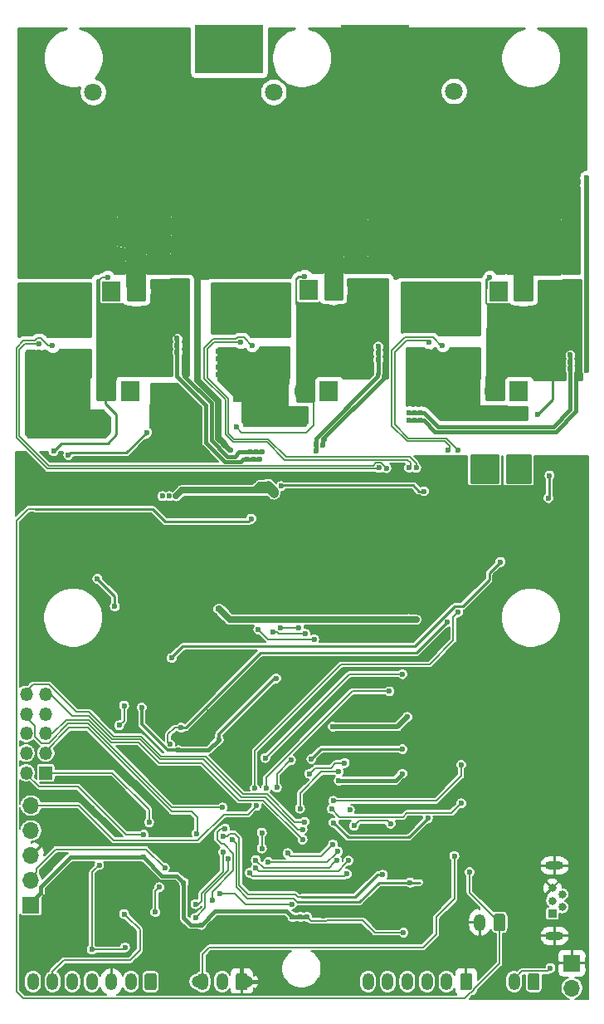
<source format=gbr>
G04 #@! TF.GenerationSoftware,KiCad,Pcbnew,(5.1.5-0-10_14)*
G04 #@! TF.CreationDate,2021-06-26T15:47:57+02:00*
G04 #@! TF.ProjectId,Cheap FOCer 2 60mm,43686561-7020-4464-9f43-657220322036,1.0*
G04 #@! TF.SameCoordinates,PX6979f40PYa1135a0*
G04 #@! TF.FileFunction,Copper,L2,Bot*
G04 #@! TF.FilePolarity,Positive*
%FSLAX46Y46*%
G04 Gerber Fmt 4.6, Leading zero omitted, Abs format (unit mm)*
G04 Created by KiCad (PCBNEW (5.1.5-0-10_14)) date 2021-06-26 15:47:57*
%MOMM*%
%LPD*%
G04 APERTURE LIST*
%ADD10C,1.200000*%
%ADD11C,0.150000*%
%ADD12O,1.200000X1.750000*%
%ADD13C,1.800000*%
%ADD14R,1.800000X1.800000*%
%ADD15R,1.905000X2.000000*%
%ADD16O,1.905000X2.000000*%
%ADD17O,1.700000X1.700000*%
%ADD18R,1.700000X1.700000*%
%ADD19O,1.350000X1.350000*%
%ADD20R,1.350000X1.350000*%
%ADD21R,7.000000X5.000000*%
%ADD22R,6.000000X6.500000*%
%ADD23O,1.850000X0.850000*%
%ADD24C,0.840000*%
%ADD25R,0.840000X0.840000*%
%ADD26C,0.600000*%
%ADD27C,0.800000*%
%ADD28C,0.635000*%
%ADD29C,0.508000*%
%ADD30C,0.254000*%
%ADD31C,0.406400*%
%ADD32C,0.177800*%
%ADD33C,0.304800*%
%ADD34C,0.889000*%
%ADD35C,0.250000*%
G04 APERTURE END LIST*
D10*
X23940000Y2100000D03*
X18860000Y2100000D03*
G04 #@! TA.AperFunction,ComponentPad*
D11*
G36*
X23774505Y2973796D02*
G01*
X23798773Y2970196D01*
X23822572Y2964235D01*
X23845671Y2955970D01*
X23867850Y2945480D01*
X23888893Y2932868D01*
X23908599Y2918253D01*
X23926777Y2901777D01*
X23943253Y2883599D01*
X23957868Y2863893D01*
X23970480Y2842850D01*
X23980970Y2820671D01*
X23989235Y2797572D01*
X23995196Y2773773D01*
X23998796Y2749505D01*
X24000000Y2725001D01*
X24000000Y1474999D01*
X23998796Y1450495D01*
X23995196Y1426227D01*
X23989235Y1402428D01*
X23980970Y1379329D01*
X23970480Y1357150D01*
X23957868Y1336107D01*
X23943253Y1316401D01*
X23926777Y1298223D01*
X23908599Y1281747D01*
X23888893Y1267132D01*
X23867850Y1254520D01*
X23845671Y1244030D01*
X23822572Y1235765D01*
X23798773Y1229804D01*
X23774505Y1226204D01*
X23750001Y1225000D01*
X23049999Y1225000D01*
X23025495Y1226204D01*
X23001227Y1229804D01*
X22977428Y1235765D01*
X22954329Y1244030D01*
X22932150Y1254520D01*
X22911107Y1267132D01*
X22891401Y1281747D01*
X22873223Y1298223D01*
X22856747Y1316401D01*
X22842132Y1336107D01*
X22829520Y1357150D01*
X22819030Y1379329D01*
X22810765Y1402428D01*
X22804804Y1426227D01*
X22801204Y1450495D01*
X22800000Y1474999D01*
X22800000Y2725001D01*
X22801204Y2749505D01*
X22804804Y2773773D01*
X22810765Y2797572D01*
X22819030Y2820671D01*
X22829520Y2842850D01*
X22842132Y2863893D01*
X22856747Y2883599D01*
X22873223Y2901777D01*
X22891401Y2918253D01*
X22911107Y2932868D01*
X22932150Y2945480D01*
X22954329Y2955970D01*
X22977428Y2964235D01*
X23001227Y2970196D01*
X23025495Y2973796D01*
X23049999Y2975000D01*
X23750001Y2975000D01*
X23774505Y2973796D01*
G37*
G04 #@! TD.AperFunction*
D12*
X21400000Y2100000D03*
X19400000Y2100000D03*
D13*
X45036600Y92900000D03*
D14*
X40036600Y92900000D03*
D13*
X26636600Y92812700D03*
D14*
X21636600Y92812700D03*
D13*
X8236600Y92800000D03*
D14*
X3236600Y92800000D03*
D15*
X10075000Y72500000D03*
D16*
X12615000Y72500000D03*
X15155000Y72500000D03*
D15*
X30195000Y72600000D03*
D16*
X32735000Y72600000D03*
X35275000Y72600000D03*
D12*
X2100000Y2100000D03*
X4100000Y2100000D03*
X6100000Y2100000D03*
X8100000Y2100000D03*
X10100000Y2100000D03*
X12100000Y2100000D03*
G04 #@! TA.AperFunction,ComponentPad*
D11*
G36*
X14474505Y2973796D02*
G01*
X14498773Y2970196D01*
X14522572Y2964235D01*
X14545671Y2955970D01*
X14567850Y2945480D01*
X14588893Y2932868D01*
X14608599Y2918253D01*
X14626777Y2901777D01*
X14643253Y2883599D01*
X14657868Y2863893D01*
X14670480Y2842850D01*
X14680970Y2820671D01*
X14689235Y2797572D01*
X14695196Y2773773D01*
X14698796Y2749505D01*
X14700000Y2725001D01*
X14700000Y1474999D01*
X14698796Y1450495D01*
X14695196Y1426227D01*
X14689235Y1402428D01*
X14680970Y1379329D01*
X14670480Y1357150D01*
X14657868Y1336107D01*
X14643253Y1316401D01*
X14626777Y1298223D01*
X14608599Y1281747D01*
X14588893Y1267132D01*
X14567850Y1254520D01*
X14545671Y1244030D01*
X14522572Y1235765D01*
X14498773Y1229804D01*
X14474505Y1226204D01*
X14450001Y1225000D01*
X13749999Y1225000D01*
X13725495Y1226204D01*
X13701227Y1229804D01*
X13677428Y1235765D01*
X13654329Y1244030D01*
X13632150Y1254520D01*
X13611107Y1267132D01*
X13591401Y1281747D01*
X13573223Y1298223D01*
X13556747Y1316401D01*
X13542132Y1336107D01*
X13529520Y1357150D01*
X13519030Y1379329D01*
X13510765Y1402428D01*
X13504804Y1426227D01*
X13501204Y1450495D01*
X13500000Y1474999D01*
X13500000Y2725001D01*
X13501204Y2749505D01*
X13504804Y2773773D01*
X13510765Y2797572D01*
X13519030Y2820671D01*
X13529520Y2842850D01*
X13542132Y2863893D01*
X13556747Y2883599D01*
X13573223Y2901777D01*
X13591401Y2918253D01*
X13611107Y2932868D01*
X13632150Y2945480D01*
X13654329Y2955970D01*
X13677428Y2964235D01*
X13701227Y2970196D01*
X13725495Y2973796D01*
X13749999Y2975000D01*
X14450001Y2975000D01*
X14474505Y2973796D01*
G37*
G04 #@! TD.AperFunction*
G04 #@! TA.AperFunction,ComponentPad*
G36*
X46674505Y2973796D02*
G01*
X46698773Y2970196D01*
X46722572Y2964235D01*
X46745671Y2955970D01*
X46767850Y2945480D01*
X46788893Y2932868D01*
X46808599Y2918253D01*
X46826777Y2901777D01*
X46843253Y2883599D01*
X46857868Y2863893D01*
X46870480Y2842850D01*
X46880970Y2820671D01*
X46889235Y2797572D01*
X46895196Y2773773D01*
X46898796Y2749505D01*
X46900000Y2725001D01*
X46900000Y1474999D01*
X46898796Y1450495D01*
X46895196Y1426227D01*
X46889235Y1402428D01*
X46880970Y1379329D01*
X46870480Y1357150D01*
X46857868Y1336107D01*
X46843253Y1316401D01*
X46826777Y1298223D01*
X46808599Y1281747D01*
X46788893Y1267132D01*
X46767850Y1254520D01*
X46745671Y1244030D01*
X46722572Y1235765D01*
X46698773Y1229804D01*
X46674505Y1226204D01*
X46650001Y1225000D01*
X45949999Y1225000D01*
X45925495Y1226204D01*
X45901227Y1229804D01*
X45877428Y1235765D01*
X45854329Y1244030D01*
X45832150Y1254520D01*
X45811107Y1267132D01*
X45791401Y1281747D01*
X45773223Y1298223D01*
X45756747Y1316401D01*
X45742132Y1336107D01*
X45729520Y1357150D01*
X45719030Y1379329D01*
X45710765Y1402428D01*
X45704804Y1426227D01*
X45701204Y1450495D01*
X45700000Y1474999D01*
X45700000Y2725001D01*
X45701204Y2749505D01*
X45704804Y2773773D01*
X45710765Y2797572D01*
X45719030Y2820671D01*
X45729520Y2842850D01*
X45742132Y2863893D01*
X45756747Y2883599D01*
X45773223Y2901777D01*
X45791401Y2918253D01*
X45811107Y2932868D01*
X45832150Y2945480D01*
X45854329Y2955970D01*
X45877428Y2964235D01*
X45901227Y2970196D01*
X45925495Y2973796D01*
X45949999Y2975000D01*
X46650001Y2975000D01*
X46674505Y2973796D01*
G37*
G04 #@! TD.AperFunction*
D12*
X44300000Y2100000D03*
X42300000Y2100000D03*
X40300000Y2100000D03*
X38300000Y2100000D03*
X36300000Y2100000D03*
G04 #@! TA.AperFunction,ComponentPad*
D11*
G36*
X53574505Y2973796D02*
G01*
X53598773Y2970196D01*
X53622572Y2964235D01*
X53645671Y2955970D01*
X53667850Y2945480D01*
X53688893Y2932868D01*
X53708599Y2918253D01*
X53726777Y2901777D01*
X53743253Y2883599D01*
X53757868Y2863893D01*
X53770480Y2842850D01*
X53780970Y2820671D01*
X53789235Y2797572D01*
X53795196Y2773773D01*
X53798796Y2749505D01*
X53800000Y2725001D01*
X53800000Y1474999D01*
X53798796Y1450495D01*
X53795196Y1426227D01*
X53789235Y1402428D01*
X53780970Y1379329D01*
X53770480Y1357150D01*
X53757868Y1336107D01*
X53743253Y1316401D01*
X53726777Y1298223D01*
X53708599Y1281747D01*
X53688893Y1267132D01*
X53667850Y1254520D01*
X53645671Y1244030D01*
X53622572Y1235765D01*
X53598773Y1229804D01*
X53574505Y1226204D01*
X53550001Y1225000D01*
X52849999Y1225000D01*
X52825495Y1226204D01*
X52801227Y1229804D01*
X52777428Y1235765D01*
X52754329Y1244030D01*
X52732150Y1254520D01*
X52711107Y1267132D01*
X52691401Y1281747D01*
X52673223Y1298223D01*
X52656747Y1316401D01*
X52642132Y1336107D01*
X52629520Y1357150D01*
X52619030Y1379329D01*
X52610765Y1402428D01*
X52604804Y1426227D01*
X52601204Y1450495D01*
X52600000Y1474999D01*
X52600000Y2725001D01*
X52601204Y2749505D01*
X52604804Y2773773D01*
X52610765Y2797572D01*
X52619030Y2820671D01*
X52629520Y2842850D01*
X52642132Y2863893D01*
X52656747Y2883599D01*
X52673223Y2901777D01*
X52691401Y2918253D01*
X52711107Y2932868D01*
X52732150Y2945480D01*
X52754329Y2955970D01*
X52777428Y2964235D01*
X52801227Y2970196D01*
X52825495Y2973796D01*
X52849999Y2975000D01*
X53550001Y2975000D01*
X53574505Y2973796D01*
G37*
G04 #@! TD.AperFunction*
D12*
X51200000Y2100000D03*
X47700000Y8150000D03*
G04 #@! TA.AperFunction,ComponentPad*
D11*
G36*
X50074505Y9023796D02*
G01*
X50098773Y9020196D01*
X50122572Y9014235D01*
X50145671Y9005970D01*
X50167850Y8995480D01*
X50188893Y8982868D01*
X50208599Y8968253D01*
X50226777Y8951777D01*
X50243253Y8933599D01*
X50257868Y8913893D01*
X50270480Y8892850D01*
X50280970Y8870671D01*
X50289235Y8847572D01*
X50295196Y8823773D01*
X50298796Y8799505D01*
X50300000Y8775001D01*
X50300000Y7524999D01*
X50298796Y7500495D01*
X50295196Y7476227D01*
X50289235Y7452428D01*
X50280970Y7429329D01*
X50270480Y7407150D01*
X50257868Y7386107D01*
X50243253Y7366401D01*
X50226777Y7348223D01*
X50208599Y7331747D01*
X50188893Y7317132D01*
X50167850Y7304520D01*
X50145671Y7294030D01*
X50122572Y7285765D01*
X50098773Y7279804D01*
X50074505Y7276204D01*
X50050001Y7275000D01*
X49349999Y7275000D01*
X49325495Y7276204D01*
X49301227Y7279804D01*
X49277428Y7285765D01*
X49254329Y7294030D01*
X49232150Y7304520D01*
X49211107Y7317132D01*
X49191401Y7331747D01*
X49173223Y7348223D01*
X49156747Y7366401D01*
X49142132Y7386107D01*
X49129520Y7407150D01*
X49119030Y7429329D01*
X49110765Y7452428D01*
X49104804Y7476227D01*
X49101204Y7500495D01*
X49100000Y7524999D01*
X49100000Y8775001D01*
X49101204Y8799505D01*
X49104804Y8823773D01*
X49110765Y8847572D01*
X49119030Y8870671D01*
X49129520Y8892850D01*
X49142132Y8913893D01*
X49156747Y8933599D01*
X49173223Y8951777D01*
X49191401Y8968253D01*
X49211107Y8982868D01*
X49232150Y8995480D01*
X49254329Y9005970D01*
X49277428Y9014235D01*
X49301227Y9020196D01*
X49325495Y9023796D01*
X49349999Y9025000D01*
X50050001Y9025000D01*
X50074505Y9023796D01*
G37*
G04 #@! TD.AperFunction*
D15*
X32280000Y62300000D03*
D16*
X29740000Y62300000D03*
X27200000Y62300000D03*
D17*
X1900000Y20060000D03*
X1900000Y17520000D03*
X1900000Y14980000D03*
X1900000Y12440000D03*
D18*
X1900000Y9900000D03*
D19*
X1400000Y31400000D03*
X3400000Y31400000D03*
X1400000Y29400000D03*
X3400000Y29400000D03*
X1400000Y27400000D03*
X3400000Y27400000D03*
X1400000Y25400000D03*
X3400000Y25400000D03*
X1400000Y23400000D03*
D20*
X3400000Y23400000D03*
D21*
X22100000Y97200000D03*
X37000000Y97200000D03*
D22*
X12300000Y67450000D03*
X32675000Y67400000D03*
X51875000Y67500000D03*
D16*
X6920000Y62300000D03*
X9460000Y62300000D03*
D15*
X12000000Y62300000D03*
X49575000Y72500000D03*
D16*
X52115000Y72500000D03*
X54655000Y72500000D03*
D17*
X57100000Y1460000D03*
D18*
X57100000Y4000000D03*
D15*
X51680000Y62300000D03*
D16*
X49140000Y62300000D03*
X46600000Y62300000D03*
D23*
X55320000Y13925000D03*
X55320000Y6775000D03*
D24*
X55100000Y11650000D03*
X56100000Y11000000D03*
X55100000Y10350000D03*
X56100000Y9700000D03*
D25*
X55100000Y9050000D03*
D26*
X21000000Y40100000D03*
X21500000Y39700000D03*
X41200000Y39000000D03*
X40400010Y39050000D03*
X22000000Y73100000D03*
X20900000Y73100000D03*
X20900000Y69400000D03*
X24400000Y69400000D03*
X27800000Y69400000D03*
X22000000Y69400000D03*
X25600000Y69400000D03*
X23200000Y69400000D03*
X26800000Y69400000D03*
X26800000Y70400000D03*
X27800000Y73100000D03*
X24400000Y73100000D03*
X25600000Y73100000D03*
X26800000Y73100000D03*
X23200000Y73100000D03*
X25600000Y72300000D03*
X22000000Y71400000D03*
X20900000Y71400000D03*
X27800000Y72300000D03*
X26800000Y72300000D03*
X23200000Y72300000D03*
X24400000Y71400000D03*
X26800000Y71400000D03*
X22000000Y72300000D03*
X20900000Y72300000D03*
X25600000Y71400000D03*
X24400000Y72300000D03*
X27800000Y71400000D03*
X23200000Y70400000D03*
X23200000Y71400000D03*
X27800000Y68400000D03*
X22000000Y68400000D03*
X25600000Y68400000D03*
X20900000Y68400000D03*
X26800000Y68400000D03*
X27800000Y70400000D03*
X24400000Y70400000D03*
X22000000Y70400000D03*
X25600000Y70400000D03*
X20900000Y70400000D03*
X1900000Y71300000D03*
X800000Y71300000D03*
X7700000Y71300000D03*
X4300000Y71300000D03*
X5500000Y71300000D03*
X6700000Y71300000D03*
X3100000Y71300000D03*
X1900000Y72200000D03*
X800000Y72200000D03*
X7700000Y72200000D03*
X4300000Y72200000D03*
X5500000Y72200000D03*
X6700000Y72200000D03*
X3100000Y72200000D03*
X1900000Y70300000D03*
X800000Y70300000D03*
X7700000Y70300000D03*
X4300000Y70300000D03*
X5500000Y70300000D03*
X6700000Y70300000D03*
X3100000Y70300000D03*
X1900000Y69300000D03*
X800000Y69300000D03*
X7700000Y69300000D03*
X4300000Y69300000D03*
X5500000Y69300000D03*
X6700000Y69300000D03*
X3100000Y69300000D03*
X1900000Y68300000D03*
X800000Y68300000D03*
X7700000Y68300000D03*
X5500000Y68300000D03*
X6700000Y68300000D03*
X800000Y73000000D03*
X28900000Y45500000D03*
X29800000Y45500000D03*
X31600000Y45500000D03*
X33400000Y45500000D03*
X32500000Y45500000D03*
X30700000Y45500000D03*
X28000000Y45500000D03*
X28900000Y46400000D03*
X29800000Y46400000D03*
X31600000Y46400000D03*
X33400000Y46400000D03*
X32500000Y46400000D03*
X30700000Y46400000D03*
X28000000Y46400000D03*
X28900000Y47300000D03*
X29800000Y47300000D03*
X31600000Y47300000D03*
X33400000Y47300000D03*
X32500000Y47300000D03*
X30700000Y47300000D03*
X28000000Y47300000D03*
X33400000Y48200000D03*
X32500000Y48200000D03*
X31600000Y48200000D03*
X30700000Y48200000D03*
X29800000Y48200000D03*
X28900000Y48200000D03*
X56000000Y26600000D03*
X16575000Y40100000D03*
X26100000Y45200000D03*
X13475000Y12500000D03*
X54775000Y25000000D03*
X23875000Y22000000D03*
X17200000Y46100000D03*
X20100000Y48200000D03*
X54575000Y28500000D03*
X52775000Y25000000D03*
X56875000Y25000000D03*
X53400000Y48100000D03*
X23100000Y46700000D03*
X54500000Y26600000D03*
X31675000Y27300000D03*
X17500000Y38525000D03*
X7100000Y9000000D03*
X28600000Y33900000D03*
X1900000Y36400000D03*
X20099999Y29600001D03*
X37900000Y11600000D03*
X36500000Y45200000D03*
X53100000Y28500000D03*
X37950000Y16100000D03*
X5000000Y5200000D03*
X36500000Y46700000D03*
X37900000Y48200000D03*
X37900000Y45200000D03*
X35000000Y45200000D03*
X39800000Y11600000D03*
X35000000Y46700000D03*
X35600000Y13400000D03*
X47100000Y25400000D03*
X22600000Y27400000D03*
X37900000Y46700000D03*
X50600000Y25600000D03*
X34500000Y11600000D03*
X53800000Y27600000D03*
X48200000Y25400000D03*
X36850000Y14700000D03*
X38700000Y19900000D03*
X49400000Y23300000D03*
X31900000Y29900000D03*
X14900000Y48300000D03*
X7100000Y12000000D03*
X21166835Y20766832D03*
X19000000Y30500000D03*
X29500000Y27600000D03*
X17314804Y30514804D03*
X15500000Y30300000D03*
X24500000Y33200000D03*
X23000000Y34400000D03*
X26100000Y48200000D03*
X15200000Y21850000D03*
X17800000Y41300000D03*
X35000000Y48200000D03*
X30000000Y20400000D03*
X20942110Y28100000D03*
X38675000Y27000000D03*
X16575000Y6900000D03*
X17400000Y13600000D03*
X15100000Y18900000D03*
X32774988Y12300000D03*
X25581310Y27418680D03*
X18575000Y27700000D03*
X33774978Y21500000D03*
X26094986Y28105014D03*
X14648121Y29100000D03*
X13800000Y51200000D03*
X22300000Y19800000D03*
X38200000Y29100000D03*
X48500000Y46000000D03*
X16200000Y34100000D03*
X13800000Y49600000D03*
X24700000Y17800000D03*
X30500000Y26387500D03*
X18600000Y15350000D03*
X15599978Y14750022D03*
X4300000Y6500000D03*
X30167693Y19263787D03*
X38475000Y24100000D03*
X10400000Y51200000D03*
X12300000Y49600000D03*
X39300000Y54650000D03*
X10400000Y49600000D03*
X23500000Y18500000D03*
X32300000Y25200000D03*
X45350000Y43300000D03*
X17900000Y53100000D03*
X6800000Y6600000D03*
X41200000Y48600000D03*
X12300000Y51200000D03*
X1900000Y4900000D03*
X19200000Y50950000D03*
X5500000Y8800000D03*
X22900000Y50200000D03*
X23850000Y25000000D03*
X46100000Y48900000D03*
X15650000Y39200000D03*
X23000000Y51050000D03*
X44650000Y20700000D03*
X39699998Y29900000D03*
X39400000Y46100000D03*
X41700000Y40200000D03*
X24600000Y45200000D03*
X31300000Y31200000D03*
X21600000Y46700000D03*
X23100000Y48200000D03*
X57300000Y26600000D03*
X40000000Y48600000D03*
X20100000Y46700000D03*
X13400000Y41800000D03*
X18500000Y46100000D03*
X16100000Y44900000D03*
X21600000Y48200000D03*
X50300000Y20700000D03*
X26100000Y46700000D03*
X30500019Y32199999D03*
X18500000Y47500000D03*
X24600000Y48200000D03*
X14900000Y47100000D03*
X26675000Y17400000D03*
X57800000Y35800000D03*
X38675000Y21600000D03*
X18875000Y22100000D03*
X44600000Y23400000D03*
X48600000Y17100000D03*
X36500000Y48200000D03*
X24600000Y46700000D03*
X57800000Y33500000D03*
X26600000Y31800000D03*
X14675000Y40100000D03*
X53100000Y26600000D03*
X43750000Y6525000D03*
X51600000Y49200000D03*
X38500000Y40400000D03*
X16700000Y59400000D03*
X18700000Y59400000D03*
X17600000Y55400000D03*
X14700000Y59400000D03*
X17800000Y61800000D03*
X49900000Y48200000D03*
X49100000Y52300000D03*
X53500000Y51800000D03*
X51300000Y51700000D03*
X43000000Y54900000D03*
X43000000Y53600000D03*
X43100000Y52300000D03*
X44300000Y51000000D03*
X47500000Y51000000D03*
X44300000Y46700000D03*
X16400000Y55400000D03*
X15100000Y55400000D03*
X12600000Y55400000D03*
X13600000Y55400000D03*
X12800000Y9900006D03*
X16375000Y11946245D03*
X34034090Y23500000D03*
X38800000Y12900000D03*
X17800000Y50950000D03*
X17850000Y49850000D03*
X31700000Y37700000D03*
X16236458Y3600000D03*
X9700000Y6200000D03*
X6100000Y18700000D03*
X13384052Y33515948D03*
X7300000Y27450000D03*
X7650000Y30800000D03*
X8500000Y30050000D03*
X9400000Y29100000D03*
X13100000Y24900000D03*
X12000000Y25750000D03*
X12100000Y27900000D03*
X9750000Y33300000D03*
X7750000Y34300000D03*
X1600000Y47300000D03*
X1900000Y49100000D03*
X3250000Y49350000D03*
X3300000Y51300000D03*
X1900000Y51250000D03*
X500000Y50700000D03*
X6150000Y49100000D03*
X6300000Y46950000D03*
X6300000Y51350000D03*
X6200000Y53700000D03*
X6200000Y52800000D03*
X10500000Y55400000D03*
X11600000Y55400000D03*
X11600000Y39300000D03*
X14400000Y37000000D03*
X22400000Y36900000D03*
X22350000Y38200000D03*
X17900000Y36900000D03*
X25850000Y34350000D03*
X38150000Y9850000D03*
X39850000Y9950000D03*
X31777170Y8828810D03*
X33150000Y4750000D03*
X34900000Y4700000D03*
X35000000Y2100000D03*
X33200000Y2100000D03*
X19400000Y5800000D03*
X26150000Y4500000D03*
X11100000Y3450000D03*
X6900000Y3550000D03*
X54000000Y19000000D03*
X55700000Y16650000D03*
X52850000Y11650000D03*
X52800000Y9250000D03*
X52900000Y6550000D03*
X48100000Y5500000D03*
X48900000Y11750000D03*
X48900000Y9950000D03*
X40900000Y21900000D03*
X41100000Y24800000D03*
X41100000Y27450000D03*
X42300000Y28650000D03*
X43800000Y25450000D03*
X43150000Y22200000D03*
X42400000Y30800000D03*
X42400000Y32100000D03*
X42350000Y33600000D03*
X42400000Y35400000D03*
X40700000Y38100000D03*
X40700000Y37150000D03*
X42650000Y39300000D03*
X40650000Y41050000D03*
X40950000Y42500000D03*
X42150000Y43300000D03*
X56650000Y43100000D03*
X57400000Y46700000D03*
X57350000Y51600000D03*
X57300000Y55150000D03*
X43800000Y48700000D03*
X46100000Y50950000D03*
X11000000Y23650000D03*
X9250000Y25400000D03*
X6100000Y21000000D03*
X9850000Y21250000D03*
X3352304Y13522696D03*
X4200000Y21000000D03*
X4200000Y18700000D03*
X5100000Y16500000D03*
X8100000Y16500000D03*
X8100000Y19800000D03*
X3235196Y16135196D03*
X7500000Y14000000D03*
X7900000Y22700000D03*
X4600000Y25300000D03*
X8000000Y24400000D03*
X6100000Y27000000D03*
X40700000Y13600000D03*
X57300000Y19000000D03*
X37600000Y17800000D03*
X46700000Y18600000D03*
X43300000Y12100000D03*
X11400000Y19100000D03*
X9800000Y16200000D03*
X9900000Y11900000D03*
X11800000Y11900000D03*
X11200000Y13900000D03*
X10200000Y9900000D03*
X9400000Y8300000D03*
X5800000Y13000000D03*
X51400000Y10000000D03*
X49200000Y2000000D03*
X50700000Y4500000D03*
X47700000Y3400000D03*
X7216745Y45266745D03*
X11100000Y38300000D03*
X12155717Y36444283D03*
X8200000Y44300000D03*
X1500000Y43800000D03*
X1400000Y39400000D03*
X1900000Y33900000D03*
X5100000Y33400000D03*
X3300000Y44700000D03*
X57800000Y40900000D03*
X57800000Y38800000D03*
X56700000Y37300000D03*
X47400000Y36355490D03*
X43550000Y36355490D03*
X45500000Y36355490D03*
X45500000Y41000000D03*
X49700000Y43100000D03*
X47212498Y38012500D03*
X48662495Y35437505D03*
X9800000Y38900000D03*
X49300000Y39800000D03*
X49400000Y38000000D03*
X3331834Y10740582D03*
X50769996Y34555490D03*
X51000000Y36300000D03*
X54900000Y36300000D03*
X4800000Y22800000D03*
X6300000Y22800000D03*
X58598000Y64400000D03*
X58598000Y84100000D03*
X58598000Y83298000D03*
X58598000Y65200000D03*
X15700000Y59400000D03*
X17700000Y59400000D03*
X21200000Y53600000D03*
X40600000Y46100000D03*
X8500000Y51200000D03*
X8400000Y49500000D03*
X15200000Y58700000D03*
X16200000Y58700000D03*
X17200000Y58700000D03*
X18200000Y58700000D03*
X18600000Y55400000D03*
X28000000Y48200000D03*
X9400000Y55400000D03*
X8300000Y55400000D03*
X7300000Y55400000D03*
X11000000Y7400000D03*
X8900000Y3500000D03*
X15600000Y5500000D03*
X13900000Y5500000D03*
X23800000Y35200000D03*
X14300000Y31400000D03*
X13800000Y53800000D03*
X14500000Y53800000D03*
X17900000Y53800000D03*
X16100000Y47200000D03*
X19800000Y44800000D03*
X1900000Y73000000D03*
X3100000Y73000000D03*
X4300000Y73000000D03*
X5500000Y73000000D03*
X6700000Y73000000D03*
X7700000Y73000000D03*
X41500000Y73100000D03*
X40400000Y73100000D03*
X47300000Y69400000D03*
X40400000Y69400000D03*
X43900000Y69400000D03*
X47300000Y70400000D03*
X41500000Y70400000D03*
X43900000Y70400000D03*
X45100000Y68400000D03*
X45100000Y70400000D03*
X46300000Y68400000D03*
X40400000Y70400000D03*
X41500000Y69400000D03*
X45100000Y69400000D03*
X40400000Y72300000D03*
X45100000Y73100000D03*
X45100000Y71400000D03*
X47300000Y71400000D03*
X41500000Y71400000D03*
X43900000Y72300000D03*
X46300000Y72300000D03*
X41500000Y72300000D03*
X47300000Y73100000D03*
X42700000Y70400000D03*
X43900000Y73100000D03*
X42700000Y73100000D03*
X45100000Y72300000D03*
X42700000Y71400000D03*
X47300000Y68400000D03*
X46300000Y73100000D03*
X46300000Y70400000D03*
X40400000Y71400000D03*
X47300000Y72300000D03*
X42700000Y69400000D03*
X43900000Y71400000D03*
X42700000Y72300000D03*
X46300000Y69400000D03*
X46300000Y71400000D03*
X39700000Y31200000D03*
X37700000Y30900000D03*
X40100000Y32500000D03*
X40100000Y44300000D03*
X39100000Y45100000D03*
X40800000Y45000000D03*
X41600000Y45900000D03*
X38500000Y47600000D03*
X42300000Y47600000D03*
X26600000Y30900000D03*
X26600000Y29900000D03*
X46700000Y16825000D03*
X21000000Y8400000D03*
X22115900Y7150000D03*
X23050000Y8050000D03*
X33250000Y9650000D03*
X21400000Y34400000D03*
X21500000Y35200000D03*
X19600000Y36900000D03*
X18100000Y34700000D03*
X18100000Y35700000D03*
X34800000Y39900000D03*
X35563377Y39900000D03*
X36900000Y39900000D03*
X37500000Y39900000D03*
X28600000Y39900000D03*
X29300000Y39900000D03*
X30100000Y39900000D03*
X26474478Y39900000D03*
X25800012Y39900000D03*
X22500000Y40100000D03*
X23100000Y40100012D03*
X38400000Y42800000D03*
X38300000Y43500000D03*
X38399994Y42100000D03*
X20500000Y50900000D03*
X21900000Y50900000D03*
X23400000Y3800000D03*
X25300000Y2100006D03*
X24900000Y20025532D03*
X15542110Y13700000D03*
X28500000Y10000000D03*
X21157108Y11111841D03*
X28575000Y8700000D03*
X17475000Y12200000D03*
X49200000Y53200000D03*
X49200002Y55400000D03*
X39800000Y23300000D03*
X32679279Y28100000D03*
X48100000Y54300000D03*
X26915899Y33015899D03*
X48100000Y53200001D03*
X48099999Y55400000D03*
X16975000Y25700002D03*
X39800000Y25800000D03*
X40287500Y29087500D03*
X29375000Y8700000D03*
X21059360Y26755671D03*
X30500000Y24800000D03*
X19275000Y7900000D03*
X33300000Y22600000D03*
X30075030Y8700000D03*
X47100000Y53200000D03*
X47100000Y54300000D03*
X47100000Y55400000D03*
X34860035Y18000000D03*
X13200000Y30049996D03*
X13375000Y14800000D03*
X38599996Y18200000D03*
X27394090Y52614530D03*
X42000000Y52100000D03*
X39900000Y7100000D03*
X52700000Y77600000D03*
X55200000Y77600000D03*
X51900000Y77600000D03*
X51100000Y77600000D03*
X54400000Y77600000D03*
X50300000Y77600000D03*
X53500000Y77600000D03*
X52700000Y78700000D03*
X55200000Y78700000D03*
X51900000Y78700000D03*
X51100000Y78700000D03*
X54400000Y78700000D03*
X50300000Y78700000D03*
X53500000Y78700000D03*
X11100000Y77950000D03*
X14900000Y77950000D03*
X12100000Y77950000D03*
X13100000Y77950000D03*
X14000000Y77950000D03*
X15875000Y77950000D03*
X11100000Y78850000D03*
X14900000Y78850000D03*
X12100000Y78850000D03*
X13100000Y78850000D03*
X14000000Y78850000D03*
X15875000Y78850000D03*
X35900000Y77700000D03*
X33100000Y77700000D03*
X35000000Y77700000D03*
X32100000Y77700000D03*
X31100000Y77700000D03*
X34100000Y77700000D03*
X35900000Y78700000D03*
X33100000Y78700000D03*
X35000000Y78700000D03*
X32100000Y78700000D03*
X31100000Y78700000D03*
X34100000Y78700000D03*
X51900000Y79700000D03*
X55200000Y79700000D03*
X14900000Y79750000D03*
X12100000Y79750000D03*
X13100000Y79750000D03*
X53500000Y79700000D03*
X52700000Y79700000D03*
X54400000Y79700000D03*
X14000000Y79750000D03*
X51100000Y79700000D03*
X50300000Y79700000D03*
X11100000Y79750000D03*
X31100000Y79600000D03*
X35900000Y79600000D03*
X35000000Y79600000D03*
X34100000Y79600000D03*
X33100000Y79600000D03*
X32100000Y79600000D03*
X21700014Y56800000D03*
X22300000Y56287543D03*
X15900000Y79700000D03*
D27*
X9800000Y70000000D03*
X14800000Y64900000D03*
X14800000Y66200000D03*
X9800000Y64900000D03*
X9800000Y67500000D03*
X14800000Y68800000D03*
X14800000Y67500000D03*
X9800000Y66200000D03*
X14800000Y70000000D03*
X9800000Y68800000D03*
D26*
X17500000Y65700000D03*
X17500000Y64900000D03*
X17545626Y64145626D03*
X24900000Y56100000D03*
X9700000Y73927028D03*
X4200000Y56200000D03*
X24300000Y56100000D03*
X25500000Y56100000D03*
X17700000Y72100000D03*
X17700000Y72799992D03*
D27*
X30200000Y67500000D03*
X35200000Y66200000D03*
X30200000Y64900000D03*
X35200000Y70000000D03*
X30200000Y70000000D03*
X35200000Y68800000D03*
X35200000Y67500000D03*
X35200000Y64900000D03*
X30200000Y66200000D03*
X30200000Y68800000D03*
D26*
X38100000Y65100000D03*
X38100000Y64410347D03*
X37925000Y63775000D03*
X31700000Y56800000D03*
X29800000Y74027026D03*
X22841999Y58700000D03*
X31795455Y57428708D03*
X38011211Y72900000D03*
X38011211Y72300000D03*
X38011211Y71700000D03*
D27*
X49400000Y70100000D03*
X54400000Y66300000D03*
X49400000Y66300000D03*
X54400000Y70100000D03*
X54400000Y65000000D03*
X49400000Y67600000D03*
X54400000Y68900000D03*
X49400000Y68900000D03*
X49400000Y65000000D03*
X54400000Y67600000D03*
D26*
X57700000Y64100000D03*
X57700000Y64800000D03*
X57700000Y65600000D03*
X41100000Y59300000D03*
X48700000Y73927026D03*
X41700000Y59300000D03*
X53600000Y59933411D03*
X40500000Y59300000D03*
X57800000Y73400000D03*
X57800000Y72700000D03*
X57800000Y72000000D03*
X8671160Y43171160D03*
X13730210Y58100000D03*
X10450000Y40364979D03*
X5700000Y55800000D03*
X49800000Y44900000D03*
X54800000Y53700000D03*
X54700000Y51400000D03*
X16245990Y35100000D03*
X25800016Y24900001D03*
X39800000Y33450000D03*
X25875000Y21800000D03*
X38450000Y31700000D03*
X24199992Y13200000D03*
X34118688Y13081318D03*
X24833248Y13700724D03*
X34291460Y14452134D03*
X33097745Y14493137D03*
X24833248Y14503934D03*
X26107898Y14301024D03*
X33200729Y15372917D03*
X45800000Y20280210D03*
X32585290Y19707519D03*
X45800000Y24200000D03*
X32744973Y20543411D03*
X16075000Y26300000D03*
X50700000Y55500000D03*
X51699999Y54300000D03*
X17200000Y28000000D03*
X51700000Y55500000D03*
X52600000Y55500000D03*
X51700000Y53299999D03*
X52599999Y54300000D03*
X50700000Y53300000D03*
X52600000Y53300000D03*
X44400000Y38800000D03*
X16800000Y67700000D03*
X16800000Y67000004D03*
X16800000Y66300000D03*
X24000000Y55400000D03*
X24600000Y55400000D03*
X25197185Y55380295D03*
X37300000Y65500000D03*
X37300006Y66200000D03*
X37300000Y66900000D03*
X30950000Y56250000D03*
X30950000Y56900000D03*
X56900000Y64600000D03*
X56900000Y65300000D03*
X56900000Y66000000D03*
X41700000Y60100000D03*
X41100002Y60100000D03*
X40503444Y60119615D03*
X30300000Y23300000D03*
X33900000Y24400000D03*
X25450002Y17300000D03*
X25450000Y15684778D03*
X26600000Y37750000D03*
X29900000Y37564797D03*
X33300621Y23499234D03*
X29350000Y19750000D03*
X29251194Y38201194D03*
X27365910Y38158761D03*
X28100000Y15200000D03*
X32700000Y16100004D03*
X24726404Y21813039D03*
X45500000Y39800000D03*
X22015910Y14601899D03*
X18675006Y8600000D03*
X18675000Y10000000D03*
X21500000Y15300000D03*
X21000000Y66400000D03*
X26000000Y65600000D03*
X27000000Y65600000D03*
X25000000Y64000000D03*
X27900000Y65600000D03*
X22000000Y66400000D03*
X27000000Y64800000D03*
X27900000Y66400000D03*
X23000000Y66400000D03*
X27000000Y66400000D03*
X25000000Y65600000D03*
X26000000Y66400000D03*
X23000000Y64000000D03*
X26000000Y64000000D03*
X22000000Y65600000D03*
X27900000Y64000000D03*
X23000000Y64800000D03*
X21000000Y64800000D03*
X23900000Y64800000D03*
X23900000Y65600000D03*
X21000000Y65600000D03*
X22000000Y64000000D03*
X23900000Y64000000D03*
X23000000Y65600000D03*
X27000000Y64000000D03*
X21000000Y64000000D03*
X22000000Y64800000D03*
X26000000Y64800000D03*
X27900000Y64800000D03*
X25000000Y64800000D03*
X24500000Y62200000D03*
X23500000Y62200000D03*
X25500002Y62200000D03*
X22600000Y62200000D03*
X29900000Y59300000D03*
X32775000Y18308413D03*
X42400010Y18750000D03*
X29800000Y18400000D03*
X29599990Y17600000D03*
X21449434Y19849107D03*
X29600000Y16600000D03*
X18800000Y17200000D03*
X13400000Y17100000D03*
X13950004Y18349996D03*
X11400000Y30250000D03*
X10900000Y28234100D03*
X38158996Y54461396D03*
X2735196Y67135196D03*
X37395131Y54474468D03*
X4100000Y66950000D03*
X45500000Y56269790D03*
X42500000Y67284090D03*
X43900000Y67000000D03*
X44485196Y56269790D03*
X41217150Y54480508D03*
X23300000Y67300000D03*
X40480241Y54490151D03*
X24500000Y67000000D03*
X40400000Y65600000D03*
X41400000Y65600000D03*
X43300000Y65600000D03*
X42400000Y65600000D03*
X40400000Y64800000D03*
X41400000Y64800000D03*
X43300000Y64800000D03*
X42400000Y64800000D03*
X40400000Y64000000D03*
X41400000Y64000000D03*
X43300000Y64000000D03*
X42400000Y64000000D03*
X44400000Y64000000D03*
X45400000Y64000000D03*
X47300000Y64000000D03*
X46400000Y64000000D03*
X44400000Y64800000D03*
X45400000Y64800000D03*
X47300000Y64800000D03*
X46400000Y64800000D03*
X44400000Y65600000D03*
X45400000Y65600000D03*
X47300000Y65600000D03*
X46400000Y65600000D03*
X45400000Y66400000D03*
X47300000Y66400000D03*
X46400000Y66400000D03*
X42400000Y66400000D03*
X41400000Y66400000D03*
X40400000Y66400000D03*
X40600000Y62200000D03*
X43300000Y62200000D03*
X44200000Y62200000D03*
X45100000Y62200000D03*
X47300000Y59600000D03*
X41500000Y62200000D03*
X42400000Y62200000D03*
X44000000Y59600000D03*
X45900000Y59600000D03*
X5700000Y65500000D03*
X6700000Y65500000D03*
X4700000Y63900000D03*
X7600000Y65500000D03*
X1700000Y66300000D03*
X6700000Y64700000D03*
X7600000Y66300000D03*
X2700000Y66300000D03*
X6700000Y66300000D03*
X4700000Y65500000D03*
X5700000Y66300000D03*
X2700000Y63900000D03*
X5700000Y63900000D03*
X1700000Y65500000D03*
X7600000Y63900000D03*
X2700000Y64700000D03*
X3600000Y64700000D03*
X3600000Y65500000D03*
X1700000Y63900000D03*
X3600000Y63900000D03*
X2700000Y65500000D03*
X6700000Y63900000D03*
X1700000Y64700000D03*
X5700000Y64700000D03*
X7600000Y64700000D03*
X4700000Y64700000D03*
X5300000Y62200000D03*
X4500000Y62200000D03*
X3600000Y62200000D03*
X2700000Y62200000D03*
X1700000Y62200000D03*
X7700000Y59000000D03*
X9600000Y59000000D03*
X6500000Y59000000D03*
X25100000Y38000000D03*
X34434090Y19600000D03*
X30800000Y37000000D03*
X26975000Y21900000D03*
X28418685Y24681315D03*
X8100000Y5400000D03*
X8850000Y14000000D03*
X11500000Y5600000D03*
X11400012Y9000000D03*
X14575000Y9200000D03*
X14982269Y11725532D03*
X54904952Y3495048D03*
X22400000Y16600010D03*
X40575000Y12215900D03*
X21500000Y16900000D03*
X37800001Y13000001D03*
X26100000Y52700000D03*
X15300000Y51600000D03*
X26700000Y51900000D03*
X16000000Y51600000D03*
X16699990Y51600000D03*
X45100000Y14900000D03*
X20375000Y10400000D03*
X21700000Y17700403D03*
X24375000Y49300000D03*
X46650000Y13275000D03*
D28*
X40450010Y39000000D02*
X40400010Y39050000D01*
X41200000Y39000000D02*
X40450010Y39000000D01*
X21399999Y39800001D02*
X21100000Y40100000D01*
X41200000Y39000000D02*
X22200000Y39000000D01*
X22200000Y39000000D02*
X21399999Y39800001D01*
D29*
X58598000Y64400000D02*
X58598000Y83298000D01*
X58598000Y83298000D02*
X58598000Y84100000D01*
D30*
X3055196Y16135196D02*
X1900000Y14980000D01*
X3235196Y16135196D02*
X3055196Y16135196D01*
D31*
X25299994Y2100000D02*
X25300000Y2100006D01*
X23940000Y2100000D02*
X25299994Y2100000D01*
X23400000Y3800000D02*
X23400000Y2100000D01*
D30*
X23940000Y2100000D02*
X23400000Y2100000D01*
X23400000Y2100000D02*
X23400000Y900000D01*
X25100000Y800000D02*
X25300000Y1000000D01*
X23400000Y900000D02*
X23500000Y800000D01*
X25300000Y1000000D02*
X25300000Y2100006D01*
X23500000Y800000D02*
X25100000Y800000D01*
X23400000Y900000D02*
X23300000Y800000D01*
X22300000Y800000D02*
X22100000Y1000000D01*
X23300000Y800000D02*
X22300000Y800000D01*
D32*
X1575000Y20060000D02*
X2777081Y20060000D01*
X24036968Y19162500D02*
X24600001Y19725533D01*
X1575000Y20060000D02*
X6777081Y20060000D01*
X6777081Y20060000D02*
X10327081Y16510000D01*
X10327081Y16510000D02*
X18910000Y16510000D01*
X18910000Y16510000D02*
X21562500Y19162500D01*
X21562500Y19162500D02*
X24036968Y19162500D01*
X24600001Y19725533D02*
X24900000Y20025532D01*
X1575000Y12440000D02*
X1615000Y12400000D01*
X1575000Y12440000D02*
X1735000Y12600000D01*
X2424999Y13289999D02*
X1575000Y12440000D01*
X2424999Y13624999D02*
X2424999Y13289999D01*
X4400000Y15600000D02*
X2424999Y13624999D01*
X15542110Y13700000D02*
X13642110Y15600000D01*
X13642110Y15600000D02*
X4400000Y15600000D01*
X28075736Y10000000D02*
X28500000Y10000000D01*
X23775000Y10000000D02*
X28075736Y10000000D01*
X21100016Y11100000D02*
X22675000Y11100000D01*
X22675000Y11100000D02*
X23775000Y10000000D01*
D29*
X39300000Y28100000D02*
X33103543Y28100000D01*
X40287500Y29087500D02*
X39300000Y28100000D01*
X33103543Y28100000D02*
X32679279Y28100000D01*
D33*
X21059360Y27359360D02*
X26715899Y33015899D01*
D31*
X18175000Y7900000D02*
X17475000Y8600000D01*
D30*
X20775000Y9300000D02*
X20675000Y9300000D01*
D31*
X39800000Y23300000D02*
X39100000Y22600000D01*
X27975000Y9300000D02*
X20775000Y9300000D01*
X39100000Y22600000D02*
X33724264Y22600000D01*
X33724264Y22600000D02*
X33300000Y22600000D01*
D30*
X30500000Y24800000D02*
X31500000Y25800000D01*
D31*
X21059360Y26755671D02*
X20003691Y25700002D01*
D33*
X21059360Y26755671D02*
X21059360Y27359360D01*
D30*
X31500000Y25800000D02*
X32080078Y25800000D01*
D31*
X17475000Y8600000D02*
X17475000Y12200000D01*
X20003691Y25700002D02*
X17399264Y25700002D01*
D30*
X26715899Y33015899D02*
X26915899Y33015899D01*
D31*
X17399264Y25700002D02*
X16975000Y25700002D01*
D30*
X32080078Y25800000D02*
X39800000Y25800000D01*
D31*
X28575000Y8700000D02*
X27975000Y9300000D01*
X30075030Y8700000D02*
X28575000Y8700000D01*
X20675000Y9300000D02*
X19275000Y7900000D01*
X19275000Y7900000D02*
X18175000Y7900000D01*
X13375000Y14800000D02*
X12600000Y14800000D01*
X15275000Y12900000D02*
X13375000Y14800000D01*
X17475000Y12200000D02*
X16775000Y12900000D01*
X16775000Y12900000D02*
X15275000Y12900000D01*
D33*
X15817484Y25700002D02*
X13200000Y28317486D01*
X16975000Y25700002D02*
X15817484Y25700002D01*
X13200000Y28317486D02*
X13200000Y30050000D01*
D32*
X34860035Y18000000D02*
X35360034Y18499999D01*
X38299997Y18499999D02*
X38599996Y18200000D01*
X35360034Y18499999D02*
X38299997Y18499999D01*
D31*
X1600000Y9900000D02*
X1575000Y9900000D01*
X2900000Y11200000D02*
X1600000Y9900000D01*
X2900000Y11800000D02*
X2900000Y11200000D01*
X2900000Y11800000D02*
X2900000Y11700000D01*
X13000000Y14800000D02*
X5900000Y14800000D01*
X5900000Y14800000D02*
X2900000Y11800000D01*
D30*
X40900000Y52700000D02*
X41500000Y52100000D01*
X27394090Y52614530D02*
X27479560Y52700000D01*
X41500000Y52100000D02*
X42000000Y52100000D01*
X27479560Y52700000D02*
X40900000Y52700000D01*
D32*
X39900000Y7100000D02*
X37000000Y7100000D01*
X37000000Y7100000D02*
X35750000Y8350000D01*
X30375029Y8400001D02*
X30075030Y8700000D01*
X30462121Y8312909D02*
X30375029Y8400001D01*
X32024803Y8312909D02*
X30462121Y8312909D01*
X32061894Y8350000D02*
X32024803Y8312909D01*
X35750000Y8350000D02*
X32061894Y8350000D01*
X55000000Y77800000D02*
X55200000Y77600000D01*
X35900000Y77700000D02*
X55400000Y77700000D01*
D28*
X20900000Y61400000D02*
X21000000Y61300000D01*
X21000000Y57500014D02*
X21400015Y57099999D01*
X21400015Y57099999D02*
X21700014Y56800000D01*
X21000000Y61300000D02*
X21000000Y57500014D01*
D29*
X22212471Y56287543D02*
X22300000Y56287543D01*
X21700014Y56800000D02*
X22212471Y56287543D01*
D28*
X18900000Y76400000D02*
X18800000Y76500000D01*
X21000000Y61300000D02*
X18900000Y63400000D01*
X18900000Y63400000D02*
X18900000Y76400000D01*
X17650000Y77650000D02*
X18900000Y76400000D01*
X15875000Y77650000D02*
X17650000Y77650000D01*
D32*
X19000000Y76600000D02*
X19000000Y75950000D01*
X31100000Y77700000D02*
X20100000Y77700000D01*
X20100000Y77700000D02*
X19000000Y76600000D01*
D31*
X11300000Y67400001D02*
X11225000Y67325001D01*
X17500000Y64191252D02*
X17545626Y64145626D01*
X17500000Y65700000D02*
X17500000Y64191252D01*
X17500000Y64900000D02*
X17500000Y64191252D01*
D32*
X9175712Y73927028D02*
X9700000Y73927028D01*
X8906599Y73657915D02*
X9175712Y73927028D01*
X8906599Y71093401D02*
X8906599Y73657915D01*
X12300000Y67450000D02*
X12300000Y67700000D01*
X12300000Y67700000D02*
X8906599Y71093401D01*
D30*
X9460000Y61046000D02*
X9460000Y62300000D01*
X9700000Y57000000D02*
X10600000Y57900000D01*
X4200000Y56200000D02*
X5000000Y57000000D01*
X10600000Y57900000D02*
X10600000Y59906000D01*
X5000000Y57000000D02*
X9700000Y57000000D01*
X10600000Y59906000D02*
X9460000Y61046000D01*
D31*
X25075736Y56100000D02*
X25500000Y56100000D01*
X23132700Y56100000D02*
X25075736Y56100000D01*
X22690033Y55657333D02*
X23132700Y56100000D01*
X20300000Y57267299D02*
X21909966Y55657333D01*
X17545626Y64145626D02*
X17545626Y63838374D01*
X17545626Y63838374D02*
X20300000Y61084000D01*
X20300000Y61084000D02*
X20300000Y57267299D01*
X21909966Y55657333D02*
X22690033Y55657333D01*
D30*
X32500000Y67300000D02*
X32500000Y67575000D01*
D31*
X32675000Y67400000D02*
X32675000Y67150000D01*
X30200000Y70000000D02*
X30200000Y67245643D01*
D30*
X30200000Y70000000D02*
X30200000Y70185298D01*
D32*
X29800001Y70399999D02*
X30200000Y70000000D01*
X28988499Y71211501D02*
X29800001Y70399999D01*
X28988499Y73803201D02*
X28988499Y71211501D01*
D30*
X29212324Y74027026D02*
X29375736Y74027026D01*
X29375736Y74027026D02*
X29800000Y74027026D01*
X28988499Y73803201D02*
X29212324Y74027026D01*
D31*
X31700000Y56800000D02*
X31700000Y57470151D01*
X37930210Y63700361D02*
X31700000Y57470151D01*
X37930210Y64410347D02*
X37930210Y63700361D01*
X31700000Y57470151D02*
X31741443Y57428708D01*
X31741443Y57428708D02*
X31795455Y57428708D01*
X37930210Y64930210D02*
X38100000Y65100000D01*
X37930210Y64410347D02*
X37930210Y64930210D01*
D32*
X30738599Y61301401D02*
X29740000Y62300000D01*
X22841999Y58658001D02*
X23400000Y58100000D01*
X30738599Y58838599D02*
X30738599Y61301401D01*
X22841999Y58700000D02*
X22841999Y58658001D01*
X23400000Y58100000D02*
X30000000Y58100000D01*
X30000000Y58100000D02*
X30738599Y58838599D01*
D33*
X38011211Y72900000D02*
X38011211Y72300000D01*
D31*
X52900000Y65599999D02*
X51200000Y67299999D01*
D32*
X51875000Y67750000D02*
X51875000Y67500000D01*
X48368499Y71256501D02*
X51875000Y67750000D01*
X48368499Y72843499D02*
X48368499Y71256501D01*
X48406599Y73200000D02*
X48400001Y73206598D01*
X48400001Y73206598D02*
X48400001Y73627027D01*
X48400001Y73627027D02*
X48700000Y73927026D01*
D30*
X48368499Y73703201D02*
X48368499Y72843499D01*
X48419299Y73754001D02*
X48368499Y73703201D01*
X48700000Y73927026D02*
X48526975Y73754001D01*
X48526975Y73754001D02*
X48419299Y73754001D01*
D31*
X57700000Y64100000D02*
X57700000Y65600000D01*
D30*
X51875000Y67500000D02*
X51875000Y67250000D01*
X55129000Y61462411D02*
X53899999Y60233410D01*
X51875000Y67250000D02*
X55129000Y63996000D01*
X53899999Y60233410D02*
X53600000Y59933411D01*
X55129000Y63996000D02*
X55129000Y61462411D01*
D31*
X41700000Y59300000D02*
X40500000Y59300000D01*
X40924264Y59300000D02*
X40500000Y59300000D01*
X41700000Y59300000D02*
X40924264Y59300000D01*
X42000000Y59300000D02*
X41700000Y59300000D01*
X57500000Y63900000D02*
X57500000Y60245643D01*
X57700000Y64100000D02*
X57500000Y63900000D01*
X43133411Y58166589D02*
X42000000Y59300000D01*
X57500000Y60245643D02*
X55420946Y58166589D01*
X55420946Y58166589D02*
X43133411Y58166589D01*
D28*
X57800000Y73400000D02*
X57800000Y72700000D01*
X57800000Y72000000D02*
X57800000Y72200000D01*
D30*
X8671160Y43171160D02*
X10450000Y41392320D01*
X10450000Y41392320D02*
X10450000Y40364979D01*
X5899999Y55999999D02*
X5700000Y55800000D01*
X13730210Y58100000D02*
X11630209Y55999999D01*
X11630209Y55999999D02*
X5899999Y55999999D01*
X54800000Y51500000D02*
X54700000Y51400000D01*
X54800000Y53700000D02*
X54800000Y51500000D01*
X48645998Y43065920D02*
X45934079Y40354001D01*
X49800000Y44900000D02*
X48645998Y43745998D01*
X41080078Y36300000D02*
X17400000Y36300000D01*
X48645998Y43745998D02*
X48645998Y43065920D01*
X45934079Y40354001D02*
X45134079Y40354001D01*
X17400000Y36300000D02*
X16200000Y35100000D01*
X45134079Y40354001D02*
X41080078Y36300000D01*
D32*
X25800016Y24900001D02*
X34350015Y33450000D01*
X34350015Y33450000D02*
X39375736Y33450000D01*
X39375736Y33450000D02*
X39800000Y33450000D01*
X25875000Y22899264D02*
X34675736Y31700000D01*
X34675736Y31700000D02*
X38025736Y31700000D01*
X38025736Y31700000D02*
X38450000Y31700000D01*
X25875000Y21800000D02*
X25875000Y22899264D01*
X24499991Y12900000D02*
X24199992Y13200000D01*
X24549992Y12850000D02*
X24499991Y12900000D01*
X33887370Y12850000D02*
X24549992Y12850000D01*
X34118688Y13081318D02*
X33887370Y12850000D01*
X33240051Y13400725D02*
X33991461Y14152135D01*
X25133247Y13400725D02*
X33240051Y13400725D01*
X33991461Y14152135D02*
X34291460Y14452134D01*
X24833248Y13700724D02*
X25133247Y13400725D01*
X24833248Y14503934D02*
X25628260Y13708922D01*
X25628260Y13708922D02*
X32313530Y13708922D01*
X32797746Y14193138D02*
X33097745Y14493137D01*
X32313530Y13708922D02*
X32797746Y14193138D01*
X32128836Y14301024D02*
X32900730Y15072918D01*
X32900730Y15072918D02*
X33200729Y15372917D01*
X26107898Y14301024D02*
X32128836Y14301024D01*
X32592809Y19700000D02*
X32585290Y19707519D01*
X44819790Y19300000D02*
X45800000Y20280210D01*
X41150000Y19300000D02*
X44819790Y19300000D01*
X40250000Y19300000D02*
X41200000Y19300000D01*
X39850000Y18900000D02*
X40250000Y19300000D01*
X32585290Y19707519D02*
X33392809Y18900000D01*
X33392809Y18900000D02*
X39850000Y18900000D01*
X45800000Y23100000D02*
X45800000Y24200000D01*
X43043411Y20550000D02*
X43250000Y20550000D01*
X43250000Y20550000D02*
X45800000Y23100000D01*
X42750000Y20550000D02*
X43050000Y20550000D01*
X32744973Y20543411D02*
X32751562Y20550000D01*
X32751562Y20550000D02*
X42750000Y20550000D01*
X17200000Y28000000D02*
X16575000Y28000000D01*
X15875000Y26500000D02*
X16075000Y26300000D01*
X16575000Y28000000D02*
X15875000Y27300000D01*
X15875000Y27300000D02*
X15875000Y26500000D01*
D30*
X44100001Y38500001D02*
X44400000Y38800000D01*
X41200000Y35600000D02*
X44100001Y38500001D01*
X25300000Y35600000D02*
X41200000Y35600000D01*
X17200000Y28000000D02*
X17700000Y28000000D01*
X17700000Y28000000D02*
X25300000Y35600000D01*
D31*
X16800000Y67700000D02*
X16800000Y67000004D01*
X16800000Y67000004D02*
X16800000Y66300000D01*
X24100000Y55400000D02*
X24119705Y55380295D01*
X24000000Y55400000D02*
X25177480Y55400000D01*
X24772921Y55380295D02*
X25197185Y55380295D01*
X25177480Y55400000D02*
X25197185Y55380295D01*
X24119705Y55380295D02*
X24772921Y55380295D01*
X23575736Y55400000D02*
X24000000Y55400000D01*
X19766589Y60863054D02*
X19766589Y57046354D01*
X23299658Y55123922D02*
X23575736Y55400000D01*
X21689021Y55123922D02*
X23299658Y55123922D01*
X19766589Y57046354D02*
X21689021Y55123922D01*
X16800000Y63829643D02*
X19766589Y60863054D01*
X16800000Y66300000D02*
X16800000Y63829643D01*
X37300000Y65500000D02*
X37300000Y67000000D01*
X37300006Y67000006D02*
X37300000Y67000000D01*
X37300006Y66200000D02*
X37300006Y67000006D01*
X30950000Y57474505D02*
X30950000Y56674264D01*
X30950000Y56674264D02*
X30950000Y56250000D01*
X37300000Y65500000D02*
X37300000Y64082698D01*
X37300000Y64082698D02*
X37294799Y64077497D01*
X37294799Y64077497D02*
X37294799Y63819304D01*
X37294799Y63819304D02*
X30950000Y57474505D01*
X56900000Y65300000D02*
X56900000Y66000000D01*
X41980385Y60119615D02*
X40927708Y60119615D01*
X40927708Y60119615D02*
X40503444Y60119615D01*
X43400000Y58700000D02*
X41980385Y60119615D01*
X56900000Y66000000D02*
X56900000Y60400000D01*
X55200000Y58700000D02*
X43400000Y58700000D01*
X56900000Y60400000D02*
X55200000Y58700000D01*
D32*
X32475000Y23900000D02*
X32975000Y24400000D01*
X30900000Y23900000D02*
X32475000Y23900000D01*
X30300000Y23300000D02*
X30900000Y23900000D01*
X25450000Y17299998D02*
X25450002Y17300000D01*
X25450000Y15684778D02*
X25450000Y17299998D01*
X32975000Y24400000D02*
X33900000Y24400000D01*
X27024264Y37750000D02*
X27209467Y37564797D01*
X27209467Y37564797D02*
X29900000Y37564797D01*
X26600000Y37750000D02*
X27024264Y37750000D01*
X29350000Y19750000D02*
X29350000Y21350000D01*
X29350000Y21350000D02*
X31499234Y23499234D01*
X32876357Y23499234D02*
X33300621Y23499234D01*
X31499234Y23499234D02*
X32876357Y23499234D01*
X29251194Y38201194D02*
X27408343Y38201194D01*
X27408343Y38201194D02*
X27365910Y38158761D01*
X28400000Y14900000D02*
X28100000Y15200000D01*
X32700000Y16100004D02*
X31499996Y14900000D01*
X31499996Y14900000D02*
X28400000Y14900000D01*
X45000000Y39300000D02*
X45500000Y39800000D01*
X45000000Y36900000D02*
X45000000Y39300000D01*
X42550000Y34450000D02*
X45000000Y36900000D01*
X33550000Y34450000D02*
X42550000Y34450000D01*
X24726404Y21813039D02*
X24726404Y25626404D01*
X24726404Y25626404D02*
X33550000Y34450000D01*
X19674999Y11068933D02*
X22015910Y13409844D01*
X18675006Y8600000D02*
X19674999Y9599993D01*
X22015910Y13409844D02*
X22015910Y14177635D01*
X19674999Y9599993D02*
X19674999Y11068933D01*
X22015910Y14177635D02*
X22015910Y14601899D01*
X18975000Y10000000D02*
X18675000Y10000000D01*
X19275000Y10300000D02*
X18975000Y10000000D01*
X19275000Y11100000D02*
X19275000Y10300000D01*
X21500000Y15300000D02*
X21500000Y13325000D01*
X21500000Y13325000D02*
X19275000Y11100000D01*
D30*
X40450010Y16800000D02*
X42100011Y18450001D01*
X42100011Y18450001D02*
X42400010Y18750000D01*
X40450000Y16800000D02*
X40450010Y16800000D01*
X40400000Y16800000D02*
X40500000Y16900000D01*
X32775000Y18308413D02*
X34283413Y16800000D01*
X34283413Y16800000D02*
X40400000Y16800000D01*
D32*
X2100000Y32400000D02*
X3418534Y32400000D01*
X1100000Y31400000D02*
X2100000Y32400000D01*
X10324266Y27100000D02*
X7824266Y29600000D01*
X13150000Y27100000D02*
X10324266Y27100000D01*
X3700000Y32400000D02*
X3400000Y32400000D01*
X15165902Y25084098D02*
X13150000Y27100000D01*
X7824266Y29600000D02*
X6500000Y29600000D01*
X23568039Y21209622D02*
X19693563Y25084098D01*
X6500000Y29600000D02*
X3700000Y32400000D01*
X29800000Y18400000D02*
X28800000Y18400000D01*
X28800000Y18400000D02*
X25990378Y21209622D01*
X25990378Y21209622D02*
X23568039Y21209622D01*
X19693563Y25084098D02*
X15165902Y25084098D01*
X29168934Y17600000D02*
X25864123Y20904811D01*
X25864123Y20904811D02*
X23334019Y20904811D01*
X6100000Y29200000D02*
X3900000Y31400000D01*
X7793199Y29200000D02*
X6100000Y29200000D01*
X10198010Y26795189D02*
X7793199Y29200000D01*
X3900000Y31400000D02*
X3100000Y31400000D01*
X29599990Y17600000D02*
X29168934Y17600000D01*
X15049945Y24768989D02*
X13023745Y26795189D01*
X19469841Y24768989D02*
X15049945Y24768989D01*
X23334019Y20904811D02*
X19469841Y24768989D01*
X13023745Y26795189D02*
X10198010Y26795189D01*
X1100000Y29400000D02*
X2300000Y28200000D01*
X7731066Y28400000D02*
X16281959Y19849107D01*
X16281959Y19849107D02*
X21025170Y19849107D01*
X21025170Y19849107D02*
X21449434Y19849107D01*
X3732899Y26432899D02*
X5700000Y28400000D01*
X5700000Y28400000D02*
X7731066Y28400000D01*
X2967101Y26432899D02*
X3732899Y26432899D01*
X2300000Y27100000D02*
X2967101Y26432899D01*
X2300000Y28200000D02*
X2300000Y27100000D01*
X29300001Y16899999D02*
X29600000Y16600000D01*
X25600000Y20600000D02*
X29300001Y16899999D01*
X14999890Y24387978D02*
X19312022Y24387978D01*
X4100000Y27400000D02*
X5500000Y28800000D01*
X19312022Y24387978D02*
X23100000Y20600000D01*
X3100000Y27400000D02*
X4100000Y27400000D01*
X5500000Y28800000D02*
X7762132Y28800000D01*
X7762132Y28800000D02*
X10071754Y26490378D01*
X23100000Y20600000D02*
X25600000Y20600000D01*
X10071754Y26490378D02*
X12897490Y26490378D01*
X12897490Y26490378D02*
X14999890Y24387978D01*
X18850001Y18849999D02*
X18250000Y19450000D01*
X18850001Y17300000D02*
X18850001Y18849999D01*
X3200000Y25400000D02*
X3100000Y25400000D01*
X18250000Y19450000D02*
X16250000Y19450000D01*
X16250000Y19450000D02*
X7700000Y28000000D01*
X7700000Y28000000D02*
X5800000Y28000000D01*
X5800000Y28000000D02*
X3200000Y25400000D01*
X12975736Y17100000D02*
X13400000Y17100000D01*
X11563534Y17100000D02*
X12975736Y17100000D01*
X6663534Y22000000D02*
X11563534Y17100000D01*
X2700000Y22000000D02*
X6663534Y22000000D01*
X1100000Y23400000D02*
X1300000Y23400000D01*
X1300000Y23400000D02*
X2700000Y22000000D01*
X11400000Y30250000D02*
X11400000Y28734100D01*
X11400000Y28734100D02*
X10900000Y28234100D01*
X13950004Y19649996D02*
X13950004Y18349996D01*
X10200000Y23400000D02*
X13950004Y19649996D01*
X3100000Y23400000D02*
X10200000Y23400000D01*
X2700000Y67100000D02*
X2735196Y67135196D01*
X704811Y66504811D02*
X1300000Y67100000D01*
X1300000Y67100000D02*
X2700000Y67100000D01*
X704811Y57695189D02*
X704811Y66504811D01*
X38158996Y54461396D02*
X37630014Y54990378D01*
X37126842Y54990378D02*
X36841275Y54704811D01*
X36841275Y54704811D02*
X3695189Y54704811D01*
X37630014Y54990378D02*
X37126842Y54990378D01*
X3695189Y54704811D02*
X704811Y57695189D01*
X4100000Y66800000D02*
X4100000Y66950000D01*
X3568933Y54400000D02*
X37320663Y54400000D01*
X400000Y57568933D02*
X3568933Y54400000D01*
X2254810Y67454810D02*
X1123743Y67454809D01*
X2895189Y67704811D02*
X2504811Y67704811D01*
X1123743Y67454809D02*
X400000Y66731066D01*
X3650000Y66950000D02*
X2895189Y67704811D01*
X37320663Y54400000D02*
X37395131Y54474468D01*
X4100000Y66950000D02*
X3650000Y66950000D01*
X400000Y66731066D02*
X400000Y57568933D01*
X2504811Y67704811D02*
X2254810Y67454810D01*
X42284090Y67500000D02*
X42500000Y67284090D01*
X40200000Y67500000D02*
X42284090Y67500000D01*
X45500000Y56269790D02*
X44264979Y57504811D01*
X39000000Y66300000D02*
X40200000Y67500000D01*
X44264979Y57504811D02*
X40395189Y57504811D01*
X40395189Y57504811D02*
X39000000Y58900000D01*
X39000000Y58900000D02*
X39000000Y66300000D01*
X40073744Y67804811D02*
X42895189Y67804811D01*
X38695189Y58773744D02*
X38695189Y66426256D01*
X44600000Y56384594D02*
X44600000Y56700000D01*
X44600000Y56700000D02*
X44100000Y57200000D01*
X38695189Y66426256D02*
X40073744Y67804811D01*
X44485196Y56269790D02*
X44600000Y56384594D01*
X44100000Y57200000D02*
X40268933Y57200000D01*
X42895189Y67804811D02*
X43900000Y66800000D01*
X40268933Y57200000D02*
X38695189Y58773744D01*
X19900000Y66600000D02*
X20600000Y67300000D01*
X19900000Y63700000D02*
X19900000Y66600000D01*
X22039276Y61560724D02*
X19900000Y63700000D01*
X22039276Y57991790D02*
X22039276Y61560724D01*
X41217150Y54904772D02*
X40521922Y55600000D01*
X40521922Y55600000D02*
X27900000Y55600000D01*
X26095189Y57404811D02*
X22626255Y57404811D01*
X41217150Y54480508D02*
X41217150Y54904772D01*
X20600000Y67300000D02*
X23300000Y67300000D01*
X22626255Y57404811D02*
X22039276Y57991790D01*
X27900000Y55600000D02*
X26095189Y57404811D01*
X22804810Y67604810D02*
X20473743Y67604810D01*
X21734465Y57865534D02*
X22499999Y57100000D01*
X20473743Y67604810D02*
X19595189Y66726256D01*
X23015901Y67815901D02*
X22804810Y67604810D01*
X19595189Y66726256D02*
X19595189Y63573744D01*
X40600000Y55000000D02*
X40600000Y54700000D01*
X40600000Y54700000D02*
X40500003Y54600003D01*
X19595189Y63573744D02*
X21734465Y61434468D01*
X40304811Y55295189D02*
X40600000Y55000000D01*
X27773744Y55295189D02*
X40304811Y55295189D01*
X22499999Y57100000D02*
X25968933Y57100000D01*
X24500000Y66900000D02*
X23584099Y67815901D01*
X23584099Y67815901D02*
X23015901Y67815901D01*
X21734465Y61434468D02*
X21734465Y57865534D01*
X25968933Y57100000D02*
X27773744Y55295189D01*
D31*
X46220000Y61900000D02*
X46220000Y61780000D01*
D32*
X34525000Y19525000D02*
X34450000Y19600000D01*
X34450000Y19600000D02*
X34434090Y19600000D01*
X26100000Y37000000D02*
X25100000Y38000000D01*
X30800000Y37000000D02*
X26100000Y37000000D01*
X26975000Y23275000D02*
X26975000Y21900000D01*
X28381315Y24681315D02*
X26975000Y23275000D01*
X28418685Y24681315D02*
X28381315Y24681315D01*
D30*
X42400000Y2500000D02*
X42400000Y2300000D01*
D32*
X8100000Y13250000D02*
X8550001Y13700001D01*
X8100000Y5400000D02*
X8100000Y13250000D01*
X8550001Y13700001D02*
X8850000Y14000000D01*
X11300000Y5400000D02*
X11500000Y5600000D01*
X8100000Y5400000D02*
X11300000Y5400000D01*
X4100000Y3152800D02*
X5247200Y4300000D01*
X11700011Y8700001D02*
X11400012Y9000000D01*
X5247200Y4300000D02*
X12000000Y4300000D01*
X13000000Y7400012D02*
X11700011Y8700001D01*
X12000000Y4300000D02*
X13000000Y5300000D01*
X4100000Y2100000D02*
X4100000Y3152800D01*
X13000000Y5300000D02*
X13000000Y7400012D01*
X14575000Y11318263D02*
X14982269Y11725532D01*
X14575000Y9200000D02*
X14575000Y11318263D01*
X51200000Y2375000D02*
X51200000Y2100000D01*
X52015910Y3190910D02*
X51200000Y2375000D01*
X54600814Y3190910D02*
X52015910Y3190910D01*
X54904952Y3495048D02*
X54600814Y3190910D01*
D30*
X29015901Y10247633D02*
X35422633Y10247633D01*
X37390900Y12215900D02*
X41575000Y12215900D01*
X35422633Y10247633D02*
X37390900Y12215900D01*
D32*
X23975000Y10600000D02*
X28663534Y10600000D01*
X28663534Y10600000D02*
X29015901Y10247633D01*
X22836623Y16163387D02*
X22836623Y11738377D01*
X22400000Y16600010D02*
X22836623Y16163387D01*
X22836623Y11738377D02*
X23975000Y10600000D01*
X21924264Y16900000D02*
X21500000Y16900000D01*
X22216374Y17192110D02*
X21924264Y16900000D01*
X29500000Y10714326D02*
X29160674Y10714326D01*
X21300000Y16900000D02*
X21500000Y16900000D01*
X22684210Y17192110D02*
X22216374Y17192110D01*
X24075000Y11000000D02*
X23141434Y11933566D01*
X23141434Y11933566D02*
X23141434Y16734886D01*
X28875000Y11000000D02*
X24075000Y11000000D01*
X29160674Y10714326D02*
X28875000Y11000000D01*
X23141434Y16734886D02*
X22684210Y17192110D01*
D30*
X37275735Y13000001D02*
X37375737Y13000001D01*
X37375737Y13000001D02*
X37800001Y13000001D01*
X34990060Y10714326D02*
X37275735Y13000001D01*
X29500000Y10714326D02*
X34990060Y10714326D01*
D34*
X26700000Y51900000D02*
X26100000Y52500000D01*
X26659399Y52140601D02*
X26659399Y52059399D01*
D28*
X26700000Y52100000D02*
X26700000Y51900000D01*
X24750000Y52200000D02*
X17299990Y52200000D01*
X26100000Y52700000D02*
X25250000Y52700000D01*
X17299990Y52200000D02*
X16699990Y51600000D01*
D34*
X26100000Y52500000D02*
X26100000Y52700000D01*
D28*
X26400000Y52200000D02*
X24750000Y52200000D01*
X26700000Y51900000D02*
X26400000Y52200000D01*
X25250000Y52700000D02*
X24750000Y52200000D01*
X26100000Y52700000D02*
X26700000Y52100000D01*
D34*
X26100000Y52700000D02*
X26659399Y52140601D01*
D32*
X45000000Y14800000D02*
X45100000Y14900000D01*
X45000000Y14700000D02*
X45000000Y14800000D01*
X45100000Y14600000D02*
X45000000Y14700000D01*
X45100000Y14000000D02*
X45100000Y14600000D01*
X45100000Y10544758D02*
X45100000Y14100000D01*
X43224536Y6924536D02*
X43224536Y8669294D01*
X19400000Y2100000D02*
X19400000Y4900000D01*
X43224536Y8669294D02*
X45100000Y10544758D01*
X19400000Y4900000D02*
X20100000Y5600000D01*
X20100000Y5600000D02*
X41900000Y5600000D01*
X41900000Y5600000D02*
X43224536Y6924536D01*
D31*
X10220000Y72500000D02*
X10000000Y72500000D01*
D32*
X20900000Y16600000D02*
X21380024Y16119976D01*
X20375000Y11275000D02*
X20375000Y10824264D01*
X20375000Y10824264D02*
X20375000Y10400000D01*
X22531812Y15170492D02*
X22531812Y13431812D01*
X21275736Y17700403D02*
X20900000Y17324667D01*
X20900000Y17324667D02*
X20900000Y16600000D01*
X22531812Y13431812D02*
X20375000Y11275000D01*
X21380024Y16119976D02*
X21582328Y16119976D01*
X21582328Y16119976D02*
X22531812Y15170492D01*
X21700000Y17700403D02*
X21275736Y17700403D01*
D30*
X24075001Y49000001D02*
X15575003Y49000001D01*
X14275004Y50300000D02*
X8175001Y50300000D01*
X24375000Y49300000D02*
X24075001Y49000001D01*
X15575003Y49000001D02*
X14275004Y50300000D01*
X8175001Y50300000D02*
X3600000Y50300000D01*
X3600000Y50300000D02*
X2300000Y50300000D01*
D32*
X46133898Y400000D02*
X1100000Y400000D01*
X49700000Y3966102D02*
X47115910Y1382012D01*
X1600000Y50300000D02*
X2300000Y50300000D01*
X49700000Y8150000D02*
X49700000Y3966102D01*
X1100000Y400000D02*
X400000Y1100000D01*
X47115910Y1382012D02*
X47115910Y1282012D01*
X47115910Y1282012D02*
X46842988Y1009090D01*
X400000Y1100000D02*
X400000Y49100000D01*
X46842988Y1009090D02*
X46742988Y1009090D01*
X400000Y49100000D02*
X1600000Y50300000D01*
X46742988Y1009090D02*
X46133898Y400000D01*
X49700000Y8150000D02*
X46650000Y11200000D01*
X46650000Y11200000D02*
X46650000Y13275000D01*
D30*
G36*
X17972604Y63927000D02*
G01*
X17452458Y63927000D01*
X17330200Y64049258D01*
X17330200Y65964930D01*
X17355640Y66003004D01*
X17402905Y66117111D01*
X17427000Y66238246D01*
X17427000Y66361754D01*
X17402905Y66482889D01*
X17355640Y66596996D01*
X17330200Y66635070D01*
X17330200Y66664934D01*
X17355640Y66703008D01*
X17402905Y66817115D01*
X17427000Y66938250D01*
X17427000Y67061758D01*
X17402905Y67182893D01*
X17355640Y67297000D01*
X17330200Y67335074D01*
X17330200Y67364930D01*
X17355640Y67403004D01*
X17402905Y67517111D01*
X17427000Y67638246D01*
X17427000Y67761754D01*
X17402905Y67882889D01*
X17355640Y67996996D01*
X17287023Y68099689D01*
X17199689Y68187023D01*
X17096996Y68255640D01*
X16982889Y68302905D01*
X16861754Y68327000D01*
X16738246Y68327000D01*
X16617111Y68302905D01*
X16503004Y68255640D01*
X16400311Y68187023D01*
X16312977Y68099689D01*
X16244360Y67996996D01*
X16197095Y67882889D01*
X16173000Y67761754D01*
X16173000Y67638246D01*
X16197095Y67517111D01*
X16244360Y67403004D01*
X16269800Y67364930D01*
X16269800Y67335074D01*
X16244360Y67297000D01*
X16197095Y67182893D01*
X16173000Y67061758D01*
X16173000Y66938250D01*
X16197095Y66817115D01*
X16244360Y66703008D01*
X16269800Y66664934D01*
X16269800Y66635070D01*
X16244360Y66596996D01*
X16197095Y66482889D01*
X16173000Y66361754D01*
X16173000Y66238246D01*
X16197095Y66117111D01*
X16244360Y66003004D01*
X16269800Y65964930D01*
X16269801Y63927000D01*
X12983294Y63927000D01*
X12952500Y63930033D01*
X11047500Y63930033D01*
X11016706Y63927000D01*
X10700000Y63927000D01*
X10675224Y63924560D01*
X10651399Y63917333D01*
X10629443Y63905597D01*
X10610197Y63889803D01*
X10594403Y63870557D01*
X10582667Y63848601D01*
X10575440Y63824776D01*
X10573000Y63800000D01*
X10573000Y63710165D01*
X10523647Y63650028D01*
X10465425Y63541103D01*
X10429573Y63422913D01*
X10417467Y63300000D01*
X10417467Y61427000D01*
X8627000Y61427000D01*
X8627000Y73673331D01*
X8844670Y73673900D01*
X8818930Y73625743D01*
X8800232Y73564103D01*
X8793918Y73500000D01*
X8793918Y71500000D01*
X8800232Y71435897D01*
X8818930Y71374257D01*
X8849294Y71317450D01*
X8890157Y71267657D01*
X8939950Y71226794D01*
X8996757Y71196430D01*
X9058397Y71177732D01*
X9122500Y71171418D01*
X11027500Y71171418D01*
X11091603Y71177732D01*
X11153243Y71196430D01*
X11170920Y71205879D01*
X11235363Y71127355D01*
X11315222Y71061816D01*
X11406334Y71013115D01*
X11505195Y70983126D01*
X11608008Y70973000D01*
X12051050Y70973000D01*
X12305365Y70895854D01*
X12615000Y70865358D01*
X12924636Y70895854D01*
X13178951Y70973000D01*
X13591992Y70973000D01*
X13693942Y70982955D01*
X13792854Y71012780D01*
X13884046Y71061328D01*
X13964015Y71126734D01*
X14029687Y71206484D01*
X14078539Y71297514D01*
X14108694Y71396325D01*
X14118991Y71499121D01*
X14119780Y71971886D01*
X14171646Y72142865D01*
X14194500Y72374909D01*
X14194500Y72625092D01*
X14171646Y72857136D01*
X14121532Y73022338D01*
X14122642Y73687689D01*
X17942147Y73697668D01*
X17972604Y63927000D01*
G37*
X17972604Y63927000D02*
X17452458Y63927000D01*
X17330200Y64049258D01*
X17330200Y65964930D01*
X17355640Y66003004D01*
X17402905Y66117111D01*
X17427000Y66238246D01*
X17427000Y66361754D01*
X17402905Y66482889D01*
X17355640Y66596996D01*
X17330200Y66635070D01*
X17330200Y66664934D01*
X17355640Y66703008D01*
X17402905Y66817115D01*
X17427000Y66938250D01*
X17427000Y67061758D01*
X17402905Y67182893D01*
X17355640Y67297000D01*
X17330200Y67335074D01*
X17330200Y67364930D01*
X17355640Y67403004D01*
X17402905Y67517111D01*
X17427000Y67638246D01*
X17427000Y67761754D01*
X17402905Y67882889D01*
X17355640Y67996996D01*
X17287023Y68099689D01*
X17199689Y68187023D01*
X17096996Y68255640D01*
X16982889Y68302905D01*
X16861754Y68327000D01*
X16738246Y68327000D01*
X16617111Y68302905D01*
X16503004Y68255640D01*
X16400311Y68187023D01*
X16312977Y68099689D01*
X16244360Y67996996D01*
X16197095Y67882889D01*
X16173000Y67761754D01*
X16173000Y67638246D01*
X16197095Y67517111D01*
X16244360Y67403004D01*
X16269800Y67364930D01*
X16269800Y67335074D01*
X16244360Y67297000D01*
X16197095Y67182893D01*
X16173000Y67061758D01*
X16173000Y66938250D01*
X16197095Y66817115D01*
X16244360Y66703008D01*
X16269800Y66664934D01*
X16269800Y66635070D01*
X16244360Y66596996D01*
X16197095Y66482889D01*
X16173000Y66361754D01*
X16173000Y66238246D01*
X16197095Y66117111D01*
X16244360Y66003004D01*
X16269800Y65964930D01*
X16269801Y63927000D01*
X12983294Y63927000D01*
X12952500Y63930033D01*
X11047500Y63930033D01*
X11016706Y63927000D01*
X10700000Y63927000D01*
X10675224Y63924560D01*
X10651399Y63917333D01*
X10629443Y63905597D01*
X10610197Y63889803D01*
X10594403Y63870557D01*
X10582667Y63848601D01*
X10575440Y63824776D01*
X10573000Y63800000D01*
X10573000Y63710165D01*
X10523647Y63650028D01*
X10465425Y63541103D01*
X10429573Y63422913D01*
X10417467Y63300000D01*
X10417467Y61427000D01*
X8627000Y61427000D01*
X8627000Y73673331D01*
X8844670Y73673900D01*
X8818930Y73625743D01*
X8800232Y73564103D01*
X8793918Y73500000D01*
X8793918Y71500000D01*
X8800232Y71435897D01*
X8818930Y71374257D01*
X8849294Y71317450D01*
X8890157Y71267657D01*
X8939950Y71226794D01*
X8996757Y71196430D01*
X9058397Y71177732D01*
X9122500Y71171418D01*
X11027500Y71171418D01*
X11091603Y71177732D01*
X11153243Y71196430D01*
X11170920Y71205879D01*
X11235363Y71127355D01*
X11315222Y71061816D01*
X11406334Y71013115D01*
X11505195Y70983126D01*
X11608008Y70973000D01*
X12051050Y70973000D01*
X12305365Y70895854D01*
X12615000Y70865358D01*
X12924636Y70895854D01*
X13178951Y70973000D01*
X13591992Y70973000D01*
X13693942Y70982955D01*
X13792854Y71012780D01*
X13884046Y71061328D01*
X13964015Y71126734D01*
X14029687Y71206484D01*
X14078539Y71297514D01*
X14108694Y71396325D01*
X14118991Y71499121D01*
X14119780Y71971886D01*
X14171646Y72142865D01*
X14194500Y72374909D01*
X14194500Y72625092D01*
X14171646Y72857136D01*
X14121532Y73022338D01*
X14122642Y73687689D01*
X17942147Y73697668D01*
X17972604Y63927000D01*
G36*
X36148000Y76227000D02*
G01*
X33700000Y76227000D01*
X33675224Y76224560D01*
X33651399Y76217333D01*
X33629443Y76205597D01*
X33610197Y76189803D01*
X33594403Y76170557D01*
X33582667Y76148601D01*
X33575440Y76124776D01*
X33573000Y76100000D01*
X33573000Y71727000D01*
X31927000Y71727000D01*
X31927000Y79773000D01*
X36148000Y79773000D01*
X36148000Y76227000D01*
G37*
X36148000Y76227000D02*
X33700000Y76227000D01*
X33675224Y76224560D01*
X33651399Y76217333D01*
X33629443Y76205597D01*
X33610197Y76189803D01*
X33594403Y76170557D01*
X33582667Y76148601D01*
X33575440Y76124776D01*
X33573000Y76100000D01*
X33573000Y71727000D01*
X31927000Y71727000D01*
X31927000Y79773000D01*
X36148000Y79773000D01*
X36148000Y76227000D01*
G36*
X49573001Y53026999D02*
G01*
X46827000Y53026999D01*
X46827000Y55773000D01*
X49573000Y55773000D01*
X49573001Y53026999D01*
G37*
X49573001Y53026999D02*
X46827000Y53026999D01*
X46827000Y55773000D01*
X49573000Y55773000D01*
X49573001Y53026999D01*
G36*
X52873000Y53027000D02*
G01*
X50426999Y53027000D01*
X50427001Y55772999D01*
X52873000Y55773000D01*
X52873000Y53027000D01*
G37*
X52873000Y53027000D02*
X50426999Y53027000D01*
X50427001Y55772999D01*
X52873000Y55773000D01*
X52873000Y53027000D01*
G36*
X58017000Y65435772D02*
G01*
X57995095Y65382889D01*
X57971000Y65261754D01*
X57971000Y65138246D01*
X57995095Y65017111D01*
X58017000Y64964228D01*
X58017000Y64635772D01*
X57995095Y64582889D01*
X57971000Y64461754D01*
X57971000Y64338246D01*
X57995095Y64217111D01*
X58042360Y64103004D01*
X58073000Y64057148D01*
X58073000Y63527000D01*
X57430200Y63527000D01*
X57430200Y64264930D01*
X57455640Y64303004D01*
X57502905Y64417111D01*
X57527000Y64538246D01*
X57527000Y64661754D01*
X57502905Y64782889D01*
X57455640Y64896996D01*
X57430200Y64935070D01*
X57430200Y64964930D01*
X57455640Y65003004D01*
X57502905Y65117111D01*
X57527000Y65238246D01*
X57527000Y65361754D01*
X57502905Y65482889D01*
X57455640Y65596996D01*
X57430200Y65635070D01*
X57430200Y65664930D01*
X57455640Y65703004D01*
X57502905Y65817111D01*
X57527000Y65938246D01*
X57527000Y66061754D01*
X57502905Y66182889D01*
X57455640Y66296996D01*
X57387023Y66399689D01*
X57299689Y66487023D01*
X57196996Y66555640D01*
X57082889Y66602905D01*
X56961754Y66627000D01*
X56838246Y66627000D01*
X56717111Y66602905D01*
X56603004Y66555640D01*
X56500311Y66487023D01*
X56412977Y66399689D01*
X56344360Y66296996D01*
X56297095Y66182889D01*
X56273000Y66061754D01*
X56273000Y65938246D01*
X56297095Y65817111D01*
X56344360Y65703004D01*
X56369800Y65664930D01*
X56369800Y65635070D01*
X56344360Y65596996D01*
X56297095Y65482889D01*
X56273000Y65361754D01*
X56273000Y65238246D01*
X56297095Y65117111D01*
X56344360Y65003004D01*
X56369800Y64964930D01*
X56369800Y64935070D01*
X56344360Y64896996D01*
X56297095Y64782889D01*
X56273000Y64661754D01*
X56273000Y64538246D01*
X56297095Y64417111D01*
X56344360Y64303004D01*
X56369800Y64264930D01*
X56369800Y63527000D01*
X53218853Y63527000D01*
X53214575Y63541103D01*
X53156353Y63650028D01*
X53078001Y63745501D01*
X52982528Y63823853D01*
X52873603Y63882075D01*
X52755413Y63917927D01*
X52632500Y63930033D01*
X50727500Y63930033D01*
X50604587Y63917927D01*
X50486397Y63882075D01*
X50377472Y63823853D01*
X50281999Y63745501D01*
X50203647Y63650028D01*
X50145425Y63541103D01*
X50109573Y63422913D01*
X50097467Y63300000D01*
X50097467Y61427000D01*
X48332165Y61427000D01*
X48486104Y71202124D01*
X48496757Y71196430D01*
X48558397Y71177732D01*
X48622500Y71171418D01*
X50527500Y71171418D01*
X50591603Y71177732D01*
X50653243Y71196430D01*
X50665354Y71202903D01*
X50727355Y71127355D01*
X50807214Y71061816D01*
X50898326Y71013115D01*
X50997187Y70983126D01*
X51100000Y70973000D01*
X51551050Y70973000D01*
X51805365Y70895854D01*
X52115000Y70865358D01*
X52424636Y70895854D01*
X52678951Y70973000D01*
X53125000Y70973000D01*
X53227813Y70983126D01*
X53326674Y71013115D01*
X53417786Y71061816D01*
X53497645Y71127355D01*
X53563184Y71207214D01*
X53611885Y71298326D01*
X53641874Y71397187D01*
X53652000Y71500000D01*
X53652000Y72078101D01*
X53671646Y72142865D01*
X53694500Y72374909D01*
X53694500Y72625092D01*
X53671646Y72857136D01*
X53652000Y72921900D01*
X53652000Y73573000D01*
X56000000Y73573000D01*
X56102813Y73583126D01*
X56201674Y73613115D01*
X56292786Y73661816D01*
X56306414Y73673000D01*
X58017000Y73673000D01*
X58017000Y65435772D01*
G37*
X58017000Y65435772D02*
X57995095Y65382889D01*
X57971000Y65261754D01*
X57971000Y65138246D01*
X57995095Y65017111D01*
X58017000Y64964228D01*
X58017000Y64635772D01*
X57995095Y64582889D01*
X57971000Y64461754D01*
X57971000Y64338246D01*
X57995095Y64217111D01*
X58042360Y64103004D01*
X58073000Y64057148D01*
X58073000Y63527000D01*
X57430200Y63527000D01*
X57430200Y64264930D01*
X57455640Y64303004D01*
X57502905Y64417111D01*
X57527000Y64538246D01*
X57527000Y64661754D01*
X57502905Y64782889D01*
X57455640Y64896996D01*
X57430200Y64935070D01*
X57430200Y64964930D01*
X57455640Y65003004D01*
X57502905Y65117111D01*
X57527000Y65238246D01*
X57527000Y65361754D01*
X57502905Y65482889D01*
X57455640Y65596996D01*
X57430200Y65635070D01*
X57430200Y65664930D01*
X57455640Y65703004D01*
X57502905Y65817111D01*
X57527000Y65938246D01*
X57527000Y66061754D01*
X57502905Y66182889D01*
X57455640Y66296996D01*
X57387023Y66399689D01*
X57299689Y66487023D01*
X57196996Y66555640D01*
X57082889Y66602905D01*
X56961754Y66627000D01*
X56838246Y66627000D01*
X56717111Y66602905D01*
X56603004Y66555640D01*
X56500311Y66487023D01*
X56412977Y66399689D01*
X56344360Y66296996D01*
X56297095Y66182889D01*
X56273000Y66061754D01*
X56273000Y65938246D01*
X56297095Y65817111D01*
X56344360Y65703004D01*
X56369800Y65664930D01*
X56369800Y65635070D01*
X56344360Y65596996D01*
X56297095Y65482889D01*
X56273000Y65361754D01*
X56273000Y65238246D01*
X56297095Y65117111D01*
X56344360Y65003004D01*
X56369800Y64964930D01*
X56369800Y64935070D01*
X56344360Y64896996D01*
X56297095Y64782889D01*
X56273000Y64661754D01*
X56273000Y64538246D01*
X56297095Y64417111D01*
X56344360Y64303004D01*
X56369800Y64264930D01*
X56369800Y63527000D01*
X53218853Y63527000D01*
X53214575Y63541103D01*
X53156353Y63650028D01*
X53078001Y63745501D01*
X52982528Y63823853D01*
X52873603Y63882075D01*
X52755413Y63917927D01*
X52632500Y63930033D01*
X50727500Y63930033D01*
X50604587Y63917927D01*
X50486397Y63882075D01*
X50377472Y63823853D01*
X50281999Y63745501D01*
X50203647Y63650028D01*
X50145425Y63541103D01*
X50109573Y63422913D01*
X50097467Y63300000D01*
X50097467Y61427000D01*
X48332165Y61427000D01*
X48486104Y71202124D01*
X48496757Y71196430D01*
X48558397Y71177732D01*
X48622500Y71171418D01*
X50527500Y71171418D01*
X50591603Y71177732D01*
X50653243Y71196430D01*
X50665354Y71202903D01*
X50727355Y71127355D01*
X50807214Y71061816D01*
X50898326Y71013115D01*
X50997187Y70983126D01*
X51100000Y70973000D01*
X51551050Y70973000D01*
X51805365Y70895854D01*
X52115000Y70865358D01*
X52424636Y70895854D01*
X52678951Y70973000D01*
X53125000Y70973000D01*
X53227813Y70983126D01*
X53326674Y71013115D01*
X53417786Y71061816D01*
X53497645Y71127355D01*
X53563184Y71207214D01*
X53611885Y71298326D01*
X53641874Y71397187D01*
X53652000Y71500000D01*
X53652000Y72078101D01*
X53671646Y72142865D01*
X53694500Y72374909D01*
X53694500Y72625092D01*
X53671646Y72857136D01*
X53652000Y72921900D01*
X53652000Y73573000D01*
X56000000Y73573000D01*
X56102813Y73583126D01*
X56201674Y73613115D01*
X56292786Y73661816D01*
X56306414Y73673000D01*
X58017000Y73673000D01*
X58017000Y65435772D01*
G36*
X55873000Y74227000D02*
G01*
X53125000Y74227000D01*
X53100224Y74224560D01*
X53076399Y74217333D01*
X53054443Y74205597D01*
X53035197Y74189803D01*
X53019403Y74170557D01*
X53007667Y74148601D01*
X53000440Y74124776D01*
X52998000Y74100000D01*
X52998000Y71627000D01*
X51227000Y71627000D01*
X51227000Y74200000D01*
X51224560Y74224776D01*
X51217333Y74248601D01*
X51205597Y74270557D01*
X51189803Y74289803D01*
X51170557Y74305597D01*
X51148601Y74317333D01*
X51124776Y74324560D01*
X51100000Y74327000D01*
X50427000Y74327000D01*
X50427000Y79773000D01*
X55873000Y79773000D01*
X55873000Y74227000D01*
G37*
X55873000Y74227000D02*
X53125000Y74227000D01*
X53100224Y74224560D01*
X53076399Y74217333D01*
X53054443Y74205597D01*
X53035197Y74189803D01*
X53019403Y74170557D01*
X53007667Y74148601D01*
X53000440Y74124776D01*
X52998000Y74100000D01*
X52998000Y71627000D01*
X51227000Y71627000D01*
X51227000Y74200000D01*
X51224560Y74224776D01*
X51217333Y74248601D01*
X51205597Y74270557D01*
X51189803Y74289803D01*
X51170557Y74305597D01*
X51148601Y74317333D01*
X51124776Y74324560D01*
X51100000Y74327000D01*
X50427000Y74327000D01*
X50427000Y79773000D01*
X55873000Y79773000D01*
X55873000Y74227000D01*
G36*
X38273000Y63627000D02*
G01*
X37790521Y63627000D01*
X37812901Y63700776D01*
X37817327Y63715366D01*
X37827564Y63819304D01*
X37824999Y63845347D01*
X37824999Y64003849D01*
X37830200Y64056655D01*
X37830200Y64056657D01*
X37832765Y64082697D01*
X37830200Y64108737D01*
X37830200Y65164930D01*
X37855640Y65203004D01*
X37902905Y65317111D01*
X37927000Y65438246D01*
X37927000Y65561754D01*
X37902905Y65682889D01*
X37855640Y65796996D01*
X37830200Y65835070D01*
X37830200Y65864921D01*
X37855646Y65903004D01*
X37902911Y66017111D01*
X37927006Y66138246D01*
X37927006Y66261754D01*
X37902911Y66382889D01*
X37855646Y66496996D01*
X37830206Y66535070D01*
X37830206Y66564939D01*
X37855640Y66603004D01*
X37902905Y66717111D01*
X37927000Y66838246D01*
X37927000Y66961754D01*
X37902905Y67082889D01*
X37855640Y67196996D01*
X37787023Y67299689D01*
X37699689Y67387023D01*
X37596996Y67455640D01*
X37482889Y67502905D01*
X37441535Y67511131D01*
X37403943Y67522534D01*
X37364848Y67526385D01*
X37361754Y67527000D01*
X37358599Y67527000D01*
X37300006Y67532771D01*
X37300005Y67532771D01*
X37289768Y67531763D01*
X37241413Y67527000D01*
X37238246Y67527000D01*
X37235139Y67526382D01*
X37196070Y67522534D01*
X37158503Y67511138D01*
X37117111Y67502905D01*
X37003004Y67455640D01*
X36900311Y67387023D01*
X36812977Y67299689D01*
X36744360Y67196996D01*
X36697095Y67082889D01*
X36673000Y66961754D01*
X36673000Y66838246D01*
X36697095Y66717111D01*
X36744360Y66603004D01*
X36769801Y66564929D01*
X36769801Y66535062D01*
X36744366Y66496996D01*
X36697101Y66382889D01*
X36673006Y66261754D01*
X36673006Y66138246D01*
X36697101Y66017111D01*
X36744366Y65903004D01*
X36769800Y65864939D01*
X36769800Y65835070D01*
X36744360Y65796996D01*
X36697095Y65682889D01*
X36673000Y65561754D01*
X36673000Y65438246D01*
X36697095Y65317111D01*
X36744360Y65203004D01*
X36769800Y65164930D01*
X36769801Y64156354D01*
X36765757Y64115292D01*
X36762034Y64077497D01*
X36764599Y64051457D01*
X36764599Y64038920D01*
X36352679Y63627000D01*
X33768662Y63627000D01*
X33756353Y63650028D01*
X33678001Y63745501D01*
X33582528Y63823853D01*
X33473603Y63882075D01*
X33355413Y63917927D01*
X33232500Y63930033D01*
X31327500Y63930033D01*
X31204587Y63917927D01*
X31086397Y63882075D01*
X30977472Y63823853D01*
X30881999Y63745501D01*
X30803647Y63650028D01*
X30745425Y63541103D01*
X30709573Y63422913D01*
X30697467Y63300000D01*
X30697467Y61327000D01*
X29027000Y61327000D01*
X29027000Y71353835D01*
X29059950Y71326794D01*
X29116757Y71296430D01*
X29178397Y71277732D01*
X29242500Y71271418D01*
X31147500Y71271418D01*
X31211603Y71277732D01*
X31273243Y71296430D01*
X31330050Y71326794D01*
X31344856Y71338944D01*
X31361816Y71307214D01*
X31427355Y71227355D01*
X31507214Y71161816D01*
X31598326Y71113115D01*
X31697187Y71083126D01*
X31800000Y71073000D01*
X32171050Y71073000D01*
X32425365Y70995854D01*
X32735000Y70965358D01*
X33044636Y70995854D01*
X33298951Y71073000D01*
X33700000Y71073000D01*
X33802813Y71083126D01*
X33901674Y71113115D01*
X33992786Y71161816D01*
X34072645Y71227355D01*
X34138184Y71307214D01*
X34186885Y71398326D01*
X34216874Y71497187D01*
X34227000Y71600000D01*
X34227000Y72029757D01*
X34291646Y72242865D01*
X34314500Y72474909D01*
X34314500Y72725092D01*
X34291646Y72957136D01*
X34227000Y73170244D01*
X34227000Y73773000D01*
X38273000Y73773000D01*
X38273000Y63627000D01*
G37*
X38273000Y63627000D02*
X37790521Y63627000D01*
X37812901Y63700776D01*
X37817327Y63715366D01*
X37827564Y63819304D01*
X37824999Y63845347D01*
X37824999Y64003849D01*
X37830200Y64056655D01*
X37830200Y64056657D01*
X37832765Y64082697D01*
X37830200Y64108737D01*
X37830200Y65164930D01*
X37855640Y65203004D01*
X37902905Y65317111D01*
X37927000Y65438246D01*
X37927000Y65561754D01*
X37902905Y65682889D01*
X37855640Y65796996D01*
X37830200Y65835070D01*
X37830200Y65864921D01*
X37855646Y65903004D01*
X37902911Y66017111D01*
X37927006Y66138246D01*
X37927006Y66261754D01*
X37902911Y66382889D01*
X37855646Y66496996D01*
X37830206Y66535070D01*
X37830206Y66564939D01*
X37855640Y66603004D01*
X37902905Y66717111D01*
X37927000Y66838246D01*
X37927000Y66961754D01*
X37902905Y67082889D01*
X37855640Y67196996D01*
X37787023Y67299689D01*
X37699689Y67387023D01*
X37596996Y67455640D01*
X37482889Y67502905D01*
X37441535Y67511131D01*
X37403943Y67522534D01*
X37364848Y67526385D01*
X37361754Y67527000D01*
X37358599Y67527000D01*
X37300006Y67532771D01*
X37300005Y67532771D01*
X37289768Y67531763D01*
X37241413Y67527000D01*
X37238246Y67527000D01*
X37235139Y67526382D01*
X37196070Y67522534D01*
X37158503Y67511138D01*
X37117111Y67502905D01*
X37003004Y67455640D01*
X36900311Y67387023D01*
X36812977Y67299689D01*
X36744360Y67196996D01*
X36697095Y67082889D01*
X36673000Y66961754D01*
X36673000Y66838246D01*
X36697095Y66717111D01*
X36744360Y66603004D01*
X36769801Y66564929D01*
X36769801Y66535062D01*
X36744366Y66496996D01*
X36697101Y66382889D01*
X36673006Y66261754D01*
X36673006Y66138246D01*
X36697101Y66017111D01*
X36744366Y65903004D01*
X36769800Y65864939D01*
X36769800Y65835070D01*
X36744360Y65796996D01*
X36697095Y65682889D01*
X36673000Y65561754D01*
X36673000Y65438246D01*
X36697095Y65317111D01*
X36744360Y65203004D01*
X36769800Y65164930D01*
X36769801Y64156354D01*
X36765757Y64115292D01*
X36762034Y64077497D01*
X36764599Y64051457D01*
X36764599Y64038920D01*
X36352679Y63627000D01*
X33768662Y63627000D01*
X33756353Y63650028D01*
X33678001Y63745501D01*
X33582528Y63823853D01*
X33473603Y63882075D01*
X33355413Y63917927D01*
X33232500Y63930033D01*
X31327500Y63930033D01*
X31204587Y63917927D01*
X31086397Y63882075D01*
X30977472Y63823853D01*
X30881999Y63745501D01*
X30803647Y63650028D01*
X30745425Y63541103D01*
X30709573Y63422913D01*
X30697467Y63300000D01*
X30697467Y61327000D01*
X29027000Y61327000D01*
X29027000Y71353835D01*
X29059950Y71326794D01*
X29116757Y71296430D01*
X29178397Y71277732D01*
X29242500Y71271418D01*
X31147500Y71271418D01*
X31211603Y71277732D01*
X31273243Y71296430D01*
X31330050Y71326794D01*
X31344856Y71338944D01*
X31361816Y71307214D01*
X31427355Y71227355D01*
X31507214Y71161816D01*
X31598326Y71113115D01*
X31697187Y71083126D01*
X31800000Y71073000D01*
X32171050Y71073000D01*
X32425365Y70995854D01*
X32735000Y70965358D01*
X33044636Y70995854D01*
X33298951Y71073000D01*
X33700000Y71073000D01*
X33802813Y71083126D01*
X33901674Y71113115D01*
X33992786Y71161816D01*
X34072645Y71227355D01*
X34138184Y71307214D01*
X34186885Y71398326D01*
X34216874Y71497187D01*
X34227000Y71600000D01*
X34227000Y72029757D01*
X34291646Y72242865D01*
X34314500Y72474909D01*
X34314500Y72725092D01*
X34291646Y72957136D01*
X34227000Y73170244D01*
X34227000Y73773000D01*
X38273000Y73773000D01*
X38273000Y63627000D01*
G36*
X19236389Y60643438D02*
G01*
X19236389Y60224428D01*
X17367104Y59416579D01*
X17345329Y59404510D01*
X17326326Y59388425D01*
X17310827Y59368941D01*
X17299427Y59346808D01*
X17292563Y59322877D01*
X17290486Y59300000D01*
X17290486Y58627000D01*
X14128120Y58627000D01*
X14167147Y63073000D01*
X16806828Y63073000D01*
X19236389Y60643438D01*
G37*
X19236389Y60643438D02*
X19236389Y60224428D01*
X17367104Y59416579D01*
X17345329Y59404510D01*
X17326326Y59388425D01*
X17310827Y59368941D01*
X17299427Y59346808D01*
X17292563Y59322877D01*
X17290486Y59300000D01*
X17290486Y58627000D01*
X14128120Y58627000D01*
X14167147Y63073000D01*
X16806828Y63073000D01*
X19236389Y60643438D01*
D32*
G36*
X3288661Y54145982D02*
G01*
X3300495Y54131562D01*
X3326913Y54109882D01*
X3358022Y54084351D01*
X3374765Y54075402D01*
X3423656Y54049269D01*
X3494871Y54027666D01*
X3550372Y54022200D01*
X3550374Y54022200D01*
X3568932Y54020372D01*
X3587491Y54022200D01*
X37014569Y54022200D01*
X37019729Y54017040D01*
X37116182Y53952592D01*
X37223355Y53908200D01*
X37337129Y53885568D01*
X37453133Y53885568D01*
X37566907Y53908200D01*
X37674080Y53952592D01*
X37770526Y54017036D01*
X37783594Y54003968D01*
X37880047Y53939520D01*
X37987220Y53895128D01*
X38100994Y53872496D01*
X38216998Y53872496D01*
X38330772Y53895128D01*
X38437945Y53939520D01*
X38534398Y54003968D01*
X38616424Y54085994D01*
X38680872Y54182447D01*
X38725264Y54289620D01*
X38747896Y54403394D01*
X38747896Y54519398D01*
X38725264Y54633172D01*
X38680872Y54740345D01*
X38616424Y54836798D01*
X38535833Y54917389D01*
X40074649Y54917389D01*
X40022813Y54865553D01*
X39958365Y54769100D01*
X39913973Y54661927D01*
X39891341Y54548153D01*
X39891341Y54432149D01*
X39913973Y54318375D01*
X39958365Y54211202D01*
X40022813Y54114749D01*
X40104839Y54032723D01*
X40201292Y53968275D01*
X40308465Y53923883D01*
X40422239Y53901251D01*
X40538243Y53901251D01*
X40652017Y53923883D01*
X40759190Y53968275D01*
X40841533Y54023295D01*
X40841748Y54023080D01*
X40938201Y53958632D01*
X41045374Y53914240D01*
X41159148Y53891608D01*
X41275152Y53891608D01*
X41388926Y53914240D01*
X41496099Y53958632D01*
X41592552Y54023080D01*
X41674578Y54105106D01*
X41739026Y54201559D01*
X41783418Y54308732D01*
X41806050Y54422506D01*
X41806050Y54538510D01*
X41783418Y54652284D01*
X41739026Y54759457D01*
X41674578Y54855910D01*
X41593617Y54936871D01*
X41589484Y54978834D01*
X41567881Y55050049D01*
X41550476Y55082611D01*
X41532799Y55115683D01*
X41508512Y55145276D01*
X41485588Y55173210D01*
X41471168Y55185044D01*
X40945111Y55711100D01*
X44295125Y55711100D01*
X44313420Y55703522D01*
X44427194Y55680890D01*
X44543198Y55680890D01*
X44656972Y55703522D01*
X44675267Y55711100D01*
X45309929Y55711100D01*
X45328224Y55703522D01*
X45441998Y55680890D01*
X45558002Y55680890D01*
X45671776Y55703522D01*
X45690071Y55711100D01*
X46411100Y55711100D01*
X46411100Y52899999D01*
X46416651Y52843637D01*
X46433091Y52789442D01*
X46459788Y52739495D01*
X46495717Y52695716D01*
X46539496Y52659787D01*
X46589443Y52633090D01*
X46643638Y52616650D01*
X46700000Y52611099D01*
X49700001Y52611099D01*
X49756363Y52616650D01*
X49810558Y52633090D01*
X49860505Y52659787D01*
X49904284Y52695716D01*
X49940213Y52739495D01*
X49966910Y52789442D01*
X49983350Y52843638D01*
X49988901Y52899999D01*
X49988900Y55711100D01*
X50011101Y55711100D01*
X50011099Y52900000D01*
X50016650Y52843638D01*
X50033090Y52789443D01*
X50059787Y52739496D01*
X50095716Y52695717D01*
X50139495Y52659788D01*
X50189442Y52633091D01*
X50243637Y52616651D01*
X50299999Y52611100D01*
X53000000Y52611100D01*
X53056362Y52616651D01*
X53110557Y52633091D01*
X53160504Y52659788D01*
X53204283Y52695717D01*
X53240212Y52739496D01*
X53266909Y52789443D01*
X53283349Y52843638D01*
X53288900Y52900000D01*
X53288900Y55711100D01*
X58736101Y55711100D01*
X58736100Y363900D01*
X57427344Y363900D01*
X57432205Y364867D01*
X57639472Y450720D01*
X57826007Y575358D01*
X57984642Y733993D01*
X58109280Y920528D01*
X58195133Y1127795D01*
X58238900Y1347828D01*
X58238900Y1572172D01*
X58195133Y1792205D01*
X58109280Y1999472D01*
X57984642Y2186007D01*
X57826007Y2344642D01*
X57639472Y2469280D01*
X57438706Y2552440D01*
X57950000Y2550212D01*
X58067013Y2561737D01*
X58179529Y2595868D01*
X58283224Y2651295D01*
X58374114Y2725886D01*
X58448705Y2816776D01*
X58504132Y2920471D01*
X58538263Y3032987D01*
X58549788Y3150000D01*
X58546900Y3812675D01*
X58397675Y3961900D01*
X57138100Y3961900D01*
X57138100Y3941900D01*
X57061900Y3941900D01*
X57061900Y3961900D01*
X55802325Y3961900D01*
X55653100Y3812675D01*
X55650212Y3150000D01*
X55661737Y3032987D01*
X55695868Y2920471D01*
X55751295Y2816776D01*
X55825886Y2725886D01*
X55916776Y2651295D01*
X56020471Y2595868D01*
X56132987Y2561737D01*
X56250000Y2550212D01*
X56761294Y2552440D01*
X56560528Y2469280D01*
X56373993Y2344642D01*
X56215358Y2186007D01*
X56090720Y1999472D01*
X56004867Y1792205D01*
X55961100Y1572172D01*
X55961100Y1347828D01*
X56004867Y1127795D01*
X56090720Y920528D01*
X56215358Y733993D01*
X56373993Y575358D01*
X56560528Y450720D01*
X56767795Y364867D01*
X56772656Y363900D01*
X46632087Y363900D01*
X46893446Y625258D01*
X46900000Y625212D01*
X47017013Y636737D01*
X47129529Y670868D01*
X47233224Y726295D01*
X47324114Y800886D01*
X47398705Y891776D01*
X47454132Y995471D01*
X47488263Y1107987D01*
X47499788Y1225000D01*
X47499760Y1231573D01*
X48686855Y2418668D01*
X50311100Y2418668D01*
X50311100Y1781333D01*
X50323962Y1650746D01*
X50374790Y1483188D01*
X50457331Y1328765D01*
X50568412Y1193412D01*
X50703764Y1082331D01*
X50858187Y999790D01*
X51025745Y948962D01*
X51200000Y931799D01*
X51374254Y948962D01*
X51541812Y999790D01*
X51696235Y1082331D01*
X51831588Y1193412D01*
X51942669Y1328764D01*
X52025210Y1483187D01*
X52076038Y1650745D01*
X52088900Y1781332D01*
X52088900Y2418668D01*
X52076038Y2549255D01*
X52037055Y2677765D01*
X52172400Y2813110D01*
X52318381Y2813110D01*
X52309703Y2725001D01*
X52309703Y1474999D01*
X52320085Y1369592D01*
X52350831Y1268237D01*
X52400759Y1174827D01*
X52467952Y1092952D01*
X52549827Y1025759D01*
X52643237Y975831D01*
X52744592Y945085D01*
X52849999Y934703D01*
X53550001Y934703D01*
X53655408Y945085D01*
X53756763Y975831D01*
X53850173Y1025759D01*
X53932048Y1092952D01*
X53999241Y1174827D01*
X54049169Y1268237D01*
X54079915Y1369592D01*
X54090297Y1474999D01*
X54090297Y2725001D01*
X54081619Y2813110D01*
X54582256Y2813110D01*
X54600814Y2811282D01*
X54619372Y2813110D01*
X54619375Y2813110D01*
X54674876Y2818576D01*
X54746091Y2840179D01*
X54811724Y2875261D01*
X54849361Y2906148D01*
X54962954Y2906148D01*
X55076728Y2928780D01*
X55183901Y2973172D01*
X55280354Y3037620D01*
X55362380Y3119646D01*
X55426828Y3216099D01*
X55471220Y3323272D01*
X55493852Y3437046D01*
X55493852Y3553050D01*
X55471220Y3666824D01*
X55426828Y3773997D01*
X55362380Y3870450D01*
X55280354Y3952476D01*
X55183901Y4016924D01*
X55076728Y4061316D01*
X54962954Y4083948D01*
X54846950Y4083948D01*
X54733176Y4061316D01*
X54626003Y4016924D01*
X54529550Y3952476D01*
X54447524Y3870450D01*
X54383076Y3773997D01*
X54338684Y3666824D01*
X54319167Y3568710D01*
X52034468Y3568710D01*
X52015910Y3570538D01*
X51997351Y3568710D01*
X51997349Y3568710D01*
X51941848Y3563244D01*
X51870633Y3541641D01*
X51853397Y3532428D01*
X51804999Y3506559D01*
X51791368Y3495372D01*
X51747472Y3459348D01*
X51735640Y3444930D01*
X51502765Y3212055D01*
X51374255Y3251038D01*
X51200000Y3268201D01*
X51025746Y3251038D01*
X50858188Y3200210D01*
X50703765Y3117669D01*
X50568413Y3006588D01*
X50457332Y2871236D01*
X50374790Y2716813D01*
X50323962Y2549255D01*
X50311100Y2418668D01*
X48686855Y2418668D01*
X49954018Y3685830D01*
X49968438Y3697664D01*
X49993207Y3727846D01*
X50015649Y3755191D01*
X50050730Y3820823D01*
X50058300Y3845778D01*
X50072334Y3892040D01*
X50077800Y3947541D01*
X50077800Y3947543D01*
X50079628Y3966101D01*
X50077800Y3984660D01*
X50077800Y4850000D01*
X55650212Y4850000D01*
X55653100Y4187325D01*
X55802325Y4038100D01*
X57061900Y4038100D01*
X57061900Y5297675D01*
X57138100Y5297675D01*
X57138100Y4038100D01*
X58397675Y4038100D01*
X58546900Y4187325D01*
X58549788Y4850000D01*
X58538263Y4967013D01*
X58504132Y5079529D01*
X58448705Y5183224D01*
X58374114Y5274114D01*
X58283224Y5348705D01*
X58179529Y5404132D01*
X58067013Y5438263D01*
X57950000Y5449788D01*
X57287325Y5446900D01*
X57138100Y5297675D01*
X57061900Y5297675D01*
X56912675Y5446900D01*
X56250000Y5449788D01*
X56132987Y5438263D01*
X56020471Y5404132D01*
X55916776Y5348705D01*
X55825886Y5274114D01*
X55751295Y5183224D01*
X55695868Y5079529D01*
X55661737Y4967013D01*
X55650212Y4850000D01*
X50077800Y4850000D01*
X50077800Y6577620D01*
X53817343Y6577620D01*
X53861307Y6419135D01*
X53949154Y6238941D01*
X54070467Y6079348D01*
X54220584Y5946488D01*
X54393736Y5845467D01*
X54583269Y5780168D01*
X54781900Y5753100D01*
X55281900Y5753100D01*
X55281900Y6736900D01*
X55358100Y6736900D01*
X55358100Y5753100D01*
X55858100Y5753100D01*
X56056731Y5780168D01*
X56246264Y5845467D01*
X56419416Y5946488D01*
X56569533Y6079348D01*
X56690846Y6238941D01*
X56778693Y6419135D01*
X56822657Y6577620D01*
X56691843Y6736900D01*
X55358100Y6736900D01*
X55281900Y6736900D01*
X53948157Y6736900D01*
X53817343Y6577620D01*
X50077800Y6577620D01*
X50077800Y6972380D01*
X53817343Y6972380D01*
X53948157Y6813100D01*
X55281900Y6813100D01*
X55281900Y7796900D01*
X55358100Y7796900D01*
X55358100Y6813100D01*
X56691843Y6813100D01*
X56822657Y6972380D01*
X56778693Y7130865D01*
X56690846Y7311059D01*
X56569533Y7470652D01*
X56419416Y7603512D01*
X56246264Y7704533D01*
X56056731Y7769832D01*
X55858100Y7796900D01*
X55358100Y7796900D01*
X55281900Y7796900D01*
X54781900Y7796900D01*
X54583269Y7769832D01*
X54393736Y7704533D01*
X54220584Y7603512D01*
X54070467Y7470652D01*
X53949154Y7311059D01*
X53861307Y7130865D01*
X53817343Y6972380D01*
X50077800Y6972380D01*
X50077800Y6987441D01*
X50155408Y6995085D01*
X50256763Y7025831D01*
X50350173Y7075759D01*
X50432048Y7142952D01*
X50499241Y7224827D01*
X50549169Y7318237D01*
X50579915Y7419592D01*
X50590297Y7524999D01*
X50590297Y8775001D01*
X50579915Y8880408D01*
X50549169Y8981763D01*
X50499241Y9075173D01*
X50432048Y9157048D01*
X50350173Y9224241D01*
X50256763Y9274169D01*
X50155408Y9304915D01*
X50050001Y9315297D01*
X49349999Y9315297D01*
X49244592Y9304915D01*
X49143237Y9274169D01*
X49121656Y9262634D01*
X48914290Y9470000D01*
X54389703Y9470000D01*
X54389703Y8630000D01*
X54395281Y8573366D01*
X54411801Y8518908D01*
X54438627Y8468720D01*
X54474729Y8424729D01*
X54518720Y8388627D01*
X54568908Y8361801D01*
X54623366Y8345281D01*
X54680000Y8339703D01*
X55520000Y8339703D01*
X55576634Y8345281D01*
X55631092Y8361801D01*
X55681280Y8388627D01*
X55725271Y8424729D01*
X55761373Y8468720D01*
X55788199Y8518908D01*
X55804719Y8573366D01*
X55810297Y8630000D01*
X55810297Y9052691D01*
X55893222Y9018343D01*
X56030179Y8991100D01*
X56169821Y8991100D01*
X56306778Y9018343D01*
X56435790Y9071781D01*
X56551897Y9149361D01*
X56650639Y9248103D01*
X56728219Y9364210D01*
X56781657Y9493222D01*
X56808900Y9630179D01*
X56808900Y9769821D01*
X56781657Y9906778D01*
X56728219Y10035790D01*
X56650639Y10151897D01*
X56551897Y10250639D01*
X56435790Y10328219D01*
X56383206Y10350000D01*
X56435790Y10371781D01*
X56551897Y10449361D01*
X56650639Y10548103D01*
X56728219Y10664210D01*
X56781657Y10793222D01*
X56808900Y10930179D01*
X56808900Y11069821D01*
X56781657Y11206778D01*
X56728219Y11335790D01*
X56650639Y11451897D01*
X56551897Y11550639D01*
X56435790Y11628219D01*
X56306778Y11681657D01*
X56169821Y11708900D01*
X56115940Y11708900D01*
X56102578Y11847368D01*
X56044809Y12039169D01*
X55950732Y12216014D01*
X55948489Y12219369D01*
X55743370Y12239489D01*
X55153882Y11650000D01*
X55168024Y11635858D01*
X55114142Y11581976D01*
X55100000Y11596118D01*
X54510511Y11006630D01*
X54530631Y10801511D01*
X54544225Y10794210D01*
X54471781Y10685790D01*
X54418343Y10556778D01*
X54391100Y10419821D01*
X54391100Y10280179D01*
X54418343Y10143222D01*
X54471781Y10014210D01*
X54549361Y9898103D01*
X54648103Y9799361D01*
X54706567Y9760297D01*
X54680000Y9760297D01*
X54623366Y9754719D01*
X54568908Y9738199D01*
X54518720Y9711373D01*
X54474729Y9675271D01*
X54438627Y9631280D01*
X54411801Y9581092D01*
X54395281Y9526634D01*
X54389703Y9470000D01*
X48914290Y9470000D01*
X47027800Y11356489D01*
X47027800Y11652017D01*
X54078182Y11652017D01*
X54097422Y11452632D01*
X54155191Y11260831D01*
X54249268Y11083986D01*
X54251511Y11080631D01*
X54456630Y11060511D01*
X55046118Y11650000D01*
X54456630Y12239489D01*
X54251511Y12219369D01*
X54156736Y12042896D01*
X54098210Y11851325D01*
X54078182Y11652017D01*
X47027800Y11652017D01*
X47027800Y12293370D01*
X54510511Y12293370D01*
X55100000Y11703882D01*
X55689489Y12293370D01*
X55669369Y12498489D01*
X55492896Y12593264D01*
X55301325Y12651790D01*
X55102017Y12671818D01*
X54902632Y12652578D01*
X54710831Y12594809D01*
X54533986Y12500732D01*
X54530631Y12498489D01*
X54510511Y12293370D01*
X47027800Y12293370D01*
X47027800Y12819970D01*
X47107428Y12899598D01*
X47171876Y12996051D01*
X47216268Y13103224D01*
X47238900Y13216998D01*
X47238900Y13333002D01*
X47216268Y13446776D01*
X47171876Y13553949D01*
X47107428Y13650402D01*
X47030210Y13727620D01*
X53817343Y13727620D01*
X53861307Y13569135D01*
X53949154Y13388941D01*
X54070467Y13229348D01*
X54220584Y13096488D01*
X54393736Y12995467D01*
X54583269Y12930168D01*
X54781900Y12903100D01*
X55281900Y12903100D01*
X55281900Y13886900D01*
X55358100Y13886900D01*
X55358100Y12903100D01*
X55858100Y12903100D01*
X56056731Y12930168D01*
X56246264Y12995467D01*
X56419416Y13096488D01*
X56569533Y13229348D01*
X56690846Y13388941D01*
X56778693Y13569135D01*
X56822657Y13727620D01*
X56691843Y13886900D01*
X55358100Y13886900D01*
X55281900Y13886900D01*
X53948157Y13886900D01*
X53817343Y13727620D01*
X47030210Y13727620D01*
X47025402Y13732428D01*
X46928949Y13796876D01*
X46821776Y13841268D01*
X46708002Y13863900D01*
X46591998Y13863900D01*
X46478224Y13841268D01*
X46371051Y13796876D01*
X46274598Y13732428D01*
X46192572Y13650402D01*
X46128124Y13553949D01*
X46083732Y13446776D01*
X46061100Y13333002D01*
X46061100Y13216998D01*
X46083732Y13103224D01*
X46128124Y12996051D01*
X46192572Y12899598D01*
X46272201Y12819969D01*
X46272200Y11218559D01*
X46270372Y11200000D01*
X46272200Y11181442D01*
X46272200Y11181440D01*
X46277666Y11125939D01*
X46299269Y11054724D01*
X46309962Y11034719D01*
X46334351Y10989090D01*
X46343273Y10978219D01*
X46381562Y10931562D01*
X46395987Y10919724D01*
X47693810Y9621900D01*
X47661898Y9621900D01*
X47661898Y9471983D01*
X47475228Y9600604D01*
X47277165Y9545372D01*
X47066716Y9441353D01*
X46880604Y9298277D01*
X46725981Y9121641D01*
X46608789Y8918234D01*
X46533531Y8695872D01*
X46503100Y8463100D01*
X46503100Y8188100D01*
X47661900Y8188100D01*
X47661900Y8208100D01*
X47738100Y8208100D01*
X47738100Y8188100D01*
X47758100Y8188100D01*
X47758100Y8111900D01*
X47738100Y8111900D01*
X47738100Y6828018D01*
X47924772Y6699396D01*
X48122835Y6754628D01*
X48333284Y6858647D01*
X48519396Y7001723D01*
X48674019Y7178359D01*
X48791211Y7381766D01*
X48816462Y7456375D01*
X48820085Y7419592D01*
X48850831Y7318237D01*
X48900759Y7224827D01*
X48967952Y7142952D01*
X49049827Y7075759D01*
X49143237Y7025831D01*
X49244592Y6995085D01*
X49322200Y6987441D01*
X49322201Y4122593D01*
X47496942Y2297333D01*
X47499788Y2975000D01*
X47488263Y3092013D01*
X47454132Y3204529D01*
X47398705Y3308224D01*
X47324114Y3399114D01*
X47233224Y3473705D01*
X47129529Y3529132D01*
X47017013Y3563263D01*
X46900000Y3574788D01*
X46487325Y3571900D01*
X46338100Y3422675D01*
X46338100Y2138100D01*
X46358100Y2138100D01*
X46358100Y2061900D01*
X46338100Y2061900D01*
X46338100Y2041900D01*
X46261900Y2041900D01*
X46261900Y2061900D01*
X46241900Y2061900D01*
X46241900Y2138100D01*
X46261900Y2138100D01*
X46261900Y3422675D01*
X46112675Y3571900D01*
X45700000Y3574788D01*
X45582987Y3563263D01*
X45470471Y3529132D01*
X45366776Y3473705D01*
X45275886Y3399114D01*
X45201295Y3308224D01*
X45145868Y3204529D01*
X45111737Y3092013D01*
X45100212Y2975000D01*
X45101107Y2761907D01*
X45042669Y2871236D01*
X44931588Y3006588D01*
X44796236Y3117669D01*
X44641813Y3200210D01*
X44474255Y3251038D01*
X44300000Y3268201D01*
X44125746Y3251038D01*
X43958188Y3200210D01*
X43803765Y3117669D01*
X43668413Y3006588D01*
X43557332Y2871236D01*
X43474790Y2716813D01*
X43423962Y2549255D01*
X43411100Y2418668D01*
X43411100Y1781333D01*
X43423962Y1650746D01*
X43474790Y1483188D01*
X43557331Y1328765D01*
X43668412Y1193412D01*
X43803764Y1082331D01*
X43958187Y999790D01*
X44125745Y948962D01*
X44300000Y931799D01*
X44474254Y948962D01*
X44641812Y999790D01*
X44796235Y1082331D01*
X44931588Y1193412D01*
X45042669Y1328764D01*
X45101107Y1438093D01*
X45100212Y1225000D01*
X45111737Y1107987D01*
X45145868Y995471D01*
X45201295Y891776D01*
X45275886Y800886D01*
X45304017Y777800D01*
X24395983Y777800D01*
X24424114Y800886D01*
X24498705Y891776D01*
X24554132Y995471D01*
X24581232Y1084809D01*
X24600574Y1094960D01*
X24615745Y1105097D01*
X24657485Y1328633D01*
X24599108Y1387010D01*
X24598653Y1495229D01*
X24711367Y1382515D01*
X24934903Y1424255D01*
X25047618Y1631335D01*
X25117767Y1856426D01*
X25142656Y2090877D01*
X25121327Y2325679D01*
X25054600Y2551808D01*
X24945040Y2760574D01*
X24934903Y2775745D01*
X24711367Y2817485D01*
X24598653Y2704771D01*
X24599108Y2812990D01*
X24657485Y2871367D01*
X24615745Y3094903D01*
X24581778Y3113391D01*
X24554132Y3204529D01*
X24498705Y3308224D01*
X24424114Y3399114D01*
X24333224Y3473705D01*
X24229529Y3529132D01*
X24117013Y3563263D01*
X24000000Y3574788D01*
X23587325Y3571900D01*
X23438100Y3422675D01*
X23438100Y3188312D01*
X23361900Y3148322D01*
X23361900Y3422675D01*
X23212675Y3571900D01*
X22800000Y3574788D01*
X22682987Y3563263D01*
X22570471Y3529132D01*
X22466776Y3473705D01*
X22375886Y3399114D01*
X22301295Y3308224D01*
X22245868Y3204529D01*
X22211737Y3092013D01*
X22200212Y2975000D01*
X22201107Y2761907D01*
X22142669Y2871236D01*
X22031588Y3006588D01*
X21896236Y3117669D01*
X21741813Y3200210D01*
X21574255Y3251038D01*
X21400000Y3268201D01*
X21225746Y3251038D01*
X21058188Y3200210D01*
X20903765Y3117669D01*
X20768413Y3006588D01*
X20657332Y2871236D01*
X20574790Y2716813D01*
X20523962Y2549255D01*
X20511100Y2418668D01*
X20511100Y1781333D01*
X20523962Y1650746D01*
X20574790Y1483188D01*
X20657331Y1328765D01*
X20768412Y1193412D01*
X20903764Y1082331D01*
X21058187Y999790D01*
X21225745Y948962D01*
X21400000Y931799D01*
X21574254Y948962D01*
X21741812Y999790D01*
X21896235Y1082331D01*
X22031588Y1193412D01*
X22142669Y1328764D01*
X22201107Y1438093D01*
X22200212Y1225000D01*
X22211737Y1107987D01*
X22245868Y995471D01*
X22301295Y891776D01*
X22375886Y800886D01*
X22404017Y777800D01*
X10670875Y777800D01*
X10733284Y808647D01*
X10919396Y951723D01*
X11074019Y1128359D01*
X11191211Y1331766D01*
X11259509Y1533563D01*
X11274790Y1483188D01*
X11357331Y1328765D01*
X11468412Y1193412D01*
X11603764Y1082331D01*
X11758187Y999790D01*
X11925745Y948962D01*
X12100000Y931799D01*
X12274254Y948962D01*
X12441812Y999790D01*
X12596235Y1082331D01*
X12731588Y1193412D01*
X12842669Y1328764D01*
X12925210Y1483187D01*
X12976038Y1650745D01*
X12988900Y1781332D01*
X12988900Y2418668D01*
X12976038Y2549255D01*
X12925210Y2716813D01*
X12920834Y2725001D01*
X13209703Y2725001D01*
X13209703Y1474999D01*
X13220085Y1369592D01*
X13250831Y1268237D01*
X13300759Y1174827D01*
X13367952Y1092952D01*
X13449827Y1025759D01*
X13543237Y975831D01*
X13644592Y945085D01*
X13749999Y934703D01*
X14450001Y934703D01*
X14555408Y945085D01*
X14656763Y975831D01*
X14750173Y1025759D01*
X14832048Y1092952D01*
X14899241Y1174827D01*
X14949169Y1268237D01*
X14979915Y1369592D01*
X14990297Y1474999D01*
X14990297Y2187549D01*
X17971100Y2187549D01*
X17971100Y2012451D01*
X18005260Y1840717D01*
X18072267Y1678948D01*
X18169546Y1533359D01*
X18293359Y1409546D01*
X18438948Y1312267D01*
X18600717Y1245260D01*
X18750276Y1215511D01*
X18768412Y1193412D01*
X18903764Y1082331D01*
X19058187Y999790D01*
X19225745Y948962D01*
X19400000Y931799D01*
X19574254Y948962D01*
X19741812Y999790D01*
X19896235Y1082331D01*
X20031588Y1193412D01*
X20142669Y1328764D01*
X20225210Y1483187D01*
X20276038Y1650745D01*
X20288900Y1781332D01*
X20288900Y2418668D01*
X20276038Y2549255D01*
X20225210Y2716813D01*
X20142669Y2871236D01*
X20031588Y3006588D01*
X19896236Y3117669D01*
X19777800Y3180975D01*
X19777800Y4743511D01*
X20256490Y5222200D01*
X28482363Y5222200D01*
X28200277Y5033717D01*
X27916283Y4749723D01*
X27693151Y4415781D01*
X27539454Y4044725D01*
X27461100Y3650814D01*
X27461100Y3249186D01*
X27539454Y2855275D01*
X27693151Y2484219D01*
X27916283Y2150277D01*
X28200277Y1866283D01*
X28534219Y1643151D01*
X28905275Y1489454D01*
X29299186Y1411100D01*
X29700814Y1411100D01*
X30094725Y1489454D01*
X30465781Y1643151D01*
X30799723Y1866283D01*
X31083717Y2150277D01*
X31263049Y2418668D01*
X35411100Y2418668D01*
X35411100Y1781333D01*
X35423962Y1650746D01*
X35474790Y1483188D01*
X35557331Y1328765D01*
X35668412Y1193412D01*
X35803764Y1082331D01*
X35958187Y999790D01*
X36125745Y948962D01*
X36300000Y931799D01*
X36474254Y948962D01*
X36641812Y999790D01*
X36796235Y1082331D01*
X36931588Y1193412D01*
X37042669Y1328764D01*
X37125210Y1483187D01*
X37176038Y1650745D01*
X37188900Y1781332D01*
X37188900Y2418668D01*
X37411100Y2418668D01*
X37411100Y1781333D01*
X37423962Y1650746D01*
X37474790Y1483188D01*
X37557331Y1328765D01*
X37668412Y1193412D01*
X37803764Y1082331D01*
X37958187Y999790D01*
X38125745Y948962D01*
X38300000Y931799D01*
X38474254Y948962D01*
X38641812Y999790D01*
X38796235Y1082331D01*
X38931588Y1193412D01*
X39042669Y1328764D01*
X39125210Y1483187D01*
X39176038Y1650745D01*
X39188900Y1781332D01*
X39188900Y2418668D01*
X39411100Y2418668D01*
X39411100Y1781333D01*
X39423962Y1650746D01*
X39474790Y1483188D01*
X39557331Y1328765D01*
X39668412Y1193412D01*
X39803764Y1082331D01*
X39958187Y999790D01*
X40125745Y948962D01*
X40300000Y931799D01*
X40474254Y948962D01*
X40641812Y999790D01*
X40796235Y1082331D01*
X40931588Y1193412D01*
X41042669Y1328764D01*
X41125210Y1483187D01*
X41176038Y1650745D01*
X41188900Y1781332D01*
X41188900Y2418668D01*
X41411100Y2418668D01*
X41411100Y1781333D01*
X41423962Y1650746D01*
X41474790Y1483188D01*
X41557331Y1328765D01*
X41668412Y1193412D01*
X41803764Y1082331D01*
X41958187Y999790D01*
X42125745Y948962D01*
X42300000Y931799D01*
X42474254Y948962D01*
X42641812Y999790D01*
X42796235Y1082331D01*
X42931588Y1193412D01*
X43042669Y1328764D01*
X43125210Y1483187D01*
X43176038Y1650745D01*
X43188900Y1781332D01*
X43188900Y2418668D01*
X43176038Y2549255D01*
X43125210Y2716813D01*
X43042669Y2871236D01*
X42931588Y3006588D01*
X42796236Y3117669D01*
X42641813Y3200210D01*
X42474255Y3251038D01*
X42300000Y3268201D01*
X42125746Y3251038D01*
X41958188Y3200210D01*
X41803765Y3117669D01*
X41668413Y3006588D01*
X41557332Y2871236D01*
X41474790Y2716813D01*
X41423962Y2549255D01*
X41411100Y2418668D01*
X41188900Y2418668D01*
X41176038Y2549255D01*
X41125210Y2716813D01*
X41042669Y2871236D01*
X40931588Y3006588D01*
X40796236Y3117669D01*
X40641813Y3200210D01*
X40474255Y3251038D01*
X40300000Y3268201D01*
X40125746Y3251038D01*
X39958188Y3200210D01*
X39803765Y3117669D01*
X39668413Y3006588D01*
X39557332Y2871236D01*
X39474790Y2716813D01*
X39423962Y2549255D01*
X39411100Y2418668D01*
X39188900Y2418668D01*
X39176038Y2549255D01*
X39125210Y2716813D01*
X39042669Y2871236D01*
X38931588Y3006588D01*
X38796236Y3117669D01*
X38641813Y3200210D01*
X38474255Y3251038D01*
X38300000Y3268201D01*
X38125746Y3251038D01*
X37958188Y3200210D01*
X37803765Y3117669D01*
X37668413Y3006588D01*
X37557332Y2871236D01*
X37474790Y2716813D01*
X37423962Y2549255D01*
X37411100Y2418668D01*
X37188900Y2418668D01*
X37176038Y2549255D01*
X37125210Y2716813D01*
X37042669Y2871236D01*
X36931588Y3006588D01*
X36796236Y3117669D01*
X36641813Y3200210D01*
X36474255Y3251038D01*
X36300000Y3268201D01*
X36125746Y3251038D01*
X35958188Y3200210D01*
X35803765Y3117669D01*
X35668413Y3006588D01*
X35557332Y2871236D01*
X35474790Y2716813D01*
X35423962Y2549255D01*
X35411100Y2418668D01*
X31263049Y2418668D01*
X31306849Y2484219D01*
X31460546Y2855275D01*
X31538900Y3249186D01*
X31538900Y3650814D01*
X31460546Y4044725D01*
X31306849Y4415781D01*
X31083717Y4749723D01*
X30799723Y5033717D01*
X30517637Y5222200D01*
X41881442Y5222200D01*
X41900000Y5220372D01*
X41918558Y5222200D01*
X41918561Y5222200D01*
X41974062Y5227666D01*
X42045277Y5249269D01*
X42110910Y5284351D01*
X42168438Y5331562D01*
X42180276Y5345987D01*
X43478555Y6644265D01*
X43492974Y6656098D01*
X43540185Y6713626D01*
X43575267Y6779259D01*
X43596870Y6850474D01*
X43602336Y6905975D01*
X43602336Y6905977D01*
X43604164Y6924536D01*
X43602336Y6943094D01*
X43602336Y8111900D01*
X46503100Y8111900D01*
X46503100Y7836900D01*
X46533531Y7604128D01*
X46608789Y7381766D01*
X46725981Y7178359D01*
X46880604Y7001723D01*
X47066716Y6858647D01*
X47277165Y6754628D01*
X47475228Y6699396D01*
X47661900Y6828018D01*
X47661900Y8111900D01*
X46503100Y8111900D01*
X43602336Y8111900D01*
X43602336Y8512805D01*
X45354019Y10264487D01*
X45368438Y10276320D01*
X45415649Y10333848D01*
X45450731Y10399481D01*
X45472334Y10470696D01*
X45477800Y10526197D01*
X45477800Y10526199D01*
X45479628Y10544758D01*
X45477800Y10563316D01*
X45477800Y14122380D01*
X53817343Y14122380D01*
X53948157Y13963100D01*
X55281900Y13963100D01*
X55281900Y14946900D01*
X55358100Y14946900D01*
X55358100Y13963100D01*
X56691843Y13963100D01*
X56822657Y14122380D01*
X56778693Y14280865D01*
X56690846Y14461059D01*
X56569533Y14620652D01*
X56419416Y14753512D01*
X56246264Y14854533D01*
X56056731Y14919832D01*
X55858100Y14946900D01*
X55358100Y14946900D01*
X55281900Y14946900D01*
X54781900Y14946900D01*
X54583269Y14919832D01*
X54393736Y14854533D01*
X54220584Y14753512D01*
X54070467Y14620652D01*
X53949154Y14461059D01*
X53861307Y14280865D01*
X53817343Y14122380D01*
X45477800Y14122380D01*
X45477800Y14444970D01*
X45557428Y14524598D01*
X45621876Y14621051D01*
X45666268Y14728224D01*
X45688900Y14841998D01*
X45688900Y14958002D01*
X45666268Y15071776D01*
X45621876Y15178949D01*
X45557428Y15275402D01*
X45475402Y15357428D01*
X45378949Y15421876D01*
X45271776Y15466268D01*
X45158002Y15488900D01*
X45041998Y15488900D01*
X44928224Y15466268D01*
X44821051Y15421876D01*
X44724598Y15357428D01*
X44642572Y15275402D01*
X44578124Y15178949D01*
X44533732Y15071776D01*
X44511100Y14958002D01*
X44511100Y14841998D01*
X44533732Y14728224D01*
X44578124Y14621051D01*
X44642572Y14524598D01*
X44713049Y14454121D01*
X44722201Y14442969D01*
X44722200Y13981440D01*
X44722201Y13981430D01*
X44722200Y10701248D01*
X42970519Y8949566D01*
X42956099Y8937732D01*
X42944267Y8923314D01*
X42908887Y8880204D01*
X42876907Y8820372D01*
X42873806Y8814571D01*
X42860994Y8772334D01*
X42852203Y8743355D01*
X42844908Y8669294D01*
X42846737Y8650726D01*
X42846736Y7081026D01*
X41743511Y5977800D01*
X20118558Y5977800D01*
X20099999Y5979628D01*
X20081440Y5977800D01*
X20081439Y5977800D01*
X20025938Y5972334D01*
X19954723Y5950731D01*
X19954721Y5950730D01*
X19889089Y5915649D01*
X19861744Y5893207D01*
X19831562Y5868438D01*
X19819730Y5854020D01*
X19145982Y5180271D01*
X19131563Y5168438D01*
X19119731Y5154020D01*
X19084351Y5110910D01*
X19067578Y5079529D01*
X19049270Y5045277D01*
X19038903Y5011100D01*
X19027667Y4974061D01*
X19020372Y4900000D01*
X19022201Y4881432D01*
X19022200Y3180974D01*
X18903765Y3117669D01*
X18768413Y3006588D01*
X18750277Y2984489D01*
X18600717Y2954740D01*
X18438948Y2887733D01*
X18293359Y2790454D01*
X18169546Y2666641D01*
X18072267Y2521052D01*
X18005260Y2359283D01*
X17971100Y2187549D01*
X14990297Y2187549D01*
X14990297Y2725001D01*
X14979915Y2830408D01*
X14949169Y2931763D01*
X14899241Y3025173D01*
X14832048Y3107048D01*
X14750173Y3174241D01*
X14656763Y3224169D01*
X14555408Y3254915D01*
X14450001Y3265297D01*
X13749999Y3265297D01*
X13644592Y3254915D01*
X13543237Y3224169D01*
X13449827Y3174241D01*
X13367952Y3107048D01*
X13300759Y3025173D01*
X13250831Y2931763D01*
X13220085Y2830408D01*
X13209703Y2725001D01*
X12920834Y2725001D01*
X12842669Y2871236D01*
X12731588Y3006588D01*
X12596236Y3117669D01*
X12441813Y3200210D01*
X12274255Y3251038D01*
X12100000Y3268201D01*
X11925746Y3251038D01*
X11758188Y3200210D01*
X11603765Y3117669D01*
X11468413Y3006588D01*
X11357332Y2871236D01*
X11274790Y2716813D01*
X11259509Y2666437D01*
X11191211Y2868234D01*
X11074019Y3071641D01*
X10919396Y3248277D01*
X10733284Y3391353D01*
X10522835Y3495372D01*
X10324772Y3550604D01*
X10138100Y3421982D01*
X10138100Y2138100D01*
X10158100Y2138100D01*
X10158100Y2061900D01*
X10138100Y2061900D01*
X10138100Y2041900D01*
X10061900Y2041900D01*
X10061900Y2061900D01*
X10041900Y2061900D01*
X10041900Y2138100D01*
X10061900Y2138100D01*
X10061900Y3421982D01*
X9875228Y3550604D01*
X9677165Y3495372D01*
X9466716Y3391353D01*
X9280604Y3248277D01*
X9125981Y3071641D01*
X9008789Y2868234D01*
X8940491Y2666437D01*
X8925210Y2716813D01*
X8842669Y2871236D01*
X8731588Y3006588D01*
X8596236Y3117669D01*
X8441813Y3200210D01*
X8274255Y3251038D01*
X8100000Y3268201D01*
X7925746Y3251038D01*
X7758188Y3200210D01*
X7603765Y3117669D01*
X7468413Y3006588D01*
X7357332Y2871236D01*
X7274790Y2716813D01*
X7223962Y2549255D01*
X7211100Y2418668D01*
X7211100Y1781333D01*
X7223962Y1650746D01*
X7274790Y1483188D01*
X7357331Y1328765D01*
X7468412Y1193412D01*
X7603764Y1082331D01*
X7758187Y999790D01*
X7925745Y948962D01*
X8100000Y931799D01*
X8274254Y948962D01*
X8441812Y999790D01*
X8596235Y1082331D01*
X8731588Y1193412D01*
X8842669Y1328764D01*
X8925210Y1483187D01*
X8940491Y1533563D01*
X9008789Y1331766D01*
X9125981Y1128359D01*
X9280604Y951723D01*
X9466716Y808647D01*
X9529125Y777800D01*
X1256490Y777800D01*
X777800Y1256489D01*
X777800Y2418668D01*
X1211100Y2418668D01*
X1211100Y1781333D01*
X1223962Y1650746D01*
X1274790Y1483188D01*
X1357331Y1328765D01*
X1468412Y1193412D01*
X1603764Y1082331D01*
X1758187Y999790D01*
X1925745Y948962D01*
X2100000Y931799D01*
X2274254Y948962D01*
X2441812Y999790D01*
X2596235Y1082331D01*
X2731588Y1193412D01*
X2842669Y1328764D01*
X2925210Y1483187D01*
X2976038Y1650745D01*
X2988900Y1781332D01*
X2988900Y2418668D01*
X3211100Y2418668D01*
X3211100Y1781333D01*
X3223962Y1650746D01*
X3274790Y1483188D01*
X3357331Y1328765D01*
X3468412Y1193412D01*
X3603764Y1082331D01*
X3758187Y999790D01*
X3925745Y948962D01*
X4100000Y931799D01*
X4274254Y948962D01*
X4441812Y999790D01*
X4596235Y1082331D01*
X4731588Y1193412D01*
X4842669Y1328764D01*
X4925210Y1483187D01*
X4976038Y1650745D01*
X4988900Y1781332D01*
X4988900Y2418668D01*
X5211100Y2418668D01*
X5211100Y1781333D01*
X5223962Y1650746D01*
X5274790Y1483188D01*
X5357331Y1328765D01*
X5468412Y1193412D01*
X5603764Y1082331D01*
X5758187Y999790D01*
X5925745Y948962D01*
X6100000Y931799D01*
X6274254Y948962D01*
X6441812Y999790D01*
X6596235Y1082331D01*
X6731588Y1193412D01*
X6842669Y1328764D01*
X6925210Y1483187D01*
X6976038Y1650745D01*
X6988900Y1781332D01*
X6988900Y2418668D01*
X6976038Y2549255D01*
X6925210Y2716813D01*
X6842669Y2871236D01*
X6731588Y3006588D01*
X6596236Y3117669D01*
X6441813Y3200210D01*
X6274255Y3251038D01*
X6100000Y3268201D01*
X5925746Y3251038D01*
X5758188Y3200210D01*
X5603765Y3117669D01*
X5468413Y3006588D01*
X5357332Y2871236D01*
X5274790Y2716813D01*
X5223962Y2549255D01*
X5211100Y2418668D01*
X4988900Y2418668D01*
X4976038Y2549255D01*
X4925210Y2716813D01*
X4842669Y2871236D01*
X4731588Y3006588D01*
X4597841Y3116352D01*
X5403690Y3922200D01*
X11981442Y3922200D01*
X12000000Y3920372D01*
X12018558Y3922200D01*
X12018561Y3922200D01*
X12074062Y3927666D01*
X12145277Y3949269D01*
X12210910Y3984351D01*
X12268438Y4031562D01*
X12280276Y4045987D01*
X13254019Y5019729D01*
X13268438Y5031562D01*
X13315649Y5089090D01*
X13350731Y5154723D01*
X13372334Y5225938D01*
X13377800Y5281439D01*
X13377800Y5281441D01*
X13379628Y5300000D01*
X13377800Y5318558D01*
X13377800Y7381454D01*
X13379628Y7400013D01*
X13377800Y7418573D01*
X13372334Y7474074D01*
X13350731Y7545289D01*
X13319281Y7604128D01*
X13315649Y7610923D01*
X13280269Y7654033D01*
X13268438Y7668450D01*
X13254018Y7680284D01*
X11988912Y8945389D01*
X11988912Y9058002D01*
X11966280Y9171776D01*
X11930565Y9258002D01*
X13986100Y9258002D01*
X13986100Y9141998D01*
X14008732Y9028224D01*
X14053124Y8921051D01*
X14117572Y8824598D01*
X14199598Y8742572D01*
X14296051Y8678124D01*
X14403224Y8633732D01*
X14516998Y8611100D01*
X14633002Y8611100D01*
X14746776Y8633732D01*
X14853949Y8678124D01*
X14950402Y8742572D01*
X15032428Y8824598D01*
X15096876Y8921051D01*
X15141268Y9028224D01*
X15163900Y9141998D01*
X15163900Y9258002D01*
X15141268Y9371776D01*
X15096876Y9478949D01*
X15032428Y9575402D01*
X14952800Y9655030D01*
X14952800Y11136632D01*
X15040271Y11136632D01*
X15154045Y11159264D01*
X15261218Y11203656D01*
X15357671Y11268104D01*
X15439697Y11350130D01*
X15504145Y11446583D01*
X15548537Y11553756D01*
X15571169Y11667530D01*
X15571169Y11783534D01*
X15548537Y11897308D01*
X15504145Y12004481D01*
X15439697Y12100934D01*
X15357671Y12182960D01*
X15261218Y12247408D01*
X15154045Y12291800D01*
X15040271Y12314432D01*
X14924267Y12314432D01*
X14810493Y12291800D01*
X14703320Y12247408D01*
X14606867Y12182960D01*
X14524841Y12100934D01*
X14460393Y12004481D01*
X14416001Y11897308D01*
X14393369Y11783534D01*
X14393369Y11670921D01*
X14320982Y11598534D01*
X14306563Y11586701D01*
X14294731Y11572283D01*
X14259351Y11529173D01*
X14224270Y11463540D01*
X14209743Y11415649D01*
X14202667Y11392324D01*
X14195372Y11318263D01*
X14197201Y11299695D01*
X14197200Y9655030D01*
X14117572Y9575402D01*
X14053124Y9478949D01*
X14008732Y9371776D01*
X13986100Y9258002D01*
X11930565Y9258002D01*
X11921888Y9278949D01*
X11857440Y9375402D01*
X11775414Y9457428D01*
X11678961Y9521876D01*
X11571788Y9566268D01*
X11458014Y9588900D01*
X11342010Y9588900D01*
X11228236Y9566268D01*
X11121063Y9521876D01*
X11024610Y9457428D01*
X10942584Y9375402D01*
X10878136Y9278949D01*
X10833744Y9171776D01*
X10811112Y9058002D01*
X10811112Y8941998D01*
X10833744Y8828224D01*
X10878136Y8721051D01*
X10942584Y8624598D01*
X11024610Y8542572D01*
X11121063Y8478124D01*
X11228236Y8433732D01*
X11342010Y8411100D01*
X11454623Y8411100D01*
X12622201Y7243521D01*
X12622200Y5456490D01*
X11843511Y4677800D01*
X5265758Y4677800D01*
X5247200Y4679628D01*
X5228641Y4677800D01*
X5228639Y4677800D01*
X5173138Y4672334D01*
X5101923Y4650731D01*
X5071371Y4634400D01*
X5036289Y4615649D01*
X5008944Y4593207D01*
X4978762Y4568438D01*
X4966930Y4554020D01*
X3845983Y3433072D01*
X3831563Y3421238D01*
X3813407Y3399114D01*
X3784351Y3363710D01*
X3749270Y3298077D01*
X3727667Y3226861D01*
X3723200Y3181508D01*
X3603765Y3117669D01*
X3468413Y3006588D01*
X3357332Y2871236D01*
X3274790Y2716813D01*
X3223962Y2549255D01*
X3211100Y2418668D01*
X2988900Y2418668D01*
X2976038Y2549255D01*
X2925210Y2716813D01*
X2842669Y2871236D01*
X2731588Y3006588D01*
X2596236Y3117669D01*
X2441813Y3200210D01*
X2274255Y3251038D01*
X2100000Y3268201D01*
X1925746Y3251038D01*
X1758188Y3200210D01*
X1603765Y3117669D01*
X1468413Y3006588D01*
X1357332Y2871236D01*
X1274790Y2716813D01*
X1223962Y2549255D01*
X1211100Y2418668D01*
X777800Y2418668D01*
X777800Y8952097D01*
X781801Y8938908D01*
X808627Y8888720D01*
X844729Y8844729D01*
X888720Y8808627D01*
X938908Y8781801D01*
X993366Y8765281D01*
X1050000Y8759703D01*
X2750000Y8759703D01*
X2806634Y8765281D01*
X2861092Y8781801D01*
X2911280Y8808627D01*
X2955271Y8844729D01*
X2991373Y8888720D01*
X3018199Y8938908D01*
X3034719Y8993366D01*
X3040297Y9050000D01*
X3040297Y10644363D01*
X3230869Y10834935D01*
X3249651Y10850349D01*
X3299656Y10911280D01*
X3311146Y10925280D01*
X3356841Y11010770D01*
X3384980Y11103531D01*
X3394481Y11200000D01*
X3392100Y11224175D01*
X3392100Y11596167D01*
X6103834Y14307900D01*
X8347468Y14307900D01*
X8328124Y14278949D01*
X8283732Y14171776D01*
X8261100Y14058002D01*
X8261100Y13945389D01*
X7845983Y13530272D01*
X7831563Y13518438D01*
X7819731Y13504020D01*
X7784351Y13460910D01*
X7757056Y13409843D01*
X7749270Y13395277D01*
X7727952Y13324999D01*
X7727667Y13324061D01*
X7720372Y13250000D01*
X7722201Y13231431D01*
X7722200Y5855030D01*
X7642572Y5775402D01*
X7578124Y5678949D01*
X7533732Y5571776D01*
X7511100Y5458002D01*
X7511100Y5341998D01*
X7533732Y5228224D01*
X7578124Y5121051D01*
X7642572Y5024598D01*
X7724598Y4942572D01*
X7821051Y4878124D01*
X7928224Y4833732D01*
X8041998Y4811100D01*
X8158002Y4811100D01*
X8271776Y4833732D01*
X8378949Y4878124D01*
X8475402Y4942572D01*
X8555030Y5022200D01*
X11281442Y5022200D01*
X11300000Y5020372D01*
X11318558Y5022200D01*
X11318561Y5022200D01*
X11363799Y5026655D01*
X11441998Y5011100D01*
X11558002Y5011100D01*
X11671776Y5033732D01*
X11778949Y5078124D01*
X11875402Y5142572D01*
X11957428Y5224598D01*
X12021876Y5321051D01*
X12066268Y5428224D01*
X12088900Y5541998D01*
X12088900Y5658002D01*
X12066268Y5771776D01*
X12021876Y5878949D01*
X11957428Y5975402D01*
X11875402Y6057428D01*
X11778949Y6121876D01*
X11671776Y6166268D01*
X11558002Y6188900D01*
X11441998Y6188900D01*
X11328224Y6166268D01*
X11221051Y6121876D01*
X11124598Y6057428D01*
X11042572Y5975402D01*
X10978124Y5878949D01*
X10936227Y5777800D01*
X8555030Y5777800D01*
X8477800Y5855030D01*
X8477800Y13093511D01*
X8795389Y13411100D01*
X8908002Y13411100D01*
X9021776Y13433732D01*
X9128949Y13478124D01*
X9225402Y13542572D01*
X9307428Y13624598D01*
X9371876Y13721051D01*
X9416268Y13828224D01*
X9438900Y13941998D01*
X9438900Y14058002D01*
X9416268Y14171776D01*
X9371876Y14278949D01*
X9352532Y14307900D01*
X13051488Y14307900D01*
X13096051Y14278124D01*
X13203224Y14233732D01*
X13255792Y14223275D01*
X14909935Y12569131D01*
X14925349Y12550349D01*
X15000281Y12488854D01*
X15085770Y12443159D01*
X15178532Y12415020D01*
X15250825Y12407900D01*
X15250827Y12407900D01*
X15275000Y12405519D01*
X15299173Y12407900D01*
X16571167Y12407900D01*
X16898276Y12080790D01*
X16908732Y12028224D01*
X16953124Y11921051D01*
X16982901Y11876487D01*
X16982900Y8624173D01*
X16980519Y8600000D01*
X16982900Y8575827D01*
X16982900Y8575826D01*
X16990020Y8503533D01*
X17018159Y8410771D01*
X17063854Y8325281D01*
X17125349Y8250349D01*
X17144136Y8234931D01*
X17809939Y7569126D01*
X17825349Y7550349D01*
X17900281Y7488854D01*
X17985770Y7443159D01*
X18078532Y7415020D01*
X18150825Y7407900D01*
X18150834Y7407900D01*
X18174999Y7405520D01*
X18199164Y7407900D01*
X18951488Y7407900D01*
X18996051Y7378124D01*
X19103224Y7333732D01*
X19216998Y7311100D01*
X19333002Y7311100D01*
X19446776Y7333732D01*
X19553949Y7378124D01*
X19650402Y7442572D01*
X19732428Y7524598D01*
X19796876Y7621051D01*
X19841268Y7728224D01*
X19851725Y7780792D01*
X20878834Y8807900D01*
X27771166Y8807900D01*
X27998275Y8580790D01*
X28008732Y8528224D01*
X28053124Y8421051D01*
X28117572Y8324598D01*
X28199598Y8242572D01*
X28296051Y8178124D01*
X28403224Y8133732D01*
X28516998Y8111100D01*
X28633002Y8111100D01*
X28746776Y8133732D01*
X28853949Y8178124D01*
X28898512Y8207900D01*
X29051488Y8207900D01*
X29096051Y8178124D01*
X29203224Y8133732D01*
X29316998Y8111100D01*
X29433002Y8111100D01*
X29546776Y8133732D01*
X29653949Y8178124D01*
X29698512Y8207900D01*
X29751518Y8207900D01*
X29796081Y8178124D01*
X29903254Y8133732D01*
X30017028Y8111100D01*
X30129641Y8111100D01*
X30181845Y8058896D01*
X30193683Y8044471D01*
X30251211Y7997260D01*
X30316844Y7962178D01*
X30388059Y7940575D01*
X30443560Y7935109D01*
X30443562Y7935109D01*
X30462121Y7933281D01*
X30480679Y7935109D01*
X32006245Y7935109D01*
X32024803Y7933281D01*
X32043361Y7935109D01*
X32043364Y7935109D01*
X32098865Y7940575D01*
X32170080Y7962178D01*
X32188830Y7972200D01*
X35593511Y7972200D01*
X36719728Y6845982D01*
X36731562Y6831562D01*
X36761744Y6806793D01*
X36789089Y6784351D01*
X36824171Y6765600D01*
X36854723Y6749269D01*
X36925938Y6727666D01*
X36981439Y6722200D01*
X36981441Y6722200D01*
X37000000Y6720372D01*
X37018558Y6722200D01*
X39444970Y6722200D01*
X39524598Y6642572D01*
X39621051Y6578124D01*
X39728224Y6533732D01*
X39841998Y6511100D01*
X39958002Y6511100D01*
X40071776Y6533732D01*
X40178949Y6578124D01*
X40275402Y6642572D01*
X40357428Y6724598D01*
X40421876Y6821051D01*
X40466268Y6928224D01*
X40488900Y7041998D01*
X40488900Y7158002D01*
X40466268Y7271776D01*
X40421876Y7378949D01*
X40357428Y7475402D01*
X40275402Y7557428D01*
X40178949Y7621876D01*
X40071776Y7666268D01*
X39958002Y7688900D01*
X39841998Y7688900D01*
X39728224Y7666268D01*
X39621051Y7621876D01*
X39524598Y7557428D01*
X39444970Y7477800D01*
X37156490Y7477800D01*
X36030276Y8604013D01*
X36018438Y8618438D01*
X35960910Y8665649D01*
X35895277Y8700731D01*
X35824062Y8722334D01*
X35768561Y8727800D01*
X35768558Y8727800D01*
X35750000Y8729628D01*
X35731442Y8727800D01*
X32080452Y8727800D01*
X32061894Y8729628D01*
X32043336Y8727800D01*
X32043333Y8727800D01*
X31987832Y8722334D01*
X31916617Y8700731D01*
X31897867Y8690709D01*
X30663930Y8690709D01*
X30663930Y8758002D01*
X30641298Y8871776D01*
X30596906Y8978949D01*
X30532458Y9075402D01*
X30450432Y9157428D01*
X30353979Y9221876D01*
X30246806Y9266268D01*
X30133032Y9288900D01*
X30017028Y9288900D01*
X29903254Y9266268D01*
X29796081Y9221876D01*
X29751518Y9192100D01*
X29698512Y9192100D01*
X29653949Y9221876D01*
X29546776Y9266268D01*
X29433002Y9288900D01*
X29316998Y9288900D01*
X29203224Y9266268D01*
X29096051Y9221876D01*
X29051488Y9192100D01*
X28898512Y9192100D01*
X28853949Y9221876D01*
X28746776Y9266268D01*
X28694210Y9276725D01*
X28559530Y9411404D01*
X28671776Y9433732D01*
X28778949Y9478124D01*
X28875402Y9542572D01*
X28957428Y9624598D01*
X29021876Y9721051D01*
X29066268Y9828224D01*
X29066966Y9831733D01*
X35402215Y9831733D01*
X35422633Y9829722D01*
X35443051Y9831733D01*
X35443061Y9831733D01*
X35504164Y9837751D01*
X35582561Y9861533D01*
X35654812Y9900152D01*
X35718141Y9952125D01*
X35731166Y9967996D01*
X37563171Y11800000D01*
X40158070Y11800000D01*
X40199598Y11758472D01*
X40296051Y11694024D01*
X40403224Y11649632D01*
X40516998Y11627000D01*
X40633002Y11627000D01*
X40746776Y11649632D01*
X40853949Y11694024D01*
X40950402Y11758472D01*
X40991930Y11800000D01*
X41595428Y11800000D01*
X41656531Y11806018D01*
X41734928Y11829800D01*
X41807179Y11868419D01*
X41870508Y11920392D01*
X41922481Y11983721D01*
X41961100Y12055972D01*
X41984882Y12134369D01*
X41992912Y12215900D01*
X41984882Y12297431D01*
X41961100Y12375828D01*
X41922481Y12448079D01*
X41870508Y12511408D01*
X41807179Y12563381D01*
X41734928Y12602000D01*
X41656531Y12625782D01*
X41595428Y12631800D01*
X40991930Y12631800D01*
X40950402Y12673328D01*
X40853949Y12737776D01*
X40746776Y12782168D01*
X40633002Y12804800D01*
X40516998Y12804800D01*
X40403224Y12782168D01*
X40296051Y12737776D01*
X40199598Y12673328D01*
X40158070Y12631800D01*
X38262241Y12631800D01*
X38321877Y12721052D01*
X38366269Y12828225D01*
X38388901Y12941999D01*
X38388901Y13058003D01*
X38366269Y13171777D01*
X38321877Y13278950D01*
X38257429Y13375403D01*
X38175403Y13457429D01*
X38078950Y13521877D01*
X37971777Y13566269D01*
X37858003Y13588901D01*
X37741999Y13588901D01*
X37628225Y13566269D01*
X37521052Y13521877D01*
X37424599Y13457429D01*
X37383071Y13415901D01*
X37296153Y13415901D01*
X37275735Y13417912D01*
X37255317Y13415901D01*
X37255307Y13415901D01*
X37194204Y13409883D01*
X37125169Y13388941D01*
X37115807Y13386101D01*
X37043556Y13347482D01*
X36999281Y13311146D01*
X36980227Y13295509D01*
X36967206Y13279643D01*
X34817790Y11130226D01*
X29479572Y11130226D01*
X29418469Y11124208D01*
X29340072Y11100426D01*
X29324544Y11092126D01*
X29317164Y11092126D01*
X29155276Y11254013D01*
X29143438Y11268438D01*
X29085910Y11315649D01*
X29020277Y11350731D01*
X28949062Y11372334D01*
X28893561Y11377800D01*
X28893558Y11377800D01*
X28875000Y11379628D01*
X28856442Y11377800D01*
X24231490Y11377800D01*
X23519234Y12090055D01*
X23519234Y13258002D01*
X23611092Y13258002D01*
X23611092Y13141998D01*
X23633724Y13028224D01*
X23678116Y12921051D01*
X23742564Y12824598D01*
X23824590Y12742572D01*
X23921043Y12678124D01*
X24028216Y12633732D01*
X24141990Y12611100D01*
X24254602Y12611100D01*
X24269716Y12595987D01*
X24281554Y12581562D01*
X24339082Y12534351D01*
X24339084Y12534350D01*
X24339085Y12534349D01*
X24345587Y12530874D01*
X24404715Y12499269D01*
X24475930Y12477666D01*
X24531431Y12472200D01*
X24531437Y12472200D01*
X24549995Y12470372D01*
X24568551Y12472200D01*
X33868812Y12472200D01*
X33887370Y12470372D01*
X33905928Y12472200D01*
X33905931Y12472200D01*
X33961432Y12477666D01*
X34030112Y12498500D01*
X34060686Y12492418D01*
X34176690Y12492418D01*
X34290464Y12515050D01*
X34397637Y12559442D01*
X34494090Y12623890D01*
X34576116Y12705916D01*
X34640564Y12802369D01*
X34684956Y12909542D01*
X34707588Y13023316D01*
X34707588Y13139320D01*
X34684956Y13253094D01*
X34640564Y13360267D01*
X34576116Y13456720D01*
X34494090Y13538746D01*
X34397637Y13603194D01*
X34290464Y13647586D01*
X34176690Y13670218D01*
X34060686Y13670218D01*
X34039649Y13666033D01*
X34236850Y13863234D01*
X34349462Y13863234D01*
X34463236Y13885866D01*
X34570409Y13930258D01*
X34666862Y13994706D01*
X34748888Y14076732D01*
X34813336Y14173185D01*
X34857728Y14280358D01*
X34880360Y14394132D01*
X34880360Y14510136D01*
X34857728Y14623910D01*
X34813336Y14731083D01*
X34748888Y14827536D01*
X34666862Y14909562D01*
X34570409Y14974010D01*
X34463236Y15018402D01*
X34349462Y15041034D01*
X34233458Y15041034D01*
X34119684Y15018402D01*
X34012511Y14974010D01*
X33916058Y14909562D01*
X33834032Y14827536D01*
X33769584Y14731083D01*
X33725192Y14623910D01*
X33702560Y14510136D01*
X33702560Y14397524D01*
X33673354Y14368318D01*
X33686645Y14435135D01*
X33686645Y14551139D01*
X33664013Y14664913D01*
X33619621Y14772086D01*
X33555173Y14868539D01*
X33535423Y14888289D01*
X33576131Y14915489D01*
X33658157Y14997515D01*
X33722605Y15093968D01*
X33766997Y15201141D01*
X33789629Y15314915D01*
X33789629Y15430919D01*
X33766997Y15544693D01*
X33722605Y15651866D01*
X33658157Y15748319D01*
X33576131Y15830345D01*
X33479678Y15894793D01*
X33372505Y15939185D01*
X33272408Y15959096D01*
X33288900Y16042002D01*
X33288900Y16158006D01*
X33266268Y16271780D01*
X33221876Y16378953D01*
X33157428Y16475406D01*
X33075402Y16557432D01*
X32978949Y16621880D01*
X32871776Y16666272D01*
X32758002Y16688904D01*
X32641998Y16688904D01*
X32528224Y16666272D01*
X32421051Y16621880D01*
X32324598Y16557432D01*
X32242572Y16475406D01*
X32178124Y16378953D01*
X32133732Y16271780D01*
X32111100Y16158006D01*
X32111100Y16045394D01*
X31343507Y15277800D01*
X28684962Y15277800D01*
X28666268Y15371776D01*
X28621876Y15478949D01*
X28557428Y15575402D01*
X28475402Y15657428D01*
X28378949Y15721876D01*
X28271776Y15766268D01*
X28158002Y15788900D01*
X28041998Y15788900D01*
X27928224Y15766268D01*
X27821051Y15721876D01*
X27724598Y15657428D01*
X27642572Y15575402D01*
X27578124Y15478949D01*
X27533732Y15371776D01*
X27511100Y15258002D01*
X27511100Y15141998D01*
X27533732Y15028224D01*
X27578124Y14921051D01*
X27642572Y14824598D01*
X27724598Y14742572D01*
X27820003Y14678824D01*
X26562928Y14678824D01*
X26483300Y14758452D01*
X26386847Y14822900D01*
X26279674Y14867292D01*
X26165900Y14889924D01*
X26049896Y14889924D01*
X25936122Y14867292D01*
X25828949Y14822900D01*
X25732496Y14758452D01*
X25650470Y14676426D01*
X25586022Y14579973D01*
X25541630Y14472800D01*
X25518998Y14359026D01*
X25518998Y14352474D01*
X25422148Y14449323D01*
X25422148Y14561936D01*
X25399516Y14675710D01*
X25355124Y14782883D01*
X25290676Y14879336D01*
X25208650Y14961362D01*
X25112197Y15025810D01*
X25005024Y15070202D01*
X24891250Y15092834D01*
X24775246Y15092834D01*
X24661472Y15070202D01*
X24554299Y15025810D01*
X24457846Y14961362D01*
X24375820Y14879336D01*
X24311372Y14782883D01*
X24266980Y14675710D01*
X24244348Y14561936D01*
X24244348Y14445932D01*
X24266980Y14332158D01*
X24311372Y14224985D01*
X24375820Y14128532D01*
X24402023Y14102329D01*
X24375820Y14076126D01*
X24311372Y13979673D01*
X24266980Y13872500D01*
X24250350Y13788900D01*
X24141990Y13788900D01*
X24028216Y13766268D01*
X23921043Y13721876D01*
X23824590Y13657428D01*
X23742564Y13575402D01*
X23678116Y13478949D01*
X23633724Y13371776D01*
X23611092Y13258002D01*
X23519234Y13258002D01*
X23519234Y15742780D01*
X24861100Y15742780D01*
X24861100Y15626776D01*
X24883732Y15513002D01*
X24928124Y15405829D01*
X24992572Y15309376D01*
X25074598Y15227350D01*
X25171051Y15162902D01*
X25278224Y15118510D01*
X25391998Y15095878D01*
X25508002Y15095878D01*
X25621776Y15118510D01*
X25728949Y15162902D01*
X25825402Y15227350D01*
X25907428Y15309376D01*
X25971876Y15405829D01*
X26016268Y15513002D01*
X26038900Y15626776D01*
X26038900Y15742780D01*
X26016268Y15856554D01*
X25971876Y15963727D01*
X25907428Y16060180D01*
X25827800Y16139808D01*
X25827800Y16844968D01*
X25907430Y16924598D01*
X25971878Y17021051D01*
X26016270Y17128224D01*
X26038902Y17241998D01*
X26038902Y17358002D01*
X26016270Y17471776D01*
X25971878Y17578949D01*
X25907430Y17675402D01*
X25825404Y17757428D01*
X25728951Y17821876D01*
X25621778Y17866268D01*
X25508004Y17888900D01*
X25392000Y17888900D01*
X25278226Y17866268D01*
X25171053Y17821876D01*
X25074600Y17757428D01*
X24992574Y17675402D01*
X24928126Y17578949D01*
X24883734Y17471776D01*
X24861102Y17358002D01*
X24861102Y17241998D01*
X24883734Y17128224D01*
X24928126Y17021051D01*
X24992574Y16924598D01*
X25072201Y16844971D01*
X25072200Y16139808D01*
X24992572Y16060180D01*
X24928124Y15963727D01*
X24883732Y15856554D01*
X24861100Y15742780D01*
X23519234Y15742780D01*
X23519234Y16716328D01*
X23521062Y16734887D01*
X23519234Y16753447D01*
X23513768Y16808948D01*
X23492165Y16880163D01*
X23487393Y16889091D01*
X23457083Y16945797D01*
X23433886Y16974062D01*
X23409872Y17003324D01*
X23395452Y17015158D01*
X22964486Y17446123D01*
X22952648Y17460548D01*
X22895120Y17507759D01*
X22829487Y17542841D01*
X22758272Y17564444D01*
X22702771Y17569910D01*
X22702768Y17569910D01*
X22684210Y17571738D01*
X22665652Y17569910D01*
X22274480Y17569910D01*
X22288900Y17642401D01*
X22288900Y17758405D01*
X22266268Y17872179D01*
X22221876Y17979352D01*
X22157428Y18075805D01*
X22075402Y18157831D01*
X21978949Y18222279D01*
X21871776Y18266671D01*
X21758002Y18289303D01*
X21641998Y18289303D01*
X21528224Y18266671D01*
X21421051Y18222279D01*
X21324598Y18157831D01*
X21243637Y18076870D01*
X21201674Y18072737D01*
X21130459Y18051134D01*
X21109854Y18040120D01*
X21064825Y18016052D01*
X21037480Y17993610D01*
X21007298Y17968841D01*
X20995464Y17954421D01*
X20645987Y17604943D01*
X20631562Y17593105D01*
X20608041Y17564443D01*
X20584351Y17535577D01*
X20569482Y17507759D01*
X20549269Y17469943D01*
X20527666Y17398728D01*
X20525012Y17371776D01*
X20520372Y17324667D01*
X20522200Y17306108D01*
X20522201Y16618568D01*
X20520372Y16600000D01*
X20526899Y16533732D01*
X20527667Y16525938D01*
X20536210Y16497776D01*
X20549270Y16454723D01*
X20584351Y16389090D01*
X20604349Y16364723D01*
X20631563Y16331562D01*
X20645982Y16319729D01*
X21099752Y15865958D01*
X21111586Y15851538D01*
X21137410Y15830345D01*
X21169113Y15804327D01*
X21183377Y15796703D01*
X21124598Y15757428D01*
X21042572Y15675402D01*
X20978124Y15578949D01*
X20933732Y15471776D01*
X20911100Y15358002D01*
X20911100Y15241998D01*
X20933732Y15128224D01*
X20978124Y15021051D01*
X21042572Y14924598D01*
X21122200Y14844970D01*
X21122201Y13481491D01*
X19020987Y11380276D01*
X19006562Y11368438D01*
X18987219Y11344867D01*
X18959351Y11310910D01*
X18947562Y11288854D01*
X18924269Y11245276D01*
X18902666Y11174061D01*
X18897927Y11125939D01*
X18895372Y11100000D01*
X18897200Y11081441D01*
X18897201Y10545382D01*
X18846776Y10566268D01*
X18733002Y10588900D01*
X18616998Y10588900D01*
X18503224Y10566268D01*
X18396051Y10521876D01*
X18299598Y10457428D01*
X18217572Y10375402D01*
X18153124Y10278949D01*
X18108732Y10171776D01*
X18086100Y10058002D01*
X18086100Y9941998D01*
X18108732Y9828224D01*
X18153124Y9721051D01*
X18217572Y9624598D01*
X18299598Y9542572D01*
X18396051Y9478124D01*
X18503224Y9433732D01*
X18616998Y9411100D01*
X18733002Y9411100D01*
X18846776Y9433732D01*
X18953949Y9478124D01*
X19050402Y9542572D01*
X19132428Y9624598D01*
X19164822Y9673079D01*
X19185910Y9684351D01*
X19243438Y9731562D01*
X19255276Y9745987D01*
X19297199Y9787910D01*
X19297199Y9756483D01*
X18729617Y9188900D01*
X18617004Y9188900D01*
X18503230Y9166268D01*
X18396057Y9121876D01*
X18299604Y9057428D01*
X18217578Y8975402D01*
X18153130Y8878949D01*
X18108738Y8771776D01*
X18090557Y8680377D01*
X17967100Y8803833D01*
X17967100Y11876488D01*
X17996876Y11921051D01*
X18041268Y12028224D01*
X18063900Y12141998D01*
X18063900Y12258002D01*
X18041268Y12371776D01*
X17996876Y12478949D01*
X17932428Y12575402D01*
X17850402Y12657428D01*
X17753949Y12721876D01*
X17646776Y12766268D01*
X17594210Y12776724D01*
X17140069Y13230864D01*
X17124651Y13249651D01*
X17049719Y13311146D01*
X16964230Y13356841D01*
X16871468Y13384980D01*
X16799175Y13392100D01*
X16799173Y13392100D01*
X16775000Y13394481D01*
X16750827Y13392100D01*
X16044642Y13392100D01*
X16063986Y13421051D01*
X16108378Y13528224D01*
X16131010Y13641998D01*
X16131010Y13758002D01*
X16108378Y13871776D01*
X16063986Y13978949D01*
X15999538Y14075402D01*
X15917512Y14157428D01*
X15821059Y14221876D01*
X15713886Y14266268D01*
X15600112Y14288900D01*
X15487500Y14288900D01*
X13922386Y15854013D01*
X13910548Y15868438D01*
X13853020Y15915649D01*
X13787387Y15950731D01*
X13716172Y15972334D01*
X13660671Y15977800D01*
X13660668Y15977800D01*
X13642110Y15979628D01*
X13623552Y15977800D01*
X4418558Y15977800D01*
X4399999Y15979628D01*
X4381441Y15977800D01*
X4381439Y15977800D01*
X4325938Y15972334D01*
X4254723Y15950731D01*
X4254721Y15950730D01*
X4189089Y15915649D01*
X4181068Y15909066D01*
X4131562Y15868438D01*
X4119728Y15854018D01*
X3283812Y15018102D01*
X3197117Y15018102D01*
X3322630Y15243897D01*
X3315331Y15280608D01*
X3229490Y15550949D01*
X3092558Y15799349D01*
X2909796Y16016262D01*
X2688228Y16193352D01*
X2436369Y16323813D01*
X2163898Y16402632D01*
X1938102Y16277176D01*
X1938102Y16381100D01*
X2012172Y16381100D01*
X2232205Y16424867D01*
X2439472Y16510720D01*
X2626007Y16635358D01*
X2784642Y16793993D01*
X2909280Y16980528D01*
X2995133Y17187795D01*
X3038900Y17407828D01*
X3038900Y17632172D01*
X2995133Y17852205D01*
X2909280Y18059472D01*
X2784642Y18246007D01*
X2626007Y18404642D01*
X2439472Y18529280D01*
X2232205Y18615133D01*
X2012172Y18658900D01*
X1787828Y18658900D01*
X1567795Y18615133D01*
X1360528Y18529280D01*
X1173993Y18404642D01*
X1015358Y18246007D01*
X890720Y18059472D01*
X804867Y17852205D01*
X777800Y17716129D01*
X777800Y19863871D01*
X804867Y19727795D01*
X890720Y19520528D01*
X1015358Y19333993D01*
X1173993Y19175358D01*
X1360528Y19050720D01*
X1567795Y18964867D01*
X1787828Y18921100D01*
X2012172Y18921100D01*
X2232205Y18964867D01*
X2439472Y19050720D01*
X2626007Y19175358D01*
X2784642Y19333993D01*
X2909280Y19520528D01*
X2976247Y19682200D01*
X6620592Y19682200D01*
X10046809Y16255982D01*
X10058643Y16241562D01*
X10075576Y16227666D01*
X10116170Y16194351D01*
X10174098Y16163388D01*
X10181804Y16159269D01*
X10253019Y16137666D01*
X10308520Y16132200D01*
X10308522Y16132200D01*
X10327080Y16130372D01*
X10345639Y16132200D01*
X18891442Y16132200D01*
X18910000Y16130372D01*
X18928558Y16132200D01*
X18928561Y16132200D01*
X18984062Y16137666D01*
X19055277Y16159269D01*
X19120910Y16194351D01*
X19178438Y16241562D01*
X19190276Y16255987D01*
X21718990Y18784700D01*
X24018410Y18784700D01*
X24036968Y18782872D01*
X24055526Y18784700D01*
X24055529Y18784700D01*
X24111030Y18790166D01*
X24182245Y18811769D01*
X24247878Y18846851D01*
X24305406Y18894062D01*
X24317244Y18908487D01*
X24845390Y19436632D01*
X24958002Y19436632D01*
X25071776Y19459264D01*
X25178949Y19503656D01*
X25275402Y19568104D01*
X25357428Y19650130D01*
X25421876Y19746583D01*
X25466268Y19853756D01*
X25488900Y19967530D01*
X25488900Y20083534D01*
X25466268Y20197308D01*
X25464758Y20200953D01*
X29011100Y16654610D01*
X29011100Y16541998D01*
X29033732Y16428224D01*
X29078124Y16321051D01*
X29142572Y16224598D01*
X29224598Y16142572D01*
X29321051Y16078124D01*
X29428224Y16033732D01*
X29541998Y16011100D01*
X29658002Y16011100D01*
X29771776Y16033732D01*
X29878949Y16078124D01*
X29975402Y16142572D01*
X30057428Y16224598D01*
X30121876Y16321051D01*
X30166268Y16428224D01*
X30188900Y16541998D01*
X30188900Y16658002D01*
X30166268Y16771776D01*
X30121876Y16878949D01*
X30057428Y16975402D01*
X29975402Y17057428D01*
X29911684Y17100003D01*
X29975392Y17142572D01*
X30057418Y17224598D01*
X30121866Y17321051D01*
X30166258Y17428224D01*
X30188890Y17541998D01*
X30188890Y17658002D01*
X30166258Y17771776D01*
X30121866Y17878949D01*
X30109000Y17898204D01*
X30175402Y17942572D01*
X30257428Y18024598D01*
X30321876Y18121051D01*
X30366268Y18228224D01*
X30388900Y18341998D01*
X30388900Y18458002D01*
X30366268Y18571776D01*
X30321876Y18678949D01*
X30257428Y18775402D01*
X30175402Y18857428D01*
X30078949Y18921876D01*
X29971776Y18966268D01*
X29858002Y18988900D01*
X29741998Y18988900D01*
X29628224Y18966268D01*
X29521051Y18921876D01*
X29424598Y18857428D01*
X29344970Y18777800D01*
X28956490Y18777800D01*
X27926288Y19808002D01*
X28761100Y19808002D01*
X28761100Y19691998D01*
X28783732Y19578224D01*
X28828124Y19471051D01*
X28892572Y19374598D01*
X28974598Y19292572D01*
X29071051Y19228124D01*
X29178224Y19183732D01*
X29291998Y19161100D01*
X29408002Y19161100D01*
X29521776Y19183732D01*
X29628949Y19228124D01*
X29725402Y19292572D01*
X29807428Y19374598D01*
X29871876Y19471051D01*
X29916268Y19578224D01*
X29938900Y19691998D01*
X29938900Y19765521D01*
X31996390Y19765521D01*
X31996390Y19649517D01*
X32019022Y19535743D01*
X32063414Y19428570D01*
X32127862Y19332117D01*
X32209888Y19250091D01*
X32306341Y19185643D01*
X32413514Y19141251D01*
X32527288Y19118619D01*
X32639901Y19118619D01*
X32868210Y18890309D01*
X32833002Y18897313D01*
X32716998Y18897313D01*
X32603224Y18874681D01*
X32496051Y18830289D01*
X32399598Y18765841D01*
X32317572Y18683815D01*
X32253124Y18587362D01*
X32208732Y18480189D01*
X32186100Y18366415D01*
X32186100Y18250411D01*
X32208732Y18136637D01*
X32253124Y18029464D01*
X32317572Y17933011D01*
X32399598Y17850985D01*
X32496051Y17786537D01*
X32603224Y17742145D01*
X32716998Y17719513D01*
X32775730Y17719513D01*
X33974889Y16520352D01*
X33987905Y16504492D01*
X34003765Y16491476D01*
X34003771Y16491470D01*
X34051233Y16452519D01*
X34102967Y16424867D01*
X34123485Y16413900D01*
X34201882Y16390118D01*
X34262985Y16384100D01*
X34262994Y16384100D01*
X34283412Y16382089D01*
X34303830Y16384100D01*
X40379582Y16384100D01*
X40400000Y16382089D01*
X40420418Y16384100D01*
X40420428Y16384100D01*
X40425000Y16384550D01*
X40429572Y16384100D01*
X40429592Y16384100D01*
X40450010Y16382089D01*
X40470428Y16384100D01*
X40470438Y16384100D01*
X40531541Y16390118D01*
X40609938Y16413900D01*
X40682189Y16452519D01*
X40745518Y16504492D01*
X40758543Y16520363D01*
X42399281Y18161100D01*
X42458012Y18161100D01*
X42571786Y18183732D01*
X42678959Y18228124D01*
X42775412Y18292572D01*
X42857438Y18374598D01*
X42921886Y18471051D01*
X42966278Y18578224D01*
X42988910Y18691998D01*
X42988910Y18808002D01*
X42966278Y18921776D01*
X42966102Y18922200D01*
X44801232Y18922200D01*
X44819790Y18920372D01*
X44838348Y18922200D01*
X44838351Y18922200D01*
X44893852Y18927666D01*
X44965067Y18949269D01*
X45030700Y18984351D01*
X45088228Y19031562D01*
X45100066Y19045987D01*
X45745390Y19691310D01*
X45858002Y19691310D01*
X45971776Y19713942D01*
X46078949Y19758334D01*
X46175402Y19822782D01*
X46257428Y19904808D01*
X46321876Y20001261D01*
X46366268Y20108434D01*
X46388900Y20222208D01*
X46388900Y20338212D01*
X46366268Y20451986D01*
X46321876Y20559159D01*
X46257428Y20655612D01*
X46175402Y20737638D01*
X46078949Y20802086D01*
X45971776Y20846478D01*
X45858002Y20869110D01*
X45741998Y20869110D01*
X45628224Y20846478D01*
X45521051Y20802086D01*
X45424598Y20737638D01*
X45342572Y20655612D01*
X45278124Y20559159D01*
X45233732Y20451986D01*
X45211100Y20338212D01*
X45211100Y20225600D01*
X44663301Y19677800D01*
X40268558Y19677800D01*
X40249999Y19679628D01*
X40231441Y19677800D01*
X40231439Y19677800D01*
X40175938Y19672334D01*
X40104723Y19650731D01*
X40104721Y19650730D01*
X40039089Y19615649D01*
X40025776Y19604723D01*
X39981562Y19568438D01*
X39969730Y19554020D01*
X39693511Y19277800D01*
X34927067Y19277800D01*
X34955966Y19321051D01*
X35000358Y19428224D01*
X35022990Y19541998D01*
X35022990Y19658002D01*
X35000358Y19771776D01*
X34955966Y19878949D01*
X34891518Y19975402D01*
X34809492Y20057428D01*
X34713039Y20121876D01*
X34605866Y20166268D01*
X34576045Y20172200D01*
X43231442Y20172200D01*
X43250000Y20170372D01*
X43268558Y20172200D01*
X43268561Y20172200D01*
X43324062Y20177666D01*
X43395277Y20199269D01*
X43460910Y20234351D01*
X43518438Y20281562D01*
X43530276Y20295987D01*
X46054019Y22819729D01*
X46068438Y22831562D01*
X46115649Y22889090D01*
X46150731Y22954723D01*
X46172334Y23025938D01*
X46177800Y23081439D01*
X46177800Y23081441D01*
X46179628Y23100000D01*
X46177800Y23118558D01*
X46177800Y23744970D01*
X46257428Y23824598D01*
X46321876Y23921051D01*
X46366268Y24028224D01*
X46388900Y24141998D01*
X46388900Y24258002D01*
X46366268Y24371776D01*
X46321876Y24478949D01*
X46257428Y24575402D01*
X46175402Y24657428D01*
X46078949Y24721876D01*
X45971776Y24766268D01*
X45858002Y24788900D01*
X45741998Y24788900D01*
X45628224Y24766268D01*
X45521051Y24721876D01*
X45424598Y24657428D01*
X45342572Y24575402D01*
X45278124Y24478949D01*
X45233732Y24371776D01*
X45211100Y24258002D01*
X45211100Y24141998D01*
X45233732Y24028224D01*
X45278124Y23921051D01*
X45342572Y23824598D01*
X45422201Y23744969D01*
X45422200Y23256490D01*
X43093511Y20927800D01*
X33193414Y20927800D01*
X33120375Y21000839D01*
X33023922Y21065287D01*
X32916749Y21109679D01*
X32802975Y21132311D01*
X32686971Y21132311D01*
X32573197Y21109679D01*
X32466024Y21065287D01*
X32369571Y21000839D01*
X32287545Y20918813D01*
X32223097Y20822360D01*
X32178705Y20715187D01*
X32156073Y20601413D01*
X32156073Y20485409D01*
X32178705Y20371635D01*
X32223097Y20264462D01*
X32264990Y20201765D01*
X32209888Y20164947D01*
X32127862Y20082921D01*
X32063414Y19986468D01*
X32019022Y19879295D01*
X31996390Y19765521D01*
X29938900Y19765521D01*
X29938900Y19808002D01*
X29916268Y19921776D01*
X29871876Y20028949D01*
X29807428Y20125402D01*
X29727800Y20205030D01*
X29727800Y21193511D01*
X31655724Y23121434D01*
X32845591Y23121434D01*
X32917098Y23049927D01*
X32842572Y22975402D01*
X32778124Y22878949D01*
X32733732Y22771776D01*
X32711100Y22658002D01*
X32711100Y22541998D01*
X32733732Y22428224D01*
X32778124Y22321051D01*
X32842572Y22224598D01*
X32924598Y22142572D01*
X33021051Y22078124D01*
X33128224Y22033732D01*
X33241998Y22011100D01*
X33358002Y22011100D01*
X33471776Y22033732D01*
X33578949Y22078124D01*
X33623512Y22107900D01*
X39075827Y22107900D01*
X39100000Y22105519D01*
X39124173Y22107900D01*
X39124175Y22107900D01*
X39196468Y22115020D01*
X39289230Y22143159D01*
X39374719Y22188854D01*
X39449651Y22250349D01*
X39465069Y22269136D01*
X39919210Y22723276D01*
X39971776Y22733732D01*
X40078949Y22778124D01*
X40175402Y22842572D01*
X40257428Y22924598D01*
X40321876Y23021051D01*
X40366268Y23128224D01*
X40388900Y23241998D01*
X40388900Y23358002D01*
X40366268Y23471776D01*
X40321876Y23578949D01*
X40257428Y23675402D01*
X40175402Y23757428D01*
X40078949Y23821876D01*
X39971776Y23866268D01*
X39858002Y23888900D01*
X39741998Y23888900D01*
X39628224Y23866268D01*
X39521051Y23821876D01*
X39424598Y23757428D01*
X39342572Y23675402D01*
X39278124Y23578949D01*
X39233732Y23471776D01*
X39223276Y23419210D01*
X38896167Y23092100D01*
X33726317Y23092100D01*
X33758049Y23123832D01*
X33822497Y23220285D01*
X33866889Y23327458D01*
X33889521Y23441232D01*
X33889521Y23557236D01*
X33866889Y23671010D01*
X33822497Y23778183D01*
X33794142Y23820620D01*
X33841998Y23811100D01*
X33958002Y23811100D01*
X34071776Y23833732D01*
X34178949Y23878124D01*
X34275402Y23942572D01*
X34357428Y24024598D01*
X34421876Y24121051D01*
X34466268Y24228224D01*
X34488900Y24341998D01*
X34488900Y24458002D01*
X34466268Y24571776D01*
X34421876Y24678949D01*
X34357428Y24775402D01*
X34275402Y24857428D01*
X34178949Y24921876D01*
X34071776Y24966268D01*
X33958002Y24988900D01*
X33841998Y24988900D01*
X33728224Y24966268D01*
X33621051Y24921876D01*
X33524598Y24857428D01*
X33444970Y24777800D01*
X32993558Y24777800D01*
X32975000Y24779628D01*
X32956441Y24777800D01*
X32956439Y24777800D01*
X32900938Y24772334D01*
X32829723Y24750731D01*
X32764090Y24715649D01*
X32706562Y24668438D01*
X32694728Y24654018D01*
X32318511Y24277800D01*
X30918558Y24277800D01*
X30899999Y24279628D01*
X30881441Y24277800D01*
X30881439Y24277800D01*
X30825938Y24272334D01*
X30754723Y24250731D01*
X30754721Y24250730D01*
X30689089Y24215649D01*
X30661744Y24193207D01*
X30631562Y24168438D01*
X30619730Y24154020D01*
X30354610Y23888900D01*
X30241998Y23888900D01*
X30128224Y23866268D01*
X30021051Y23821876D01*
X29924598Y23757428D01*
X29842572Y23675402D01*
X29778124Y23578949D01*
X29733732Y23471776D01*
X29711100Y23358002D01*
X29711100Y23241998D01*
X29733732Y23128224D01*
X29778124Y23021051D01*
X29842572Y22924598D01*
X29924598Y22842572D01*
X30021051Y22778124D01*
X30128224Y22733732D01*
X30187626Y22721916D01*
X29095983Y21630272D01*
X29081563Y21618438D01*
X29069731Y21604020D01*
X29034351Y21560910D01*
X29000399Y21497390D01*
X28999270Y21495277D01*
X28978761Y21427666D01*
X28977667Y21424061D01*
X28970372Y21350000D01*
X28972201Y21331432D01*
X28972200Y20205030D01*
X28892572Y20125402D01*
X28828124Y20028949D01*
X28783732Y19921776D01*
X28761100Y19808002D01*
X27926288Y19808002D01*
X26321060Y21413230D01*
X26332428Y21424598D01*
X26396876Y21521051D01*
X26441268Y21628224D01*
X26444151Y21642715D01*
X26453124Y21621051D01*
X26517572Y21524598D01*
X26599598Y21442572D01*
X26696051Y21378124D01*
X26803224Y21333732D01*
X26916998Y21311100D01*
X27033002Y21311100D01*
X27146776Y21333732D01*
X27253949Y21378124D01*
X27350402Y21442572D01*
X27432428Y21524598D01*
X27496876Y21621051D01*
X27541268Y21728224D01*
X27563900Y21841998D01*
X27563900Y21958002D01*
X27541268Y22071776D01*
X27496876Y22178949D01*
X27432428Y22275402D01*
X27352800Y22355030D01*
X27352800Y23118511D01*
X28332342Y24098053D01*
X28360683Y24092415D01*
X28476687Y24092415D01*
X28590461Y24115047D01*
X28697634Y24159439D01*
X28794087Y24223887D01*
X28876113Y24305913D01*
X28940561Y24402366D01*
X28984953Y24509539D01*
X29007585Y24623313D01*
X29007585Y24739317D01*
X28984953Y24853091D01*
X28982919Y24858002D01*
X29911100Y24858002D01*
X29911100Y24741998D01*
X29933732Y24628224D01*
X29978124Y24521051D01*
X30042572Y24424598D01*
X30124598Y24342572D01*
X30221051Y24278124D01*
X30328224Y24233732D01*
X30441998Y24211100D01*
X30558002Y24211100D01*
X30671776Y24233732D01*
X30778949Y24278124D01*
X30875402Y24342572D01*
X30957428Y24424598D01*
X31021876Y24521051D01*
X31066268Y24628224D01*
X31088900Y24741998D01*
X31088900Y24800730D01*
X31672271Y25384100D01*
X39383070Y25384100D01*
X39424598Y25342572D01*
X39521051Y25278124D01*
X39628224Y25233732D01*
X39741998Y25211100D01*
X39858002Y25211100D01*
X39971776Y25233732D01*
X40078949Y25278124D01*
X40175402Y25342572D01*
X40257428Y25424598D01*
X40321876Y25521051D01*
X40366268Y25628224D01*
X40388900Y25741998D01*
X40388900Y25858002D01*
X40366268Y25971776D01*
X40321876Y26078949D01*
X40257428Y26175402D01*
X40175402Y26257428D01*
X40078949Y26321876D01*
X39971776Y26366268D01*
X39858002Y26388900D01*
X39741998Y26388900D01*
X39628224Y26366268D01*
X39521051Y26321876D01*
X39424598Y26257428D01*
X39383070Y26215900D01*
X31520418Y26215900D01*
X31500000Y26217911D01*
X31479582Y26215900D01*
X31479572Y26215900D01*
X31418469Y26209882D01*
X31340072Y26186100D01*
X31267821Y26147481D01*
X31230985Y26117250D01*
X31204492Y26095508D01*
X31191471Y26079642D01*
X30500730Y25388900D01*
X30441998Y25388900D01*
X30328224Y25366268D01*
X30221051Y25321876D01*
X30124598Y25257428D01*
X30042572Y25175402D01*
X29978124Y25078949D01*
X29933732Y24971776D01*
X29911100Y24858002D01*
X28982919Y24858002D01*
X28940561Y24960264D01*
X28876113Y25056717D01*
X28794087Y25138743D01*
X28706975Y25196950D01*
X31668027Y28158002D01*
X32090379Y28158002D01*
X32090379Y28041998D01*
X32113011Y27928224D01*
X32157403Y27821051D01*
X32221851Y27724598D01*
X32303877Y27642572D01*
X32400330Y27578124D01*
X32507503Y27533732D01*
X32621277Y27511100D01*
X32737281Y27511100D01*
X32851055Y27533732D01*
X32907471Y27557100D01*
X39273348Y27557100D01*
X39300000Y27554475D01*
X39326652Y27557100D01*
X39326663Y27557100D01*
X39406427Y27564956D01*
X39508764Y27596000D01*
X39603078Y27646412D01*
X39685745Y27714255D01*
X39702747Y27734972D01*
X40510031Y28542255D01*
X40566449Y28565624D01*
X40662902Y28630072D01*
X40744928Y28712098D01*
X40809376Y28808551D01*
X40853768Y28915724D01*
X40876400Y29029498D01*
X40876400Y29145502D01*
X40853768Y29259276D01*
X40809376Y29366449D01*
X40744928Y29462902D01*
X40662902Y29544928D01*
X40566449Y29609376D01*
X40459276Y29653768D01*
X40345502Y29676400D01*
X40229498Y29676400D01*
X40115724Y29653768D01*
X40008551Y29609376D01*
X39912098Y29544928D01*
X39830072Y29462902D01*
X39765624Y29366449D01*
X39742255Y29310031D01*
X39075125Y28642900D01*
X32907471Y28642900D01*
X32851055Y28666268D01*
X32737281Y28688900D01*
X32621277Y28688900D01*
X32507503Y28666268D01*
X32400330Y28621876D01*
X32303877Y28557428D01*
X32221851Y28475402D01*
X32157403Y28378949D01*
X32113011Y28271776D01*
X32090379Y28158002D01*
X31668027Y28158002D01*
X34832226Y31322200D01*
X37994970Y31322200D01*
X38074598Y31242572D01*
X38171051Y31178124D01*
X38278224Y31133732D01*
X38391998Y31111100D01*
X38508002Y31111100D01*
X38621776Y31133732D01*
X38728949Y31178124D01*
X38825402Y31242572D01*
X38907428Y31324598D01*
X38971876Y31421051D01*
X39016268Y31528224D01*
X39038900Y31641998D01*
X39038900Y31758002D01*
X39016268Y31871776D01*
X38971876Y31978949D01*
X38907428Y32075402D01*
X38825402Y32157428D01*
X38728949Y32221876D01*
X38621776Y32266268D01*
X38508002Y32288900D01*
X38391998Y32288900D01*
X38278224Y32266268D01*
X38171051Y32221876D01*
X38074598Y32157428D01*
X37994970Y32077800D01*
X34694294Y32077800D01*
X34675735Y32079628D01*
X34657177Y32077800D01*
X34657175Y32077800D01*
X34601674Y32072334D01*
X34530459Y32050731D01*
X34530457Y32050730D01*
X34464825Y32015649D01*
X34437480Y31993207D01*
X34407298Y31968438D01*
X34395464Y31954018D01*
X25620983Y23179536D01*
X25606563Y23167702D01*
X25594731Y23153284D01*
X25559351Y23110174D01*
X25526797Y23049269D01*
X25524270Y23044541D01*
X25506012Y22984351D01*
X25502667Y22973325D01*
X25495372Y22899264D01*
X25497201Y22880696D01*
X25497200Y22255030D01*
X25417572Y22175402D01*
X25353124Y22078949D01*
X25308732Y21971776D01*
X25301999Y21937928D01*
X25292672Y21984815D01*
X25248280Y22091988D01*
X25183832Y22188441D01*
X25104204Y22268069D01*
X25104204Y24958003D01*
X25211116Y24958003D01*
X25211116Y24841999D01*
X25233748Y24728225D01*
X25278140Y24621052D01*
X25342588Y24524599D01*
X25424614Y24442573D01*
X25521067Y24378125D01*
X25628240Y24333733D01*
X25742014Y24311101D01*
X25858018Y24311101D01*
X25971792Y24333733D01*
X26078965Y24378125D01*
X26175418Y24442573D01*
X26257444Y24524599D01*
X26321892Y24621052D01*
X26366284Y24728225D01*
X26388916Y24841999D01*
X26388916Y24954612D01*
X34506505Y33072200D01*
X39344970Y33072200D01*
X39424598Y32992572D01*
X39521051Y32928124D01*
X39628224Y32883732D01*
X39741998Y32861100D01*
X39858002Y32861100D01*
X39971776Y32883732D01*
X40078949Y32928124D01*
X40175402Y32992572D01*
X40257428Y33074598D01*
X40321876Y33171051D01*
X40366268Y33278224D01*
X40388900Y33391998D01*
X40388900Y33508002D01*
X40366268Y33621776D01*
X40321876Y33728949D01*
X40257428Y33825402D01*
X40175402Y33907428D01*
X40078949Y33971876D01*
X39971776Y34016268D01*
X39858002Y34038900D01*
X39741998Y34038900D01*
X39628224Y34016268D01*
X39521051Y33971876D01*
X39424598Y33907428D01*
X39344970Y33827800D01*
X34368573Y33827800D01*
X34350015Y33829628D01*
X34331456Y33827800D01*
X34331454Y33827800D01*
X34275953Y33822334D01*
X34204738Y33800731D01*
X34139105Y33765649D01*
X34081577Y33718438D01*
X34069743Y33704018D01*
X25854627Y25488901D01*
X25742014Y25488901D01*
X25628240Y25466269D01*
X25521067Y25421877D01*
X25424614Y25357429D01*
X25342588Y25275403D01*
X25278140Y25178950D01*
X25233748Y25071777D01*
X25211116Y24958003D01*
X25104204Y24958003D01*
X25104204Y25469915D01*
X33706490Y34072200D01*
X42531442Y34072200D01*
X42550000Y34070372D01*
X42568558Y34072200D01*
X42568561Y34072200D01*
X42624062Y34077666D01*
X42695277Y34099269D01*
X42760910Y34134351D01*
X42818438Y34181562D01*
X42830276Y34195987D01*
X45254019Y36619729D01*
X45268438Y36631562D01*
X45293207Y36661744D01*
X45315649Y36689089D01*
X45350730Y36754721D01*
X45361156Y36789090D01*
X45372334Y36825938D01*
X45377800Y36881439D01*
X45377800Y36881441D01*
X45379628Y36899999D01*
X45377800Y36918558D01*
X45377800Y39143511D01*
X45445389Y39211100D01*
X45558002Y39211100D01*
X45671776Y39233732D01*
X45778949Y39278124D01*
X45875402Y39342572D01*
X45957428Y39424598D01*
X46007346Y39499306D01*
X49861100Y39499306D01*
X49861100Y38900694D01*
X49977883Y38313586D01*
X50206962Y37760541D01*
X50539532Y37262814D01*
X50962814Y36839532D01*
X51460541Y36506962D01*
X52013586Y36277883D01*
X52600694Y36161100D01*
X53199306Y36161100D01*
X53786414Y36277883D01*
X54339459Y36506962D01*
X54837186Y36839532D01*
X55260468Y37262814D01*
X55593038Y37760541D01*
X55822117Y38313586D01*
X55938900Y38900694D01*
X55938900Y39499306D01*
X55822117Y40086414D01*
X55593038Y40639459D01*
X55260468Y41137186D01*
X54837186Y41560468D01*
X54339459Y41893038D01*
X53786414Y42122117D01*
X53199306Y42238900D01*
X52600694Y42238900D01*
X52013586Y42122117D01*
X51460541Y41893038D01*
X50962814Y41560468D01*
X50539532Y41137186D01*
X50206962Y40639459D01*
X49977883Y40086414D01*
X49861100Y39499306D01*
X46007346Y39499306D01*
X46021876Y39521051D01*
X46066268Y39628224D01*
X46088900Y39741998D01*
X46088900Y39858002D01*
X46068574Y39960186D01*
X46094007Y39967901D01*
X46166258Y40006520D01*
X46229587Y40058493D01*
X46242612Y40074364D01*
X48925640Y42757391D01*
X48941506Y42770412D01*
X48993479Y42833741D01*
X49032098Y42905992D01*
X49055880Y42984389D01*
X49061898Y43045492D01*
X49061898Y43045502D01*
X49063909Y43065920D01*
X49061898Y43086338D01*
X49061898Y43573728D01*
X49799271Y44311100D01*
X49858002Y44311100D01*
X49971776Y44333732D01*
X50078949Y44378124D01*
X50175402Y44442572D01*
X50257428Y44524598D01*
X50321876Y44621051D01*
X50366268Y44728224D01*
X50388900Y44841998D01*
X50388900Y44958002D01*
X50366268Y45071776D01*
X50321876Y45178949D01*
X50257428Y45275402D01*
X50175402Y45357428D01*
X50078949Y45421876D01*
X49971776Y45466268D01*
X49858002Y45488900D01*
X49741998Y45488900D01*
X49628224Y45466268D01*
X49521051Y45421876D01*
X49424598Y45357428D01*
X49342572Y45275402D01*
X49278124Y45178949D01*
X49233732Y45071776D01*
X49211100Y44958002D01*
X49211100Y44899271D01*
X48366361Y44054531D01*
X48350490Y44041506D01*
X48337468Y44025638D01*
X48298517Y43978177D01*
X48259899Y43905926D01*
X48259898Y43905925D01*
X48236116Y43827528D01*
X48230098Y43766425D01*
X48230098Y43766416D01*
X48228087Y43745998D01*
X48230098Y43725579D01*
X48230099Y43238192D01*
X45761809Y40769901D01*
X45154496Y40769901D01*
X45134078Y40771912D01*
X45113660Y40769901D01*
X45113651Y40769901D01*
X45052548Y40763883D01*
X44974151Y40740101D01*
X44927066Y40714934D01*
X44901899Y40701482D01*
X44854437Y40662531D01*
X44854431Y40662525D01*
X44838571Y40649509D01*
X44825555Y40633649D01*
X40907808Y36715900D01*
X31318434Y36715900D01*
X31321876Y36721051D01*
X31366268Y36828224D01*
X31388900Y36941998D01*
X31388900Y37058002D01*
X31366268Y37171776D01*
X31321876Y37278949D01*
X31257428Y37375402D01*
X31175402Y37457428D01*
X31078949Y37521876D01*
X30971776Y37566268D01*
X30858002Y37588900D01*
X30741998Y37588900D01*
X30628224Y37566268D01*
X30521051Y37521876D01*
X30487431Y37499412D01*
X30488900Y37506795D01*
X30488900Y37622799D01*
X30466268Y37736573D01*
X30421876Y37843746D01*
X30357428Y37940199D01*
X30275402Y38022225D01*
X30178949Y38086673D01*
X30071776Y38131065D01*
X29958002Y38153697D01*
X29841998Y38153697D01*
X29840094Y38153318D01*
X29840094Y38259196D01*
X29817462Y38372970D01*
X29808917Y38393600D01*
X40420228Y38393600D01*
X40450010Y38390667D01*
X40479792Y38393600D01*
X41229790Y38393600D01*
X41318875Y38402374D01*
X41433182Y38437049D01*
X41538528Y38493357D01*
X41630864Y38569136D01*
X41706643Y38661472D01*
X41762951Y38766818D01*
X41797626Y38881125D01*
X41809334Y39000000D01*
X41797626Y39118875D01*
X41762951Y39233182D01*
X41706643Y39338528D01*
X41630864Y39430864D01*
X41538528Y39506643D01*
X41433182Y39562951D01*
X41318875Y39597626D01*
X41229790Y39606400D01*
X40645447Y39606400D01*
X40633191Y39612951D01*
X40518885Y39647626D01*
X40400010Y39659333D01*
X40281135Y39647626D01*
X40166829Y39612951D01*
X40154573Y39606400D01*
X22451180Y39606400D01*
X21807723Y40249855D01*
X21507724Y40549854D01*
X21438528Y40606642D01*
X21333181Y40662951D01*
X21218875Y40697626D01*
X21100000Y40709333D01*
X20981125Y40697626D01*
X20952360Y40688900D01*
X20941998Y40688900D01*
X20828224Y40666268D01*
X20721051Y40621876D01*
X20624598Y40557428D01*
X20542572Y40475402D01*
X20478124Y40378949D01*
X20433732Y40271776D01*
X20411100Y40158002D01*
X20411100Y40041998D01*
X20433732Y39928224D01*
X20478124Y39821051D01*
X20542572Y39724598D01*
X20624598Y39642572D01*
X20721051Y39578124D01*
X20794878Y39547544D01*
X20950145Y39392277D01*
X21750151Y38592269D01*
X21769136Y38569136D01*
X21792269Y38550151D01*
X21792274Y38550146D01*
X21850315Y38502514D01*
X21861472Y38493357D01*
X21966818Y38437049D01*
X22081125Y38402374D01*
X22170210Y38393600D01*
X22170219Y38393600D01*
X22199999Y38390667D01*
X22229779Y38393600D01*
X24660770Y38393600D01*
X24642572Y38375402D01*
X24578124Y38278949D01*
X24533732Y38171776D01*
X24511100Y38058002D01*
X24511100Y37941998D01*
X24533732Y37828224D01*
X24578124Y37721051D01*
X24642572Y37624598D01*
X24724598Y37542572D01*
X24821051Y37478124D01*
X24928224Y37433732D01*
X25041998Y37411100D01*
X25154611Y37411100D01*
X25819728Y36745982D01*
X25831562Y36731562D01*
X25850647Y36715900D01*
X17420417Y36715900D01*
X17399999Y36717911D01*
X17379581Y36715900D01*
X17379572Y36715900D01*
X17318469Y36709882D01*
X17240072Y36686100D01*
X17192987Y36660933D01*
X17167820Y36647481D01*
X17120358Y36608530D01*
X17120352Y36608524D01*
X17104492Y36595508D01*
X17091476Y36579648D01*
X16200729Y35688900D01*
X16187988Y35688900D01*
X16074214Y35666268D01*
X15967041Y35621876D01*
X15870588Y35557428D01*
X15788562Y35475402D01*
X15724114Y35378949D01*
X15679722Y35271776D01*
X15657090Y35158002D01*
X15657090Y35041998D01*
X15679722Y34928224D01*
X15724114Y34821051D01*
X15788562Y34724598D01*
X15870588Y34642572D01*
X15967041Y34578124D01*
X16074214Y34533732D01*
X16187988Y34511100D01*
X16303992Y34511100D01*
X16417766Y34533732D01*
X16524939Y34578124D01*
X16621392Y34642572D01*
X16703418Y34724598D01*
X16767866Y34821051D01*
X16812258Y34928224D01*
X16834890Y35041998D01*
X16834890Y35146719D01*
X17572272Y35884100D01*
X24995130Y35884100D01*
X24991471Y35879642D01*
X17571719Y28459889D01*
X17478949Y28521876D01*
X17371776Y28566268D01*
X17258002Y28588900D01*
X17141998Y28588900D01*
X17028224Y28566268D01*
X16921051Y28521876D01*
X16824598Y28457428D01*
X16744970Y28377800D01*
X16593558Y28377800D01*
X16574999Y28379628D01*
X16556440Y28377800D01*
X16556439Y28377800D01*
X16500938Y28372334D01*
X16429723Y28350731D01*
X16429721Y28350730D01*
X16364089Y28315649D01*
X16336744Y28293207D01*
X16306562Y28268438D01*
X16294728Y28254018D01*
X15620987Y27580276D01*
X15606562Y27568438D01*
X15578081Y27533732D01*
X15559351Y27510910D01*
X15550813Y27494936D01*
X15524269Y27445276D01*
X15502666Y27374061D01*
X15499762Y27344571D01*
X15495372Y27300000D01*
X15497200Y27281441D01*
X15497201Y26644377D01*
X13641300Y28500277D01*
X13641300Y29658466D01*
X13657428Y29674594D01*
X13721876Y29771047D01*
X13766268Y29878220D01*
X13788900Y29991994D01*
X13788900Y30107998D01*
X13766268Y30221772D01*
X13721876Y30328945D01*
X13657428Y30425398D01*
X13575402Y30507424D01*
X13478949Y30571872D01*
X13371776Y30616264D01*
X13258002Y30638896D01*
X13141998Y30638896D01*
X13028224Y30616264D01*
X12921051Y30571872D01*
X12824598Y30507424D01*
X12742572Y30425398D01*
X12678124Y30328945D01*
X12633732Y30221772D01*
X12611100Y30107998D01*
X12611100Y29991994D01*
X12633732Y29878220D01*
X12678124Y29771047D01*
X12742572Y29674594D01*
X12758701Y29658465D01*
X12758700Y28339162D01*
X12756565Y28317486D01*
X12758700Y28295810D01*
X12758700Y28295809D01*
X12765085Y28230977D01*
X12790319Y28147792D01*
X12798994Y28131562D01*
X12831297Y28071127D01*
X12838522Y28062324D01*
X12886444Y28003930D01*
X12903291Y27990104D01*
X15431496Y25461898D01*
X15322392Y25461898D01*
X13430276Y27354013D01*
X13418438Y27368438D01*
X13360910Y27415649D01*
X13295277Y27450731D01*
X13224062Y27472334D01*
X13168561Y27477800D01*
X13168558Y27477800D01*
X13150000Y27479628D01*
X13131442Y27477800D01*
X10480756Y27477800D01*
X9666454Y28292102D01*
X10311100Y28292102D01*
X10311100Y28176098D01*
X10333732Y28062324D01*
X10378124Y27955151D01*
X10442572Y27858698D01*
X10524598Y27776672D01*
X10621051Y27712224D01*
X10728224Y27667832D01*
X10841998Y27645200D01*
X10958002Y27645200D01*
X11071776Y27667832D01*
X11178949Y27712224D01*
X11275402Y27776672D01*
X11357428Y27858698D01*
X11421876Y27955151D01*
X11466268Y28062324D01*
X11488900Y28176098D01*
X11488900Y28288710D01*
X11654018Y28453828D01*
X11668438Y28465662D01*
X11715649Y28523190D01*
X11750731Y28588823D01*
X11772334Y28660038D01*
X11777800Y28715539D01*
X11777800Y28715541D01*
X11779628Y28734100D01*
X11777800Y28752658D01*
X11777800Y29794970D01*
X11857428Y29874598D01*
X11921876Y29971051D01*
X11966268Y30078224D01*
X11988900Y30191998D01*
X11988900Y30308002D01*
X11966268Y30421776D01*
X11921876Y30528949D01*
X11857428Y30625402D01*
X11775402Y30707428D01*
X11678949Y30771876D01*
X11571776Y30816268D01*
X11458002Y30838900D01*
X11341998Y30838900D01*
X11228224Y30816268D01*
X11121051Y30771876D01*
X11024598Y30707428D01*
X10942572Y30625402D01*
X10878124Y30528949D01*
X10833732Y30421776D01*
X10811100Y30308002D01*
X10811100Y30191998D01*
X10833732Y30078224D01*
X10878124Y29971051D01*
X10942572Y29874598D01*
X11022200Y29794970D01*
X11022201Y28890591D01*
X10954610Y28823000D01*
X10841998Y28823000D01*
X10728224Y28800368D01*
X10621051Y28755976D01*
X10524598Y28691528D01*
X10442572Y28609502D01*
X10378124Y28513049D01*
X10333732Y28405876D01*
X10311100Y28292102D01*
X9666454Y28292102D01*
X8104542Y29854013D01*
X8092704Y29868438D01*
X8035176Y29915649D01*
X7969543Y29950731D01*
X7898328Y29972334D01*
X7842827Y29977800D01*
X7842824Y29977800D01*
X7824266Y29979628D01*
X7805708Y29977800D01*
X6656490Y29977800D01*
X3980276Y32654013D01*
X3968438Y32668438D01*
X3910910Y32715649D01*
X3845277Y32750731D01*
X3774062Y32772334D01*
X3718561Y32777800D01*
X3718558Y32777800D01*
X3700000Y32779628D01*
X3681442Y32777800D01*
X2118558Y32777800D01*
X2100000Y32779628D01*
X2081441Y32777800D01*
X2081439Y32777800D01*
X2025938Y32772334D01*
X1954723Y32750731D01*
X1889090Y32715649D01*
X1831562Y32668438D01*
X1819728Y32654018D01*
X1523857Y32358147D01*
X1494936Y32363900D01*
X1305064Y32363900D01*
X1118841Y32326858D01*
X943422Y32254197D01*
X785550Y32148710D01*
X777800Y32140960D01*
X777800Y39499306D01*
X3161100Y39499306D01*
X3161100Y38900694D01*
X3277883Y38313586D01*
X3506962Y37760541D01*
X3839532Y37262814D01*
X4262814Y36839532D01*
X4760541Y36506962D01*
X5313586Y36277883D01*
X5900694Y36161100D01*
X6499306Y36161100D01*
X7086414Y36277883D01*
X7639459Y36506962D01*
X8137186Y36839532D01*
X8560468Y37262814D01*
X8893038Y37760541D01*
X9122117Y38313586D01*
X9238900Y38900694D01*
X9238900Y39499306D01*
X9122117Y40086414D01*
X8893038Y40639459D01*
X8560468Y41137186D01*
X8137186Y41560468D01*
X7639459Y41893038D01*
X7086414Y42122117D01*
X6499306Y42238900D01*
X5900694Y42238900D01*
X5313586Y42122117D01*
X4760541Y41893038D01*
X4262814Y41560468D01*
X3839532Y41137186D01*
X3506962Y40639459D01*
X3277883Y40086414D01*
X3161100Y39499306D01*
X777800Y39499306D01*
X777800Y43229162D01*
X8082260Y43229162D01*
X8082260Y43113158D01*
X8104892Y42999384D01*
X8149284Y42892211D01*
X8213732Y42795758D01*
X8295758Y42713732D01*
X8392211Y42649284D01*
X8499384Y42604892D01*
X8613158Y42582260D01*
X8671890Y42582260D01*
X10034100Y41220049D01*
X10034101Y40781910D01*
X9992572Y40740381D01*
X9928124Y40643928D01*
X9883732Y40536755D01*
X9861100Y40422981D01*
X9861100Y40306977D01*
X9883732Y40193203D01*
X9928124Y40086030D01*
X9992572Y39989577D01*
X10074598Y39907551D01*
X10171051Y39843103D01*
X10278224Y39798711D01*
X10391998Y39776079D01*
X10508002Y39776079D01*
X10621776Y39798711D01*
X10728949Y39843103D01*
X10825402Y39907551D01*
X10907428Y39989577D01*
X10971876Y40086030D01*
X11016268Y40193203D01*
X11038900Y40306977D01*
X11038900Y40422981D01*
X11016268Y40536755D01*
X10971876Y40643928D01*
X10907428Y40740381D01*
X10865900Y40781909D01*
X10865900Y41371902D01*
X10867911Y41392320D01*
X10865900Y41412738D01*
X10865900Y41412748D01*
X10859882Y41473851D01*
X10836100Y41552248D01*
X10797481Y41624499D01*
X10745508Y41687828D01*
X10729643Y41700848D01*
X9260060Y43170430D01*
X9260060Y43229162D01*
X9237428Y43342936D01*
X9193036Y43450109D01*
X9128588Y43546562D01*
X9046562Y43628588D01*
X8950109Y43693036D01*
X8842936Y43737428D01*
X8729162Y43760060D01*
X8613158Y43760060D01*
X8499384Y43737428D01*
X8392211Y43693036D01*
X8295758Y43628588D01*
X8213732Y43546562D01*
X8149284Y43450109D01*
X8104892Y43342936D01*
X8082260Y43229162D01*
X777800Y43229162D01*
X777800Y48943511D01*
X1756490Y49922200D01*
X2124544Y49922200D01*
X2140072Y49913900D01*
X2218469Y49890118D01*
X2279572Y49884100D01*
X14102734Y49884100D01*
X15266479Y48720353D01*
X15279495Y48704493D01*
X15295355Y48691477D01*
X15295361Y48691471D01*
X15342823Y48652520D01*
X15367990Y48639068D01*
X15415075Y48613901D01*
X15493472Y48590119D01*
X15554575Y48584101D01*
X15554584Y48584101D01*
X15575002Y48582090D01*
X15595420Y48584101D01*
X24054583Y48584101D01*
X24075001Y48582090D01*
X24095419Y48584101D01*
X24095429Y48584101D01*
X24156532Y48590119D01*
X24234929Y48613901D01*
X24307180Y48652520D01*
X24370509Y48704493D01*
X24375931Y48711100D01*
X24433002Y48711100D01*
X24546776Y48733732D01*
X24653949Y48778124D01*
X24750402Y48842572D01*
X24832428Y48924598D01*
X24896876Y49021051D01*
X24941268Y49128224D01*
X24963900Y49241998D01*
X24963900Y49358002D01*
X24941268Y49471776D01*
X24896876Y49578949D01*
X24832428Y49675402D01*
X24750402Y49757428D01*
X24653949Y49821876D01*
X24546776Y49866268D01*
X24433002Y49888900D01*
X24316998Y49888900D01*
X24203224Y49866268D01*
X24096051Y49821876D01*
X23999598Y49757428D01*
X23917572Y49675402D01*
X23853124Y49578949D01*
X23808732Y49471776D01*
X23797617Y49415901D01*
X15747275Y49415901D01*
X14583537Y50579637D01*
X14570512Y50595508D01*
X14507183Y50647481D01*
X14434932Y50686100D01*
X14356535Y50709882D01*
X14295432Y50715900D01*
X14295422Y50715900D01*
X14275004Y50717911D01*
X14254586Y50715900D01*
X2279572Y50715900D01*
X2218469Y50709882D01*
X2140072Y50686100D01*
X2124544Y50677800D01*
X1618558Y50677800D01*
X1599999Y50679628D01*
X1581441Y50677800D01*
X1581439Y50677800D01*
X1525938Y50672334D01*
X1454723Y50650731D01*
X1454721Y50650730D01*
X1389089Y50615649D01*
X1361744Y50593207D01*
X1331562Y50568438D01*
X1319728Y50554018D01*
X376315Y49610604D01*
X376827Y51658002D01*
X14711100Y51658002D01*
X14711100Y51541998D01*
X14733732Y51428224D01*
X14778124Y51321051D01*
X14842572Y51224598D01*
X14924598Y51142572D01*
X15021051Y51078124D01*
X15128224Y51033732D01*
X15241998Y51011100D01*
X15358002Y51011100D01*
X15471776Y51033732D01*
X15578949Y51078124D01*
X15650000Y51125599D01*
X15721051Y51078124D01*
X15828224Y51033732D01*
X15941998Y51011100D01*
X16058002Y51011100D01*
X16171776Y51033732D01*
X16278949Y51078124D01*
X16334663Y51115351D01*
X16361462Y51093358D01*
X16466809Y51037049D01*
X16581115Y51002374D01*
X16699990Y50990667D01*
X16818865Y51002374D01*
X16933171Y51037049D01*
X17038518Y51093358D01*
X17107714Y51150146D01*
X17551169Y51593600D01*
X24720218Y51593600D01*
X24750000Y51590667D01*
X24779782Y51593600D01*
X25969216Y51593600D01*
X26206880Y51355936D01*
X26290573Y51287251D01*
X26417982Y51219149D01*
X26556228Y51177213D01*
X26699999Y51163052D01*
X26843771Y51177213D01*
X26982017Y51219149D01*
X27109426Y51287251D01*
X27221100Y51378900D01*
X27286017Y51458002D01*
X54111100Y51458002D01*
X54111100Y51341998D01*
X54133732Y51228224D01*
X54178124Y51121051D01*
X54242572Y51024598D01*
X54324598Y50942572D01*
X54421051Y50878124D01*
X54528224Y50833732D01*
X54641998Y50811100D01*
X54758002Y50811100D01*
X54871776Y50833732D01*
X54978949Y50878124D01*
X55075402Y50942572D01*
X55157428Y51024598D01*
X55221876Y51121051D01*
X55266268Y51228224D01*
X55288900Y51341998D01*
X55288900Y51458002D01*
X55266268Y51571776D01*
X55221876Y51678949D01*
X55215900Y51687893D01*
X55215900Y53283070D01*
X55257428Y53324598D01*
X55321876Y53421051D01*
X55366268Y53528224D01*
X55388900Y53641998D01*
X55388900Y53758002D01*
X55366268Y53871776D01*
X55321876Y53978949D01*
X55257428Y54075402D01*
X55175402Y54157428D01*
X55078949Y54221876D01*
X54971776Y54266268D01*
X54858002Y54288900D01*
X54741998Y54288900D01*
X54628224Y54266268D01*
X54521051Y54221876D01*
X54424598Y54157428D01*
X54342572Y54075402D01*
X54278124Y53978949D01*
X54233732Y53871776D01*
X54211100Y53758002D01*
X54211100Y53641998D01*
X54233732Y53528224D01*
X54278124Y53421051D01*
X54342572Y53324598D01*
X54384100Y53283070D01*
X54384101Y51897187D01*
X54324598Y51857428D01*
X54242572Y51775402D01*
X54178124Y51678949D01*
X54133732Y51571776D01*
X54111100Y51458002D01*
X27286017Y51458002D01*
X27312749Y51490574D01*
X27380851Y51617983D01*
X27422787Y51756229D01*
X27436948Y51900001D01*
X27424574Y52025630D01*
X27452092Y52025630D01*
X27565866Y52048262D01*
X27673039Y52092654D01*
X27769492Y52157102D01*
X27851518Y52239128D01*
X27881567Y52284100D01*
X40727730Y52284100D01*
X41191475Y51820353D01*
X41204492Y51804492D01*
X41220352Y51791476D01*
X41220358Y51791470D01*
X41267820Y51752519D01*
X41320057Y51724598D01*
X41340072Y51713900D01*
X41418469Y51690118D01*
X41479572Y51684100D01*
X41479581Y51684100D01*
X41499999Y51682089D01*
X41520417Y51684100D01*
X41583070Y51684100D01*
X41624598Y51642572D01*
X41721051Y51578124D01*
X41828224Y51533732D01*
X41941998Y51511100D01*
X42058002Y51511100D01*
X42171776Y51533732D01*
X42278949Y51578124D01*
X42375402Y51642572D01*
X42457428Y51724598D01*
X42521876Y51821051D01*
X42566268Y51928224D01*
X42588900Y52041998D01*
X42588900Y52158002D01*
X42566268Y52271776D01*
X42521876Y52378949D01*
X42457428Y52475402D01*
X42375402Y52557428D01*
X42278949Y52621876D01*
X42171776Y52666268D01*
X42058002Y52688900D01*
X41941998Y52688900D01*
X41828224Y52666268D01*
X41721051Y52621876D01*
X41628282Y52559890D01*
X41208533Y52979637D01*
X41195508Y52995508D01*
X41132179Y53047481D01*
X41059928Y53086100D01*
X40981531Y53109882D01*
X40920428Y53115900D01*
X40920418Y53115900D01*
X40900000Y53117911D01*
X40879582Y53115900D01*
X27703728Y53115900D01*
X27673039Y53136406D01*
X27565866Y53180798D01*
X27452092Y53203430D01*
X27336088Y53203430D01*
X27222314Y53180798D01*
X27115141Y53136406D01*
X27018688Y53071958D01*
X26936662Y52989932D01*
X26900849Y52936335D01*
X26644070Y53193113D01*
X26621101Y53221101D01*
X26509426Y53312750D01*
X26382018Y53380851D01*
X26243771Y53422788D01*
X26100000Y53436948D01*
X25956230Y53422788D01*
X25817983Y53380851D01*
X25690575Y53312750D01*
X25682837Y53306400D01*
X25279782Y53306400D01*
X25250000Y53309333D01*
X25220218Y53306400D01*
X25220210Y53306400D01*
X25141562Y53298654D01*
X25131124Y53297626D01*
X25016818Y53262951D01*
X24911472Y53206643D01*
X24819136Y53130864D01*
X24800146Y53107725D01*
X24498822Y52806400D01*
X17329771Y52806400D01*
X17299989Y52809333D01*
X17270207Y52806400D01*
X17270200Y52806400D01*
X17192556Y52798753D01*
X17181114Y52797626D01*
X17154510Y52789555D01*
X17066808Y52762951D01*
X16961462Y52706643D01*
X16869126Y52630864D01*
X16850136Y52607725D01*
X16330106Y52087694D01*
X16278949Y52121876D01*
X16171776Y52166268D01*
X16058002Y52188900D01*
X15941998Y52188900D01*
X15828224Y52166268D01*
X15721051Y52121876D01*
X15650000Y52074401D01*
X15578949Y52121876D01*
X15471776Y52166268D01*
X15358002Y52188900D01*
X15241998Y52188900D01*
X15128224Y52166268D01*
X15021051Y52121876D01*
X14924598Y52057428D01*
X14842572Y51975402D01*
X14778124Y51878949D01*
X14733732Y51771776D01*
X14711100Y51658002D01*
X376827Y51658002D01*
X377941Y56111100D01*
X1323544Y56111100D01*
X3288661Y54145982D01*
G37*
X3288661Y54145982D02*
X3300495Y54131562D01*
X3326913Y54109882D01*
X3358022Y54084351D01*
X3374765Y54075402D01*
X3423656Y54049269D01*
X3494871Y54027666D01*
X3550372Y54022200D01*
X3550374Y54022200D01*
X3568932Y54020372D01*
X3587491Y54022200D01*
X37014569Y54022200D01*
X37019729Y54017040D01*
X37116182Y53952592D01*
X37223355Y53908200D01*
X37337129Y53885568D01*
X37453133Y53885568D01*
X37566907Y53908200D01*
X37674080Y53952592D01*
X37770526Y54017036D01*
X37783594Y54003968D01*
X37880047Y53939520D01*
X37987220Y53895128D01*
X38100994Y53872496D01*
X38216998Y53872496D01*
X38330772Y53895128D01*
X38437945Y53939520D01*
X38534398Y54003968D01*
X38616424Y54085994D01*
X38680872Y54182447D01*
X38725264Y54289620D01*
X38747896Y54403394D01*
X38747896Y54519398D01*
X38725264Y54633172D01*
X38680872Y54740345D01*
X38616424Y54836798D01*
X38535833Y54917389D01*
X40074649Y54917389D01*
X40022813Y54865553D01*
X39958365Y54769100D01*
X39913973Y54661927D01*
X39891341Y54548153D01*
X39891341Y54432149D01*
X39913973Y54318375D01*
X39958365Y54211202D01*
X40022813Y54114749D01*
X40104839Y54032723D01*
X40201292Y53968275D01*
X40308465Y53923883D01*
X40422239Y53901251D01*
X40538243Y53901251D01*
X40652017Y53923883D01*
X40759190Y53968275D01*
X40841533Y54023295D01*
X40841748Y54023080D01*
X40938201Y53958632D01*
X41045374Y53914240D01*
X41159148Y53891608D01*
X41275152Y53891608D01*
X41388926Y53914240D01*
X41496099Y53958632D01*
X41592552Y54023080D01*
X41674578Y54105106D01*
X41739026Y54201559D01*
X41783418Y54308732D01*
X41806050Y54422506D01*
X41806050Y54538510D01*
X41783418Y54652284D01*
X41739026Y54759457D01*
X41674578Y54855910D01*
X41593617Y54936871D01*
X41589484Y54978834D01*
X41567881Y55050049D01*
X41550476Y55082611D01*
X41532799Y55115683D01*
X41508512Y55145276D01*
X41485588Y55173210D01*
X41471168Y55185044D01*
X40945111Y55711100D01*
X44295125Y55711100D01*
X44313420Y55703522D01*
X44427194Y55680890D01*
X44543198Y55680890D01*
X44656972Y55703522D01*
X44675267Y55711100D01*
X45309929Y55711100D01*
X45328224Y55703522D01*
X45441998Y55680890D01*
X45558002Y55680890D01*
X45671776Y55703522D01*
X45690071Y55711100D01*
X46411100Y55711100D01*
X46411100Y52899999D01*
X46416651Y52843637D01*
X46433091Y52789442D01*
X46459788Y52739495D01*
X46495717Y52695716D01*
X46539496Y52659787D01*
X46589443Y52633090D01*
X46643638Y52616650D01*
X46700000Y52611099D01*
X49700001Y52611099D01*
X49756363Y52616650D01*
X49810558Y52633090D01*
X49860505Y52659787D01*
X49904284Y52695716D01*
X49940213Y52739495D01*
X49966910Y52789442D01*
X49983350Y52843638D01*
X49988901Y52899999D01*
X49988900Y55711100D01*
X50011101Y55711100D01*
X50011099Y52900000D01*
X50016650Y52843638D01*
X50033090Y52789443D01*
X50059787Y52739496D01*
X50095716Y52695717D01*
X50139495Y52659788D01*
X50189442Y52633091D01*
X50243637Y52616651D01*
X50299999Y52611100D01*
X53000000Y52611100D01*
X53056362Y52616651D01*
X53110557Y52633091D01*
X53160504Y52659788D01*
X53204283Y52695717D01*
X53240212Y52739496D01*
X53266909Y52789443D01*
X53283349Y52843638D01*
X53288900Y52900000D01*
X53288900Y55711100D01*
X58736101Y55711100D01*
X58736100Y363900D01*
X57427344Y363900D01*
X57432205Y364867D01*
X57639472Y450720D01*
X57826007Y575358D01*
X57984642Y733993D01*
X58109280Y920528D01*
X58195133Y1127795D01*
X58238900Y1347828D01*
X58238900Y1572172D01*
X58195133Y1792205D01*
X58109280Y1999472D01*
X57984642Y2186007D01*
X57826007Y2344642D01*
X57639472Y2469280D01*
X57438706Y2552440D01*
X57950000Y2550212D01*
X58067013Y2561737D01*
X58179529Y2595868D01*
X58283224Y2651295D01*
X58374114Y2725886D01*
X58448705Y2816776D01*
X58504132Y2920471D01*
X58538263Y3032987D01*
X58549788Y3150000D01*
X58546900Y3812675D01*
X58397675Y3961900D01*
X57138100Y3961900D01*
X57138100Y3941900D01*
X57061900Y3941900D01*
X57061900Y3961900D01*
X55802325Y3961900D01*
X55653100Y3812675D01*
X55650212Y3150000D01*
X55661737Y3032987D01*
X55695868Y2920471D01*
X55751295Y2816776D01*
X55825886Y2725886D01*
X55916776Y2651295D01*
X56020471Y2595868D01*
X56132987Y2561737D01*
X56250000Y2550212D01*
X56761294Y2552440D01*
X56560528Y2469280D01*
X56373993Y2344642D01*
X56215358Y2186007D01*
X56090720Y1999472D01*
X56004867Y1792205D01*
X55961100Y1572172D01*
X55961100Y1347828D01*
X56004867Y1127795D01*
X56090720Y920528D01*
X56215358Y733993D01*
X56373993Y575358D01*
X56560528Y450720D01*
X56767795Y364867D01*
X56772656Y363900D01*
X46632087Y363900D01*
X46893446Y625258D01*
X46900000Y625212D01*
X47017013Y636737D01*
X47129529Y670868D01*
X47233224Y726295D01*
X47324114Y800886D01*
X47398705Y891776D01*
X47454132Y995471D01*
X47488263Y1107987D01*
X47499788Y1225000D01*
X47499760Y1231573D01*
X48686855Y2418668D01*
X50311100Y2418668D01*
X50311100Y1781333D01*
X50323962Y1650746D01*
X50374790Y1483188D01*
X50457331Y1328765D01*
X50568412Y1193412D01*
X50703764Y1082331D01*
X50858187Y999790D01*
X51025745Y948962D01*
X51200000Y931799D01*
X51374254Y948962D01*
X51541812Y999790D01*
X51696235Y1082331D01*
X51831588Y1193412D01*
X51942669Y1328764D01*
X52025210Y1483187D01*
X52076038Y1650745D01*
X52088900Y1781332D01*
X52088900Y2418668D01*
X52076038Y2549255D01*
X52037055Y2677765D01*
X52172400Y2813110D01*
X52318381Y2813110D01*
X52309703Y2725001D01*
X52309703Y1474999D01*
X52320085Y1369592D01*
X52350831Y1268237D01*
X52400759Y1174827D01*
X52467952Y1092952D01*
X52549827Y1025759D01*
X52643237Y975831D01*
X52744592Y945085D01*
X52849999Y934703D01*
X53550001Y934703D01*
X53655408Y945085D01*
X53756763Y975831D01*
X53850173Y1025759D01*
X53932048Y1092952D01*
X53999241Y1174827D01*
X54049169Y1268237D01*
X54079915Y1369592D01*
X54090297Y1474999D01*
X54090297Y2725001D01*
X54081619Y2813110D01*
X54582256Y2813110D01*
X54600814Y2811282D01*
X54619372Y2813110D01*
X54619375Y2813110D01*
X54674876Y2818576D01*
X54746091Y2840179D01*
X54811724Y2875261D01*
X54849361Y2906148D01*
X54962954Y2906148D01*
X55076728Y2928780D01*
X55183901Y2973172D01*
X55280354Y3037620D01*
X55362380Y3119646D01*
X55426828Y3216099D01*
X55471220Y3323272D01*
X55493852Y3437046D01*
X55493852Y3553050D01*
X55471220Y3666824D01*
X55426828Y3773997D01*
X55362380Y3870450D01*
X55280354Y3952476D01*
X55183901Y4016924D01*
X55076728Y4061316D01*
X54962954Y4083948D01*
X54846950Y4083948D01*
X54733176Y4061316D01*
X54626003Y4016924D01*
X54529550Y3952476D01*
X54447524Y3870450D01*
X54383076Y3773997D01*
X54338684Y3666824D01*
X54319167Y3568710D01*
X52034468Y3568710D01*
X52015910Y3570538D01*
X51997351Y3568710D01*
X51997349Y3568710D01*
X51941848Y3563244D01*
X51870633Y3541641D01*
X51853397Y3532428D01*
X51804999Y3506559D01*
X51791368Y3495372D01*
X51747472Y3459348D01*
X51735640Y3444930D01*
X51502765Y3212055D01*
X51374255Y3251038D01*
X51200000Y3268201D01*
X51025746Y3251038D01*
X50858188Y3200210D01*
X50703765Y3117669D01*
X50568413Y3006588D01*
X50457332Y2871236D01*
X50374790Y2716813D01*
X50323962Y2549255D01*
X50311100Y2418668D01*
X48686855Y2418668D01*
X49954018Y3685830D01*
X49968438Y3697664D01*
X49993207Y3727846D01*
X50015649Y3755191D01*
X50050730Y3820823D01*
X50058300Y3845778D01*
X50072334Y3892040D01*
X50077800Y3947541D01*
X50077800Y3947543D01*
X50079628Y3966101D01*
X50077800Y3984660D01*
X50077800Y4850000D01*
X55650212Y4850000D01*
X55653100Y4187325D01*
X55802325Y4038100D01*
X57061900Y4038100D01*
X57061900Y5297675D01*
X57138100Y5297675D01*
X57138100Y4038100D01*
X58397675Y4038100D01*
X58546900Y4187325D01*
X58549788Y4850000D01*
X58538263Y4967013D01*
X58504132Y5079529D01*
X58448705Y5183224D01*
X58374114Y5274114D01*
X58283224Y5348705D01*
X58179529Y5404132D01*
X58067013Y5438263D01*
X57950000Y5449788D01*
X57287325Y5446900D01*
X57138100Y5297675D01*
X57061900Y5297675D01*
X56912675Y5446900D01*
X56250000Y5449788D01*
X56132987Y5438263D01*
X56020471Y5404132D01*
X55916776Y5348705D01*
X55825886Y5274114D01*
X55751295Y5183224D01*
X55695868Y5079529D01*
X55661737Y4967013D01*
X55650212Y4850000D01*
X50077800Y4850000D01*
X50077800Y6577620D01*
X53817343Y6577620D01*
X53861307Y6419135D01*
X53949154Y6238941D01*
X54070467Y6079348D01*
X54220584Y5946488D01*
X54393736Y5845467D01*
X54583269Y5780168D01*
X54781900Y5753100D01*
X55281900Y5753100D01*
X55281900Y6736900D01*
X55358100Y6736900D01*
X55358100Y5753100D01*
X55858100Y5753100D01*
X56056731Y5780168D01*
X56246264Y5845467D01*
X56419416Y5946488D01*
X56569533Y6079348D01*
X56690846Y6238941D01*
X56778693Y6419135D01*
X56822657Y6577620D01*
X56691843Y6736900D01*
X55358100Y6736900D01*
X55281900Y6736900D01*
X53948157Y6736900D01*
X53817343Y6577620D01*
X50077800Y6577620D01*
X50077800Y6972380D01*
X53817343Y6972380D01*
X53948157Y6813100D01*
X55281900Y6813100D01*
X55281900Y7796900D01*
X55358100Y7796900D01*
X55358100Y6813100D01*
X56691843Y6813100D01*
X56822657Y6972380D01*
X56778693Y7130865D01*
X56690846Y7311059D01*
X56569533Y7470652D01*
X56419416Y7603512D01*
X56246264Y7704533D01*
X56056731Y7769832D01*
X55858100Y7796900D01*
X55358100Y7796900D01*
X55281900Y7796900D01*
X54781900Y7796900D01*
X54583269Y7769832D01*
X54393736Y7704533D01*
X54220584Y7603512D01*
X54070467Y7470652D01*
X53949154Y7311059D01*
X53861307Y7130865D01*
X53817343Y6972380D01*
X50077800Y6972380D01*
X50077800Y6987441D01*
X50155408Y6995085D01*
X50256763Y7025831D01*
X50350173Y7075759D01*
X50432048Y7142952D01*
X50499241Y7224827D01*
X50549169Y7318237D01*
X50579915Y7419592D01*
X50590297Y7524999D01*
X50590297Y8775001D01*
X50579915Y8880408D01*
X50549169Y8981763D01*
X50499241Y9075173D01*
X50432048Y9157048D01*
X50350173Y9224241D01*
X50256763Y9274169D01*
X50155408Y9304915D01*
X50050001Y9315297D01*
X49349999Y9315297D01*
X49244592Y9304915D01*
X49143237Y9274169D01*
X49121656Y9262634D01*
X48914290Y9470000D01*
X54389703Y9470000D01*
X54389703Y8630000D01*
X54395281Y8573366D01*
X54411801Y8518908D01*
X54438627Y8468720D01*
X54474729Y8424729D01*
X54518720Y8388627D01*
X54568908Y8361801D01*
X54623366Y8345281D01*
X54680000Y8339703D01*
X55520000Y8339703D01*
X55576634Y8345281D01*
X55631092Y8361801D01*
X55681280Y8388627D01*
X55725271Y8424729D01*
X55761373Y8468720D01*
X55788199Y8518908D01*
X55804719Y8573366D01*
X55810297Y8630000D01*
X55810297Y9052691D01*
X55893222Y9018343D01*
X56030179Y8991100D01*
X56169821Y8991100D01*
X56306778Y9018343D01*
X56435790Y9071781D01*
X56551897Y9149361D01*
X56650639Y9248103D01*
X56728219Y9364210D01*
X56781657Y9493222D01*
X56808900Y9630179D01*
X56808900Y9769821D01*
X56781657Y9906778D01*
X56728219Y10035790D01*
X56650639Y10151897D01*
X56551897Y10250639D01*
X56435790Y10328219D01*
X56383206Y10350000D01*
X56435790Y10371781D01*
X56551897Y10449361D01*
X56650639Y10548103D01*
X56728219Y10664210D01*
X56781657Y10793222D01*
X56808900Y10930179D01*
X56808900Y11069821D01*
X56781657Y11206778D01*
X56728219Y11335790D01*
X56650639Y11451897D01*
X56551897Y11550639D01*
X56435790Y11628219D01*
X56306778Y11681657D01*
X56169821Y11708900D01*
X56115940Y11708900D01*
X56102578Y11847368D01*
X56044809Y12039169D01*
X55950732Y12216014D01*
X55948489Y12219369D01*
X55743370Y12239489D01*
X55153882Y11650000D01*
X55168024Y11635858D01*
X55114142Y11581976D01*
X55100000Y11596118D01*
X54510511Y11006630D01*
X54530631Y10801511D01*
X54544225Y10794210D01*
X54471781Y10685790D01*
X54418343Y10556778D01*
X54391100Y10419821D01*
X54391100Y10280179D01*
X54418343Y10143222D01*
X54471781Y10014210D01*
X54549361Y9898103D01*
X54648103Y9799361D01*
X54706567Y9760297D01*
X54680000Y9760297D01*
X54623366Y9754719D01*
X54568908Y9738199D01*
X54518720Y9711373D01*
X54474729Y9675271D01*
X54438627Y9631280D01*
X54411801Y9581092D01*
X54395281Y9526634D01*
X54389703Y9470000D01*
X48914290Y9470000D01*
X47027800Y11356489D01*
X47027800Y11652017D01*
X54078182Y11652017D01*
X54097422Y11452632D01*
X54155191Y11260831D01*
X54249268Y11083986D01*
X54251511Y11080631D01*
X54456630Y11060511D01*
X55046118Y11650000D01*
X54456630Y12239489D01*
X54251511Y12219369D01*
X54156736Y12042896D01*
X54098210Y11851325D01*
X54078182Y11652017D01*
X47027800Y11652017D01*
X47027800Y12293370D01*
X54510511Y12293370D01*
X55100000Y11703882D01*
X55689489Y12293370D01*
X55669369Y12498489D01*
X55492896Y12593264D01*
X55301325Y12651790D01*
X55102017Y12671818D01*
X54902632Y12652578D01*
X54710831Y12594809D01*
X54533986Y12500732D01*
X54530631Y12498489D01*
X54510511Y12293370D01*
X47027800Y12293370D01*
X47027800Y12819970D01*
X47107428Y12899598D01*
X47171876Y12996051D01*
X47216268Y13103224D01*
X47238900Y13216998D01*
X47238900Y13333002D01*
X47216268Y13446776D01*
X47171876Y13553949D01*
X47107428Y13650402D01*
X47030210Y13727620D01*
X53817343Y13727620D01*
X53861307Y13569135D01*
X53949154Y13388941D01*
X54070467Y13229348D01*
X54220584Y13096488D01*
X54393736Y12995467D01*
X54583269Y12930168D01*
X54781900Y12903100D01*
X55281900Y12903100D01*
X55281900Y13886900D01*
X55358100Y13886900D01*
X55358100Y12903100D01*
X55858100Y12903100D01*
X56056731Y12930168D01*
X56246264Y12995467D01*
X56419416Y13096488D01*
X56569533Y13229348D01*
X56690846Y13388941D01*
X56778693Y13569135D01*
X56822657Y13727620D01*
X56691843Y13886900D01*
X55358100Y13886900D01*
X55281900Y13886900D01*
X53948157Y13886900D01*
X53817343Y13727620D01*
X47030210Y13727620D01*
X47025402Y13732428D01*
X46928949Y13796876D01*
X46821776Y13841268D01*
X46708002Y13863900D01*
X46591998Y13863900D01*
X46478224Y13841268D01*
X46371051Y13796876D01*
X46274598Y13732428D01*
X46192572Y13650402D01*
X46128124Y13553949D01*
X46083732Y13446776D01*
X46061100Y13333002D01*
X46061100Y13216998D01*
X46083732Y13103224D01*
X46128124Y12996051D01*
X46192572Y12899598D01*
X46272201Y12819969D01*
X46272200Y11218559D01*
X46270372Y11200000D01*
X46272200Y11181442D01*
X46272200Y11181440D01*
X46277666Y11125939D01*
X46299269Y11054724D01*
X46309962Y11034719D01*
X46334351Y10989090D01*
X46343273Y10978219D01*
X46381562Y10931562D01*
X46395987Y10919724D01*
X47693810Y9621900D01*
X47661898Y9621900D01*
X47661898Y9471983D01*
X47475228Y9600604D01*
X47277165Y9545372D01*
X47066716Y9441353D01*
X46880604Y9298277D01*
X46725981Y9121641D01*
X46608789Y8918234D01*
X46533531Y8695872D01*
X46503100Y8463100D01*
X46503100Y8188100D01*
X47661900Y8188100D01*
X47661900Y8208100D01*
X47738100Y8208100D01*
X47738100Y8188100D01*
X47758100Y8188100D01*
X47758100Y8111900D01*
X47738100Y8111900D01*
X47738100Y6828018D01*
X47924772Y6699396D01*
X48122835Y6754628D01*
X48333284Y6858647D01*
X48519396Y7001723D01*
X48674019Y7178359D01*
X48791211Y7381766D01*
X48816462Y7456375D01*
X48820085Y7419592D01*
X48850831Y7318237D01*
X48900759Y7224827D01*
X48967952Y7142952D01*
X49049827Y7075759D01*
X49143237Y7025831D01*
X49244592Y6995085D01*
X49322200Y6987441D01*
X49322201Y4122593D01*
X47496942Y2297333D01*
X47499788Y2975000D01*
X47488263Y3092013D01*
X47454132Y3204529D01*
X47398705Y3308224D01*
X47324114Y3399114D01*
X47233224Y3473705D01*
X47129529Y3529132D01*
X47017013Y3563263D01*
X46900000Y3574788D01*
X46487325Y3571900D01*
X46338100Y3422675D01*
X46338100Y2138100D01*
X46358100Y2138100D01*
X46358100Y2061900D01*
X46338100Y2061900D01*
X46338100Y2041900D01*
X46261900Y2041900D01*
X46261900Y2061900D01*
X46241900Y2061900D01*
X46241900Y2138100D01*
X46261900Y2138100D01*
X46261900Y3422675D01*
X46112675Y3571900D01*
X45700000Y3574788D01*
X45582987Y3563263D01*
X45470471Y3529132D01*
X45366776Y3473705D01*
X45275886Y3399114D01*
X45201295Y3308224D01*
X45145868Y3204529D01*
X45111737Y3092013D01*
X45100212Y2975000D01*
X45101107Y2761907D01*
X45042669Y2871236D01*
X44931588Y3006588D01*
X44796236Y3117669D01*
X44641813Y3200210D01*
X44474255Y3251038D01*
X44300000Y3268201D01*
X44125746Y3251038D01*
X43958188Y3200210D01*
X43803765Y3117669D01*
X43668413Y3006588D01*
X43557332Y2871236D01*
X43474790Y2716813D01*
X43423962Y2549255D01*
X43411100Y2418668D01*
X43411100Y1781333D01*
X43423962Y1650746D01*
X43474790Y1483188D01*
X43557331Y1328765D01*
X43668412Y1193412D01*
X43803764Y1082331D01*
X43958187Y999790D01*
X44125745Y948962D01*
X44300000Y931799D01*
X44474254Y948962D01*
X44641812Y999790D01*
X44796235Y1082331D01*
X44931588Y1193412D01*
X45042669Y1328764D01*
X45101107Y1438093D01*
X45100212Y1225000D01*
X45111737Y1107987D01*
X45145868Y995471D01*
X45201295Y891776D01*
X45275886Y800886D01*
X45304017Y777800D01*
X24395983Y777800D01*
X24424114Y800886D01*
X24498705Y891776D01*
X24554132Y995471D01*
X24581232Y1084809D01*
X24600574Y1094960D01*
X24615745Y1105097D01*
X24657485Y1328633D01*
X24599108Y1387010D01*
X24598653Y1495229D01*
X24711367Y1382515D01*
X24934903Y1424255D01*
X25047618Y1631335D01*
X25117767Y1856426D01*
X25142656Y2090877D01*
X25121327Y2325679D01*
X25054600Y2551808D01*
X24945040Y2760574D01*
X24934903Y2775745D01*
X24711367Y2817485D01*
X24598653Y2704771D01*
X24599108Y2812990D01*
X24657485Y2871367D01*
X24615745Y3094903D01*
X24581778Y3113391D01*
X24554132Y3204529D01*
X24498705Y3308224D01*
X24424114Y3399114D01*
X24333224Y3473705D01*
X24229529Y3529132D01*
X24117013Y3563263D01*
X24000000Y3574788D01*
X23587325Y3571900D01*
X23438100Y3422675D01*
X23438100Y3188312D01*
X23361900Y3148322D01*
X23361900Y3422675D01*
X23212675Y3571900D01*
X22800000Y3574788D01*
X22682987Y3563263D01*
X22570471Y3529132D01*
X22466776Y3473705D01*
X22375886Y3399114D01*
X22301295Y3308224D01*
X22245868Y3204529D01*
X22211737Y3092013D01*
X22200212Y2975000D01*
X22201107Y2761907D01*
X22142669Y2871236D01*
X22031588Y3006588D01*
X21896236Y3117669D01*
X21741813Y3200210D01*
X21574255Y3251038D01*
X21400000Y3268201D01*
X21225746Y3251038D01*
X21058188Y3200210D01*
X20903765Y3117669D01*
X20768413Y3006588D01*
X20657332Y2871236D01*
X20574790Y2716813D01*
X20523962Y2549255D01*
X20511100Y2418668D01*
X20511100Y1781333D01*
X20523962Y1650746D01*
X20574790Y1483188D01*
X20657331Y1328765D01*
X20768412Y1193412D01*
X20903764Y1082331D01*
X21058187Y999790D01*
X21225745Y948962D01*
X21400000Y931799D01*
X21574254Y948962D01*
X21741812Y999790D01*
X21896235Y1082331D01*
X22031588Y1193412D01*
X22142669Y1328764D01*
X22201107Y1438093D01*
X22200212Y1225000D01*
X22211737Y1107987D01*
X22245868Y995471D01*
X22301295Y891776D01*
X22375886Y800886D01*
X22404017Y777800D01*
X10670875Y777800D01*
X10733284Y808647D01*
X10919396Y951723D01*
X11074019Y1128359D01*
X11191211Y1331766D01*
X11259509Y1533563D01*
X11274790Y1483188D01*
X11357331Y1328765D01*
X11468412Y1193412D01*
X11603764Y1082331D01*
X11758187Y999790D01*
X11925745Y948962D01*
X12100000Y931799D01*
X12274254Y948962D01*
X12441812Y999790D01*
X12596235Y1082331D01*
X12731588Y1193412D01*
X12842669Y1328764D01*
X12925210Y1483187D01*
X12976038Y1650745D01*
X12988900Y1781332D01*
X12988900Y2418668D01*
X12976038Y2549255D01*
X12925210Y2716813D01*
X12920834Y2725001D01*
X13209703Y2725001D01*
X13209703Y1474999D01*
X13220085Y1369592D01*
X13250831Y1268237D01*
X13300759Y1174827D01*
X13367952Y1092952D01*
X13449827Y1025759D01*
X13543237Y975831D01*
X13644592Y945085D01*
X13749999Y934703D01*
X14450001Y934703D01*
X14555408Y945085D01*
X14656763Y975831D01*
X14750173Y1025759D01*
X14832048Y1092952D01*
X14899241Y1174827D01*
X14949169Y1268237D01*
X14979915Y1369592D01*
X14990297Y1474999D01*
X14990297Y2187549D01*
X17971100Y2187549D01*
X17971100Y2012451D01*
X18005260Y1840717D01*
X18072267Y1678948D01*
X18169546Y1533359D01*
X18293359Y1409546D01*
X18438948Y1312267D01*
X18600717Y1245260D01*
X18750276Y1215511D01*
X18768412Y1193412D01*
X18903764Y1082331D01*
X19058187Y999790D01*
X19225745Y948962D01*
X19400000Y931799D01*
X19574254Y948962D01*
X19741812Y999790D01*
X19896235Y1082331D01*
X20031588Y1193412D01*
X20142669Y1328764D01*
X20225210Y1483187D01*
X20276038Y1650745D01*
X20288900Y1781332D01*
X20288900Y2418668D01*
X20276038Y2549255D01*
X20225210Y2716813D01*
X20142669Y2871236D01*
X20031588Y3006588D01*
X19896236Y3117669D01*
X19777800Y3180975D01*
X19777800Y4743511D01*
X20256490Y5222200D01*
X28482363Y5222200D01*
X28200277Y5033717D01*
X27916283Y4749723D01*
X27693151Y4415781D01*
X27539454Y4044725D01*
X27461100Y3650814D01*
X27461100Y3249186D01*
X27539454Y2855275D01*
X27693151Y2484219D01*
X27916283Y2150277D01*
X28200277Y1866283D01*
X28534219Y1643151D01*
X28905275Y1489454D01*
X29299186Y1411100D01*
X29700814Y1411100D01*
X30094725Y1489454D01*
X30465781Y1643151D01*
X30799723Y1866283D01*
X31083717Y2150277D01*
X31263049Y2418668D01*
X35411100Y2418668D01*
X35411100Y1781333D01*
X35423962Y1650746D01*
X35474790Y1483188D01*
X35557331Y1328765D01*
X35668412Y1193412D01*
X35803764Y1082331D01*
X35958187Y999790D01*
X36125745Y948962D01*
X36300000Y931799D01*
X36474254Y948962D01*
X36641812Y999790D01*
X36796235Y1082331D01*
X36931588Y1193412D01*
X37042669Y1328764D01*
X37125210Y1483187D01*
X37176038Y1650745D01*
X37188900Y1781332D01*
X37188900Y2418668D01*
X37411100Y2418668D01*
X37411100Y1781333D01*
X37423962Y1650746D01*
X37474790Y1483188D01*
X37557331Y1328765D01*
X37668412Y1193412D01*
X37803764Y1082331D01*
X37958187Y999790D01*
X38125745Y948962D01*
X38300000Y931799D01*
X38474254Y948962D01*
X38641812Y999790D01*
X38796235Y1082331D01*
X38931588Y1193412D01*
X39042669Y1328764D01*
X39125210Y1483187D01*
X39176038Y1650745D01*
X39188900Y1781332D01*
X39188900Y2418668D01*
X39411100Y2418668D01*
X39411100Y1781333D01*
X39423962Y1650746D01*
X39474790Y1483188D01*
X39557331Y1328765D01*
X39668412Y1193412D01*
X39803764Y1082331D01*
X39958187Y999790D01*
X40125745Y948962D01*
X40300000Y931799D01*
X40474254Y948962D01*
X40641812Y999790D01*
X40796235Y1082331D01*
X40931588Y1193412D01*
X41042669Y1328764D01*
X41125210Y1483187D01*
X41176038Y1650745D01*
X41188900Y1781332D01*
X41188900Y2418668D01*
X41411100Y2418668D01*
X41411100Y1781333D01*
X41423962Y1650746D01*
X41474790Y1483188D01*
X41557331Y1328765D01*
X41668412Y1193412D01*
X41803764Y1082331D01*
X41958187Y999790D01*
X42125745Y948962D01*
X42300000Y931799D01*
X42474254Y948962D01*
X42641812Y999790D01*
X42796235Y1082331D01*
X42931588Y1193412D01*
X43042669Y1328764D01*
X43125210Y1483187D01*
X43176038Y1650745D01*
X43188900Y1781332D01*
X43188900Y2418668D01*
X43176038Y2549255D01*
X43125210Y2716813D01*
X43042669Y2871236D01*
X42931588Y3006588D01*
X42796236Y3117669D01*
X42641813Y3200210D01*
X42474255Y3251038D01*
X42300000Y3268201D01*
X42125746Y3251038D01*
X41958188Y3200210D01*
X41803765Y3117669D01*
X41668413Y3006588D01*
X41557332Y2871236D01*
X41474790Y2716813D01*
X41423962Y2549255D01*
X41411100Y2418668D01*
X41188900Y2418668D01*
X41176038Y2549255D01*
X41125210Y2716813D01*
X41042669Y2871236D01*
X40931588Y3006588D01*
X40796236Y3117669D01*
X40641813Y3200210D01*
X40474255Y3251038D01*
X40300000Y3268201D01*
X40125746Y3251038D01*
X39958188Y3200210D01*
X39803765Y3117669D01*
X39668413Y3006588D01*
X39557332Y2871236D01*
X39474790Y2716813D01*
X39423962Y2549255D01*
X39411100Y2418668D01*
X39188900Y2418668D01*
X39176038Y2549255D01*
X39125210Y2716813D01*
X39042669Y2871236D01*
X38931588Y3006588D01*
X38796236Y3117669D01*
X38641813Y3200210D01*
X38474255Y3251038D01*
X38300000Y3268201D01*
X38125746Y3251038D01*
X37958188Y3200210D01*
X37803765Y3117669D01*
X37668413Y3006588D01*
X37557332Y2871236D01*
X37474790Y2716813D01*
X37423962Y2549255D01*
X37411100Y2418668D01*
X37188900Y2418668D01*
X37176038Y2549255D01*
X37125210Y2716813D01*
X37042669Y2871236D01*
X36931588Y3006588D01*
X36796236Y3117669D01*
X36641813Y3200210D01*
X36474255Y3251038D01*
X36300000Y3268201D01*
X36125746Y3251038D01*
X35958188Y3200210D01*
X35803765Y3117669D01*
X35668413Y3006588D01*
X35557332Y2871236D01*
X35474790Y2716813D01*
X35423962Y2549255D01*
X35411100Y2418668D01*
X31263049Y2418668D01*
X31306849Y2484219D01*
X31460546Y2855275D01*
X31538900Y3249186D01*
X31538900Y3650814D01*
X31460546Y4044725D01*
X31306849Y4415781D01*
X31083717Y4749723D01*
X30799723Y5033717D01*
X30517637Y5222200D01*
X41881442Y5222200D01*
X41900000Y5220372D01*
X41918558Y5222200D01*
X41918561Y5222200D01*
X41974062Y5227666D01*
X42045277Y5249269D01*
X42110910Y5284351D01*
X42168438Y5331562D01*
X42180276Y5345987D01*
X43478555Y6644265D01*
X43492974Y6656098D01*
X43540185Y6713626D01*
X43575267Y6779259D01*
X43596870Y6850474D01*
X43602336Y6905975D01*
X43602336Y6905977D01*
X43604164Y6924536D01*
X43602336Y6943094D01*
X43602336Y8111900D01*
X46503100Y8111900D01*
X46503100Y7836900D01*
X46533531Y7604128D01*
X46608789Y7381766D01*
X46725981Y7178359D01*
X46880604Y7001723D01*
X47066716Y6858647D01*
X47277165Y6754628D01*
X47475228Y6699396D01*
X47661900Y6828018D01*
X47661900Y8111900D01*
X46503100Y8111900D01*
X43602336Y8111900D01*
X43602336Y8512805D01*
X45354019Y10264487D01*
X45368438Y10276320D01*
X45415649Y10333848D01*
X45450731Y10399481D01*
X45472334Y10470696D01*
X45477800Y10526197D01*
X45477800Y10526199D01*
X45479628Y10544758D01*
X45477800Y10563316D01*
X45477800Y14122380D01*
X53817343Y14122380D01*
X53948157Y13963100D01*
X55281900Y13963100D01*
X55281900Y14946900D01*
X55358100Y14946900D01*
X55358100Y13963100D01*
X56691843Y13963100D01*
X56822657Y14122380D01*
X56778693Y14280865D01*
X56690846Y14461059D01*
X56569533Y14620652D01*
X56419416Y14753512D01*
X56246264Y14854533D01*
X56056731Y14919832D01*
X55858100Y14946900D01*
X55358100Y14946900D01*
X55281900Y14946900D01*
X54781900Y14946900D01*
X54583269Y14919832D01*
X54393736Y14854533D01*
X54220584Y14753512D01*
X54070467Y14620652D01*
X53949154Y14461059D01*
X53861307Y14280865D01*
X53817343Y14122380D01*
X45477800Y14122380D01*
X45477800Y14444970D01*
X45557428Y14524598D01*
X45621876Y14621051D01*
X45666268Y14728224D01*
X45688900Y14841998D01*
X45688900Y14958002D01*
X45666268Y15071776D01*
X45621876Y15178949D01*
X45557428Y15275402D01*
X45475402Y15357428D01*
X45378949Y15421876D01*
X45271776Y15466268D01*
X45158002Y15488900D01*
X45041998Y15488900D01*
X44928224Y15466268D01*
X44821051Y15421876D01*
X44724598Y15357428D01*
X44642572Y15275402D01*
X44578124Y15178949D01*
X44533732Y15071776D01*
X44511100Y14958002D01*
X44511100Y14841998D01*
X44533732Y14728224D01*
X44578124Y14621051D01*
X44642572Y14524598D01*
X44713049Y14454121D01*
X44722201Y14442969D01*
X44722200Y13981440D01*
X44722201Y13981430D01*
X44722200Y10701248D01*
X42970519Y8949566D01*
X42956099Y8937732D01*
X42944267Y8923314D01*
X42908887Y8880204D01*
X42876907Y8820372D01*
X42873806Y8814571D01*
X42860994Y8772334D01*
X42852203Y8743355D01*
X42844908Y8669294D01*
X42846737Y8650726D01*
X42846736Y7081026D01*
X41743511Y5977800D01*
X20118558Y5977800D01*
X20099999Y5979628D01*
X20081440Y5977800D01*
X20081439Y5977800D01*
X20025938Y5972334D01*
X19954723Y5950731D01*
X19954721Y5950730D01*
X19889089Y5915649D01*
X19861744Y5893207D01*
X19831562Y5868438D01*
X19819730Y5854020D01*
X19145982Y5180271D01*
X19131563Y5168438D01*
X19119731Y5154020D01*
X19084351Y5110910D01*
X19067578Y5079529D01*
X19049270Y5045277D01*
X19038903Y5011100D01*
X19027667Y4974061D01*
X19020372Y4900000D01*
X19022201Y4881432D01*
X19022200Y3180974D01*
X18903765Y3117669D01*
X18768413Y3006588D01*
X18750277Y2984489D01*
X18600717Y2954740D01*
X18438948Y2887733D01*
X18293359Y2790454D01*
X18169546Y2666641D01*
X18072267Y2521052D01*
X18005260Y2359283D01*
X17971100Y2187549D01*
X14990297Y2187549D01*
X14990297Y2725001D01*
X14979915Y2830408D01*
X14949169Y2931763D01*
X14899241Y3025173D01*
X14832048Y3107048D01*
X14750173Y3174241D01*
X14656763Y3224169D01*
X14555408Y3254915D01*
X14450001Y3265297D01*
X13749999Y3265297D01*
X13644592Y3254915D01*
X13543237Y3224169D01*
X13449827Y3174241D01*
X13367952Y3107048D01*
X13300759Y3025173D01*
X13250831Y2931763D01*
X13220085Y2830408D01*
X13209703Y2725001D01*
X12920834Y2725001D01*
X12842669Y2871236D01*
X12731588Y3006588D01*
X12596236Y3117669D01*
X12441813Y3200210D01*
X12274255Y3251038D01*
X12100000Y3268201D01*
X11925746Y3251038D01*
X11758188Y3200210D01*
X11603765Y3117669D01*
X11468413Y3006588D01*
X11357332Y2871236D01*
X11274790Y2716813D01*
X11259509Y2666437D01*
X11191211Y2868234D01*
X11074019Y3071641D01*
X10919396Y3248277D01*
X10733284Y3391353D01*
X10522835Y3495372D01*
X10324772Y3550604D01*
X10138100Y3421982D01*
X10138100Y2138100D01*
X10158100Y2138100D01*
X10158100Y2061900D01*
X10138100Y2061900D01*
X10138100Y2041900D01*
X10061900Y2041900D01*
X10061900Y2061900D01*
X10041900Y2061900D01*
X10041900Y2138100D01*
X10061900Y2138100D01*
X10061900Y3421982D01*
X9875228Y3550604D01*
X9677165Y3495372D01*
X9466716Y3391353D01*
X9280604Y3248277D01*
X9125981Y3071641D01*
X9008789Y2868234D01*
X8940491Y2666437D01*
X8925210Y2716813D01*
X8842669Y2871236D01*
X8731588Y3006588D01*
X8596236Y3117669D01*
X8441813Y3200210D01*
X8274255Y3251038D01*
X8100000Y3268201D01*
X7925746Y3251038D01*
X7758188Y3200210D01*
X7603765Y3117669D01*
X7468413Y3006588D01*
X7357332Y2871236D01*
X7274790Y2716813D01*
X7223962Y2549255D01*
X7211100Y2418668D01*
X7211100Y1781333D01*
X7223962Y1650746D01*
X7274790Y1483188D01*
X7357331Y1328765D01*
X7468412Y1193412D01*
X7603764Y1082331D01*
X7758187Y999790D01*
X7925745Y948962D01*
X8100000Y931799D01*
X8274254Y948962D01*
X8441812Y999790D01*
X8596235Y1082331D01*
X8731588Y1193412D01*
X8842669Y1328764D01*
X8925210Y1483187D01*
X8940491Y1533563D01*
X9008789Y1331766D01*
X9125981Y1128359D01*
X9280604Y951723D01*
X9466716Y808647D01*
X9529125Y777800D01*
X1256490Y777800D01*
X777800Y1256489D01*
X777800Y2418668D01*
X1211100Y2418668D01*
X1211100Y1781333D01*
X1223962Y1650746D01*
X1274790Y1483188D01*
X1357331Y1328765D01*
X1468412Y1193412D01*
X1603764Y1082331D01*
X1758187Y999790D01*
X1925745Y948962D01*
X2100000Y931799D01*
X2274254Y948962D01*
X2441812Y999790D01*
X2596235Y1082331D01*
X2731588Y1193412D01*
X2842669Y1328764D01*
X2925210Y1483187D01*
X2976038Y1650745D01*
X2988900Y1781332D01*
X2988900Y2418668D01*
X3211100Y2418668D01*
X3211100Y1781333D01*
X3223962Y1650746D01*
X3274790Y1483188D01*
X3357331Y1328765D01*
X3468412Y1193412D01*
X3603764Y1082331D01*
X3758187Y999790D01*
X3925745Y948962D01*
X4100000Y931799D01*
X4274254Y948962D01*
X4441812Y999790D01*
X4596235Y1082331D01*
X4731588Y1193412D01*
X4842669Y1328764D01*
X4925210Y1483187D01*
X4976038Y1650745D01*
X4988900Y1781332D01*
X4988900Y2418668D01*
X5211100Y2418668D01*
X5211100Y1781333D01*
X5223962Y1650746D01*
X5274790Y1483188D01*
X5357331Y1328765D01*
X5468412Y1193412D01*
X5603764Y1082331D01*
X5758187Y999790D01*
X5925745Y948962D01*
X6100000Y931799D01*
X6274254Y948962D01*
X6441812Y999790D01*
X6596235Y1082331D01*
X6731588Y1193412D01*
X6842669Y1328764D01*
X6925210Y1483187D01*
X6976038Y1650745D01*
X6988900Y1781332D01*
X6988900Y2418668D01*
X6976038Y2549255D01*
X6925210Y2716813D01*
X6842669Y2871236D01*
X6731588Y3006588D01*
X6596236Y3117669D01*
X6441813Y3200210D01*
X6274255Y3251038D01*
X6100000Y3268201D01*
X5925746Y3251038D01*
X5758188Y3200210D01*
X5603765Y3117669D01*
X5468413Y3006588D01*
X5357332Y2871236D01*
X5274790Y2716813D01*
X5223962Y2549255D01*
X5211100Y2418668D01*
X4988900Y2418668D01*
X4976038Y2549255D01*
X4925210Y2716813D01*
X4842669Y2871236D01*
X4731588Y3006588D01*
X4597841Y3116352D01*
X5403690Y3922200D01*
X11981442Y3922200D01*
X12000000Y3920372D01*
X12018558Y3922200D01*
X12018561Y3922200D01*
X12074062Y3927666D01*
X12145277Y3949269D01*
X12210910Y3984351D01*
X12268438Y4031562D01*
X12280276Y4045987D01*
X13254019Y5019729D01*
X13268438Y5031562D01*
X13315649Y5089090D01*
X13350731Y5154723D01*
X13372334Y5225938D01*
X13377800Y5281439D01*
X13377800Y5281441D01*
X13379628Y5300000D01*
X13377800Y5318558D01*
X13377800Y7381454D01*
X13379628Y7400013D01*
X13377800Y7418573D01*
X13372334Y7474074D01*
X13350731Y7545289D01*
X13319281Y7604128D01*
X13315649Y7610923D01*
X13280269Y7654033D01*
X13268438Y7668450D01*
X13254018Y7680284D01*
X11988912Y8945389D01*
X11988912Y9058002D01*
X11966280Y9171776D01*
X11930565Y9258002D01*
X13986100Y9258002D01*
X13986100Y9141998D01*
X14008732Y9028224D01*
X14053124Y8921051D01*
X14117572Y8824598D01*
X14199598Y8742572D01*
X14296051Y8678124D01*
X14403224Y8633732D01*
X14516998Y8611100D01*
X14633002Y8611100D01*
X14746776Y8633732D01*
X14853949Y8678124D01*
X14950402Y8742572D01*
X15032428Y8824598D01*
X15096876Y8921051D01*
X15141268Y9028224D01*
X15163900Y9141998D01*
X15163900Y9258002D01*
X15141268Y9371776D01*
X15096876Y9478949D01*
X15032428Y9575402D01*
X14952800Y9655030D01*
X14952800Y11136632D01*
X15040271Y11136632D01*
X15154045Y11159264D01*
X15261218Y11203656D01*
X15357671Y11268104D01*
X15439697Y11350130D01*
X15504145Y11446583D01*
X15548537Y11553756D01*
X15571169Y11667530D01*
X15571169Y11783534D01*
X15548537Y11897308D01*
X15504145Y12004481D01*
X15439697Y12100934D01*
X15357671Y12182960D01*
X15261218Y12247408D01*
X15154045Y12291800D01*
X15040271Y12314432D01*
X14924267Y12314432D01*
X14810493Y12291800D01*
X14703320Y12247408D01*
X14606867Y12182960D01*
X14524841Y12100934D01*
X14460393Y12004481D01*
X14416001Y11897308D01*
X14393369Y11783534D01*
X14393369Y11670921D01*
X14320982Y11598534D01*
X14306563Y11586701D01*
X14294731Y11572283D01*
X14259351Y11529173D01*
X14224270Y11463540D01*
X14209743Y11415649D01*
X14202667Y11392324D01*
X14195372Y11318263D01*
X14197201Y11299695D01*
X14197200Y9655030D01*
X14117572Y9575402D01*
X14053124Y9478949D01*
X14008732Y9371776D01*
X13986100Y9258002D01*
X11930565Y9258002D01*
X11921888Y9278949D01*
X11857440Y9375402D01*
X11775414Y9457428D01*
X11678961Y9521876D01*
X11571788Y9566268D01*
X11458014Y9588900D01*
X11342010Y9588900D01*
X11228236Y9566268D01*
X11121063Y9521876D01*
X11024610Y9457428D01*
X10942584Y9375402D01*
X10878136Y9278949D01*
X10833744Y9171776D01*
X10811112Y9058002D01*
X10811112Y8941998D01*
X10833744Y8828224D01*
X10878136Y8721051D01*
X10942584Y8624598D01*
X11024610Y8542572D01*
X11121063Y8478124D01*
X11228236Y8433732D01*
X11342010Y8411100D01*
X11454623Y8411100D01*
X12622201Y7243521D01*
X12622200Y5456490D01*
X11843511Y4677800D01*
X5265758Y4677800D01*
X5247200Y4679628D01*
X5228641Y4677800D01*
X5228639Y4677800D01*
X5173138Y4672334D01*
X5101923Y4650731D01*
X5071371Y4634400D01*
X5036289Y4615649D01*
X5008944Y4593207D01*
X4978762Y4568438D01*
X4966930Y4554020D01*
X3845983Y3433072D01*
X3831563Y3421238D01*
X3813407Y3399114D01*
X3784351Y3363710D01*
X3749270Y3298077D01*
X3727667Y3226861D01*
X3723200Y3181508D01*
X3603765Y3117669D01*
X3468413Y3006588D01*
X3357332Y2871236D01*
X3274790Y2716813D01*
X3223962Y2549255D01*
X3211100Y2418668D01*
X2988900Y2418668D01*
X2976038Y2549255D01*
X2925210Y2716813D01*
X2842669Y2871236D01*
X2731588Y3006588D01*
X2596236Y3117669D01*
X2441813Y3200210D01*
X2274255Y3251038D01*
X2100000Y3268201D01*
X1925746Y3251038D01*
X1758188Y3200210D01*
X1603765Y3
... [117214 chars truncated]
</source>
